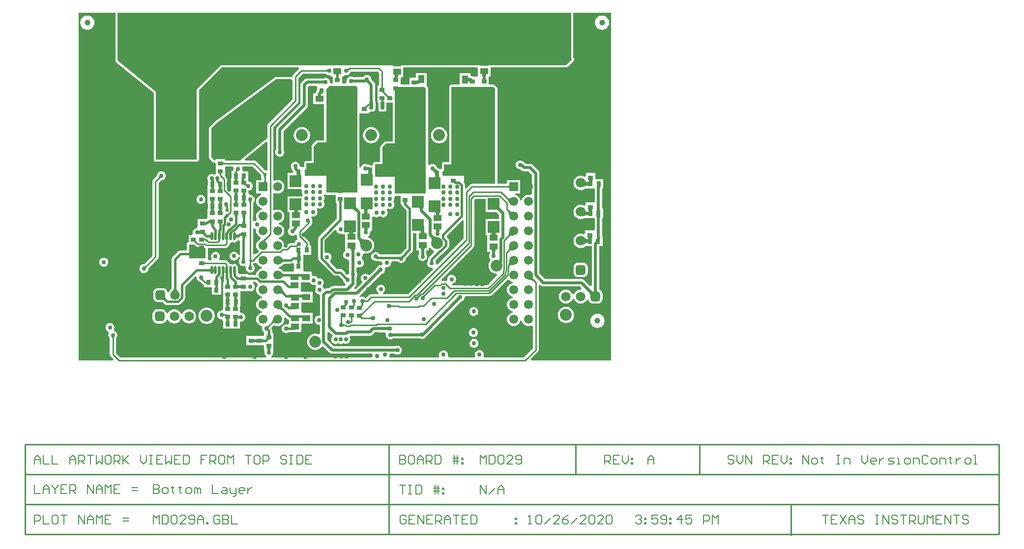
<source format=gbl>
G04*
G04 #@! TF.GenerationSoftware,Altium Limited,Altium Designer,18.1.9 (240)*
G04*
G04 Layer_Physical_Order=4*
G04 Layer_Color=16711680*
%FSAX44Y44*%
%MOMM*%
G71*
G01*
G75*
%ADD15C,0.2032*%
%ADD16C,0.2540*%
%ADD30R,2.0000X2.0000*%
%ADD45R,0.8000X0.8500*%
%ADD46R,0.5000X0.6000*%
%ADD47R,1.4000X1.1000*%
%ADD48R,0.8500X0.8000*%
%ADD49C,1.0000*%
%ADD50R,1.1000X1.4000*%
%ADD78C,1.6500*%
%ADD82C,1.8000*%
%ADD95C,0.3810*%
%ADD96C,0.5080*%
G04:AMPARAMS|DCode=100|XSize=1.65mm|YSize=1.65mm|CornerRadius=0.4125mm|HoleSize=0mm|Usage=FLASHONLY|Rotation=0.000|XOffset=0mm|YOffset=0mm|HoleType=Round|Shape=RoundedRectangle|*
%AMROUNDEDRECTD100*
21,1,1.6500,0.8250,0,0,0.0*
21,1,0.8250,1.6500,0,0,0.0*
1,1,0.8250,0.4125,-0.4125*
1,1,0.8250,-0.4125,-0.4125*
1,1,0.8250,-0.4125,0.4125*
1,1,0.8250,0.4125,0.4125*
%
%ADD100ROUNDEDRECTD100*%
%ADD101C,1.5500*%
%ADD102R,1.5500X1.5500*%
%ADD103R,1.8000X1.8000*%
%ADD104C,1.7000*%
G04:AMPARAMS|DCode=105|XSize=1.7mm|YSize=1.7mm|CornerRadius=0.425mm|HoleSize=0mm|Usage=FLASHONLY|Rotation=90.000|XOffset=0mm|YOffset=0mm|HoleType=Round|Shape=RoundedRectangle|*
%AMROUNDEDRECTD105*
21,1,1.7000,0.8500,0,0,90.0*
21,1,0.8500,1.7000,0,0,90.0*
1,1,0.8500,0.4250,0.4250*
1,1,0.8500,0.4250,-0.4250*
1,1,0.8500,-0.4250,-0.4250*
1,1,0.8500,-0.4250,0.4250*
%
%ADD105ROUNDEDRECTD105*%
%ADD106C,2.0320*%
%ADD107C,0.5000*%
%ADD108C,0.7620*%
%ADD109O,0.4500X1.4000*%
G04:AMPARAMS|DCode=110|XSize=1.3mm|YSize=0.6mm|CornerRadius=0.051mm|HoleSize=0mm|Usage=FLASHONLY|Rotation=270.000|XOffset=0mm|YOffset=0mm|HoleType=Round|Shape=RoundedRectangle|*
%AMROUNDEDRECTD110*
21,1,1.3000,0.4980,0,0,270.0*
21,1,1.1980,0.6000,0,0,270.0*
1,1,0.1020,-0.2490,-0.5990*
1,1,0.1020,-0.2490,0.5990*
1,1,0.1020,0.2490,0.5990*
1,1,0.1020,0.2490,-0.5990*
%
%ADD110ROUNDEDRECTD110*%
G36*
X00659979Y00902531D02*
X00659749Y00902291D01*
X00659315Y00901777D01*
X00659110Y00901503D01*
X00658727Y00900919D01*
X00658547Y00900610D01*
X00658214Y00899957D01*
X00658059Y00899613D01*
X00656155Y00904574D01*
X00656464Y00904451D01*
X00656769Y00904370D01*
X00657071Y00904330D01*
X00657368Y00904331D01*
X00657661Y00904374D01*
X00657951Y00904459D01*
X00658236Y00904585D01*
X00658517Y00904752D01*
X00658794Y00904961D01*
X00659067Y00905211D01*
X00659979Y00902531D01*
D02*
G37*
G36*
X00622627Y00898448D02*
X00622349Y00898714D01*
X00622063Y00898951D01*
X00621768Y00899161D01*
X00621465Y00899342D01*
X00621153Y00899496D01*
X00620833Y00899622D01*
X00620505Y00899719D01*
X00620168Y00899789D01*
X00619823Y00899831D01*
X00619470Y00899845D01*
Y00902385D01*
X00619823Y00902399D01*
X00620168Y00902441D01*
X00620505Y00902511D01*
X00620833Y00902609D01*
X00621153Y00902734D01*
X00621465Y00902888D01*
X00621768Y00903070D01*
X00622063Y00903279D01*
X00622349Y00903517D01*
X00622627Y00903782D01*
Y00898448D01*
D02*
G37*
G36*
X00711100Y00897269D02*
Y00875361D01*
X00708462D01*
Y00859741D01*
Y00845741D01*
X00710095D01*
Y00834836D01*
X00710430Y00833150D01*
X00711385Y00831721D01*
X00712814Y00830767D01*
X00714500Y00830431D01*
X00719480D01*
X00721165Y00830767D01*
X00722594Y00831721D01*
X00723549Y00833150D01*
X00723884Y00834836D01*
Y00845741D01*
X00724582D01*
Y00846006D01*
X00734747D01*
Y00779126D01*
X00723392D01*
X00721905Y00778830D01*
X00720645Y00777988D01*
X00714295Y00771638D01*
X00713453Y00770378D01*
X00713157Y00768891D01*
Y00743566D01*
X00704342D01*
X00702855Y00743270D01*
X00701595Y00742428D01*
X00700753Y00741168D01*
X00700457Y00739681D01*
Y00737886D01*
X00696622D01*
X00695402Y00738701D01*
X00692924Y00739194D01*
X00691658D01*
X00691421Y00739376D01*
X00689567Y00740144D01*
X00687578Y00740406D01*
X00685589Y00740144D01*
X00683735Y00739376D01*
X00682143Y00738155D01*
X00680922Y00736563D01*
X00680154Y00734709D01*
X00680033Y00733787D01*
X00677493Y00733953D01*
Y00824451D01*
X00677529Y00826976D01*
X00693649D01*
Y00828210D01*
X00695499Y00830431D01*
X00700480D01*
X00702165Y00830767D01*
X00703594Y00831721D01*
X00704549Y00833150D01*
X00704884Y00834836D01*
Y00846816D01*
X00704626Y00848113D01*
X00704464Y00850780D01*
Y00876771D01*
X00703971Y00879248D01*
X00702568Y00881349D01*
X00697773Y00886143D01*
X00697542Y00887901D01*
X00696774Y00889755D01*
X00695553Y00891347D01*
X00693961Y00892568D01*
X00692107Y00893336D01*
X00690118Y00893598D01*
X00688129Y00893336D01*
X00686275Y00892568D01*
X00684683Y00891347D01*
X00683462Y00889755D01*
X00683412Y00889634D01*
X00666764D01*
X00666527Y00889816D01*
X00664674Y00890583D01*
X00662684Y00890845D01*
X00660695Y00890583D01*
X00658842Y00889816D01*
X00657250Y00888594D01*
X00656028Y00887002D01*
X00655261Y00885149D01*
X00654999Y00883159D01*
X00655257Y00881201D01*
X00655260Y00881170D01*
X00653551Y00878661D01*
X00647378D01*
Y00890986D01*
X00650128D01*
Y00891953D01*
X00652554Y00893681D01*
X00652668Y00893678D01*
X00654558Y00893429D01*
X00656547Y00893691D01*
X00658401Y00894459D01*
X00659993Y00895680D01*
X00661214Y00897272D01*
X00661415Y00897758D01*
X00661604Y00898024D01*
X00661718Y00898277D01*
X00661960Y00898751D01*
X00662032Y00898875D01*
X00662293Y00899273D01*
X00662359Y00899361D01*
X00662475Y00899498D01*
X00662617Y00899641D01*
X00708728D01*
X00711100Y00897269D01*
D02*
G37*
G36*
X00881612Y00903911D02*
Y00892138D01*
X00879788Y00890409D01*
X00879098Y00890409D01*
X00873074D01*
X00872993Y00890490D01*
X00870892Y00891894D01*
X00868415Y00892387D01*
X00868218D01*
Y00896722D01*
X00849598D01*
Y00876841D01*
X00835944Y00876841D01*
X00834458Y00876545D01*
X00833197Y00875703D01*
X00832355Y00874442D01*
X00832060Y00872956D01*
X00832060Y00768816D01*
Y00743491D01*
X00823244D01*
X00821758Y00743195D01*
X00820498Y00742353D01*
X00819655Y00741093D01*
X00819360Y00739606D01*
Y00731706D01*
X00815569D01*
X00815427Y00731743D01*
X00815049Y00731766D01*
X00814858Y00731799D01*
X00814610Y00731871D01*
X00814301Y00731993D01*
X00813934Y00732175D01*
X00813512Y00732427D01*
X00813083Y00732724D01*
X00812203Y00733453D01*
X00810307Y00735350D01*
X00809804Y00736563D01*
X00808583Y00738155D01*
X00806991Y00739376D01*
X00805137Y00740144D01*
X00803148Y00740406D01*
X00801159Y00740144D01*
X00799305Y00739376D01*
X00798397Y00738679D01*
X00796173Y00739513D01*
X00795857Y00739792D01*
Y00870491D01*
X00795561Y00871978D01*
X00794719Y00873238D01*
X00793233Y00874724D01*
X00793512Y00875396D01*
X00793512D01*
Y00897016D01*
X00774892D01*
Y00888770D01*
X00763338D01*
Y00876916D01*
X00748104D01*
Y00888212D01*
X00748148Y00888434D01*
X00749732Y00889353D01*
X00750452Y00889641D01*
X00752998D01*
Y00906451D01*
X00879530D01*
X00881612Y00903911D01*
D02*
G37*
G36*
X00256973Y00918416D02*
X00257012Y00918220D01*
X00256994Y00918021D01*
X00257159Y00917482D01*
X00257269Y00916929D01*
X00257380Y00916763D01*
X00257439Y00916572D01*
X00257798Y00916138D01*
X00258111Y00915669D01*
X00258277Y00915558D01*
X00258405Y00915404D01*
X00323013Y00862770D01*
Y00747776D01*
X00323309Y00746289D01*
X00324151Y00745029D01*
X00325411Y00744187D01*
X00326898Y00743891D01*
X00396931Y00743891D01*
X00398418Y00744187D01*
X00399678Y00745029D01*
X00400520Y00746289D01*
X00400816Y00747776D01*
Y00867000D01*
X00440267Y00906451D01*
X00572174D01*
X00573227Y00903911D01*
X00563573Y00894258D01*
X00562450Y00892577D01*
X00562304Y00891842D01*
X00562047Y00891494D01*
X00560029Y00890160D01*
X00559516Y00890049D01*
X00559308Y00890091D01*
X00533908D01*
X00533441Y00889998D01*
X00532966Y00889975D01*
X00532705Y00889851D01*
X00532421Y00889795D01*
X00532026Y00889531D01*
X00531596Y00889327D01*
X00428726Y00813128D01*
X00428531Y00812913D01*
X00428291Y00812753D01*
X00419401Y00803863D01*
X00418559Y00802603D01*
X00418263Y00801116D01*
Y00751586D01*
X00418559Y00750099D01*
X00419401Y00748839D01*
X00424575Y00743666D01*
X00425835Y00742824D01*
X00427321Y00742528D01*
X00429861Y00740705D01*
Y00733305D01*
Y00722460D01*
X00428465Y00721882D01*
X00427637Y00721246D01*
X00426808Y00721882D01*
X00424955Y00722650D01*
X00422965Y00722912D01*
X00420976Y00722650D01*
X00419123Y00721882D01*
X00417531Y00720661D01*
X00416309Y00719069D01*
X00415541Y00717215D01*
X00415280Y00715226D01*
X00415541Y00713237D01*
X00416309Y00711383D01*
X00416572Y00711040D01*
Y00703831D01*
X00415699Y00701486D01*
X00415699Y00701486D01*
X00415699Y00701486D01*
Y00685866D01*
Y00671866D01*
X00416111D01*
Y00662996D01*
X00415861D01*
Y00646696D01*
X00415225Y00646569D01*
X00413334Y00645306D01*
X00413021Y00644993D01*
X00398823D01*
Y00632188D01*
X00398018Y00629732D01*
X00396029Y00629470D01*
X00394175Y00628702D01*
X00392583Y00627481D01*
X00391362Y00625889D01*
X00390594Y00624035D01*
X00390332Y00622046D01*
X00390574Y00620206D01*
X00390565Y00620018D01*
X00388835Y00617666D01*
X00383291D01*
Y00605343D01*
X00382445Y00605175D01*
X00381185Y00604333D01*
X00380342Y00603073D01*
X00380047Y00601586D01*
X00380047Y00590763D01*
X00368691D01*
X00366461Y00590319D01*
X00364571Y00589056D01*
X00355798Y00580283D01*
X00354535Y00578392D01*
X00354091Y00576163D01*
Y00526750D01*
X00354065Y00526598D01*
X00353978Y00526292D01*
X00353837Y00525931D01*
X00353632Y00525515D01*
X00353353Y00525049D01*
X00353027Y00524580D01*
X00351996Y00523349D01*
X00351486Y00522827D01*
X00351317Y00522697D01*
X00349384Y00520178D01*
X00349055Y00519385D01*
X00346448Y00519728D01*
X00346374Y00520292D01*
X00345574Y00522223D01*
X00344302Y00523880D01*
X00342645Y00525152D01*
X00340714Y00525952D01*
X00338643Y00526225D01*
X00330393D01*
X00328322Y00525952D01*
X00326391Y00525152D01*
X00324734Y00523880D01*
X00323462Y00522223D01*
X00322662Y00520292D01*
X00322389Y00518221D01*
Y00509971D01*
X00322662Y00507900D01*
X00323462Y00505969D01*
X00324734Y00504312D01*
X00326391Y00503040D01*
X00328322Y00502240D01*
X00330393Y00501968D01*
X00338288D01*
X00339029Y00501345D01*
X00341823Y00498551D01*
X00343713Y00497288D01*
X00345943Y00496844D01*
X00364650D01*
X00366880Y00497288D01*
X00368771Y00498551D01*
X00375463Y00505243D01*
X00376726Y00507134D01*
X00377170Y00509364D01*
Y00529174D01*
X00394925Y00546929D01*
X00397314Y00545726D01*
X00397163Y00544576D01*
X00397425Y00542587D01*
X00398192Y00540733D01*
X00399414Y00539141D01*
X00401006Y00537920D01*
X00401721Y00537624D01*
X00402055Y00537407D01*
X00402323Y00537299D01*
X00402815Y00537072D01*
X00402934Y00537008D01*
X00403327Y00536765D01*
X00403394Y00536717D01*
X00403531Y00536605D01*
X00407933Y00532203D01*
X00409380Y00531236D01*
Y00527806D01*
X00423380D01*
Y00514456D01*
X00439000D01*
Y00527806D01*
X00439000D01*
Y00543926D01*
X00439000D01*
X00438605Y00544880D01*
X00440086Y00546361D01*
X00440206Y00546541D01*
X00439588Y00546759D01*
X00439893Y00546920D01*
X00440167Y00547105D01*
X00440408Y00547312D01*
X00440617Y00547542D01*
X00440793Y00547795D01*
X00440938Y00548070D01*
X00441051Y00548369D01*
X00441131Y00548690D01*
X00441141Y00548760D01*
X00441121Y00549002D01*
X00441064Y00549382D01*
X00440990Y00549742D01*
X00440900Y00550081D01*
X00440793Y00550400D01*
X00440670Y00550697D01*
X00440531Y00550974D01*
X00440375Y00551230D01*
X00444556D01*
X00444400Y00550974D01*
X00444261Y00550697D01*
X00444137Y00550400D01*
X00444031Y00550081D01*
X00443941Y00549742D01*
X00443867Y00549382D01*
X00443809Y00549002D01*
X00443744Y00548178D01*
X00443743Y00548148D01*
X00443744Y00548102D01*
X00443771Y00547768D01*
X00443877Y00547090D01*
X00443956Y00546746D01*
X00444168Y00546051D01*
X00444300Y00545698D01*
X00444618Y00544985D01*
X00443138Y00545507D01*
Y00542546D01*
X00443582Y00540316D01*
X00444511Y00538926D01*
X00443948Y00536386D01*
X00442391D01*
Y00520766D01*
Y00506766D01*
X00442641D01*
Y00498286D01*
X00442367D01*
Y00489680D01*
X00439928Y00487492D01*
X00437939Y00487230D01*
X00436085Y00486462D01*
X00434493Y00485241D01*
X00433272Y00483649D01*
X00432504Y00481795D01*
X00432242Y00479806D01*
X00432504Y00477817D01*
X00433272Y00475963D01*
X00434493Y00474371D01*
X00436085Y00473150D01*
X00437939Y00472382D01*
X00439928Y00472120D01*
X00441395Y00470804D01*
X00442367Y00468666D01*
X00442367Y00468666D01*
X00442937Y00468144D01*
Y00456366D01*
X00471557D01*
Y00466997D01*
X00473054Y00468310D01*
X00475043Y00468572D01*
X00476897Y00469340D01*
X00478489Y00470561D01*
X00479710Y00472153D01*
X00480478Y00474007D01*
X00480740Y00475996D01*
X00480478Y00477985D01*
X00479710Y00479839D01*
X00478489Y00481431D01*
X00476897Y00482652D01*
X00475043Y00483420D01*
X00473054Y00483682D01*
X00471849Y00484739D01*
Y00494466D01*
X00472261D01*
Y00510586D01*
X00472201D01*
Y00520736D01*
X00485641D01*
X00485641Y00520736D01*
Y00520736D01*
X00488145Y00520648D01*
X00489458Y00520475D01*
X00491447Y00520737D01*
X00493301Y00521504D01*
X00494893Y00522726D01*
X00496114Y00524318D01*
X00496882Y00526171D01*
X00497144Y00528161D01*
X00496882Y00530150D01*
X00496114Y00532003D01*
X00494893Y00533595D01*
X00494132Y00534179D01*
X00494994Y00536719D01*
X00499024D01*
X00501959Y00533784D01*
X00502348Y00532606D01*
X00502188Y00530429D01*
X00500950Y00528816D01*
X00499786Y00526004D01*
X00499388Y00522986D01*
X00499786Y00519968D01*
X00500950Y00517156D01*
X00502803Y00514741D01*
X00505218Y00512888D01*
X00508030Y00511724D01*
X00509220Y00511567D01*
Y00509005D01*
X00508030Y00508848D01*
X00505218Y00507684D01*
X00502803Y00505831D01*
X00500950Y00503416D01*
X00499786Y00500604D01*
X00499388Y00497586D01*
X00499786Y00494568D01*
X00500950Y00491756D01*
X00502803Y00489341D01*
X00505218Y00487488D01*
X00508030Y00486324D01*
X00509220Y00486167D01*
Y00483605D01*
X00508030Y00483448D01*
X00505218Y00482284D01*
X00502803Y00480431D01*
X00500950Y00478016D01*
X00499786Y00475204D01*
X00499388Y00472186D01*
X00499786Y00469168D01*
X00500950Y00466356D01*
X00502803Y00463941D01*
X00505218Y00462088D01*
X00507966Y00460950D01*
X00508795Y00460541D01*
X00509814Y00458775D01*
X00509552Y00456786D01*
X00509814Y00454797D01*
X00510582Y00452943D01*
X00511803Y00451351D01*
X00512203Y00451045D01*
X00513148Y00448896D01*
X00513148Y00448896D01*
Y00445815D01*
X00512758Y00443436D01*
X00482762D01*
Y00427816D01*
X00512758D01*
X00513148Y00425438D01*
Y00419276D01*
X00513148Y00419276D01*
X00513746Y00416736D01*
X00513522Y00415036D01*
X00513784Y00413047D01*
X00514552Y00411193D01*
X00515773Y00409601D01*
X00516837Y00408786D01*
X00516321Y00406498D01*
X00516181Y00406245D01*
X00265543D01*
X00257857Y00413931D01*
Y00439198D01*
X00257865Y00439212D01*
X00257887Y00439249D01*
X00257925Y00439302D01*
X00257983Y00439373D01*
X00258155Y00439553D01*
X00258242Y00439690D01*
X00259334Y00441113D01*
X00260102Y00442967D01*
X00260364Y00444956D01*
X00260102Y00446945D01*
X00259334Y00448799D01*
X00258113Y00450391D01*
X00256521Y00451612D01*
X00255677Y00451962D01*
X00254996Y00453177D01*
X00254590Y00454381D01*
X00254567Y00454955D01*
X00255094Y00456227D01*
X00255356Y00458216D01*
X00255094Y00460205D01*
X00254326Y00462059D01*
X00253105Y00463651D01*
X00251513Y00464872D01*
X00249659Y00465640D01*
X00247670Y00465902D01*
X00245681Y00465640D01*
X00243827Y00464872D01*
X00242235Y00463651D01*
X00241014Y00462059D01*
X00240246Y00460205D01*
X00239984Y00458216D01*
X00240246Y00456227D01*
X00241014Y00454373D01*
X00242235Y00452781D01*
X00243827Y00451560D01*
X00244671Y00451211D01*
X00245739Y00449305D01*
X00245781Y00448217D01*
X00245254Y00446945D01*
X00244992Y00444956D01*
X00245254Y00442967D01*
X00246022Y00441113D01*
X00247114Y00439690D01*
X00247201Y00439553D01*
X00247373Y00439373D01*
X00247431Y00439302D01*
X00247469Y00439249D01*
X00247491Y00439212D01*
X00247498Y00439198D01*
Y00411786D01*
X00247893Y00409804D01*
X00249016Y00408124D01*
X00253627Y00403512D01*
X00252655Y00401166D01*
X00193647D01*
Y01000406D01*
X00256973D01*
Y00918416D01*
D02*
G37*
G36*
X00642766Y00894788D02*
X00642442Y00894674D01*
X00642156Y00894484D01*
X00641909Y00894217D01*
X00641699Y00893874D01*
X00641528Y00893455D01*
X00641394Y00892960D01*
X00641299Y00892388D01*
X00641262Y00891967D01*
X00641299Y00891547D01*
X00641394Y00890975D01*
X00641528Y00890480D01*
X00641699Y00890061D01*
X00641909Y00889718D01*
X00642156Y00889452D01*
X00642442Y00889261D01*
X00642766Y00889147D01*
X00643128Y00889109D01*
X00635508D01*
X00635870Y00889147D01*
X00636194Y00889261D01*
X00636479Y00889452D01*
X00636727Y00889718D01*
X00636937Y00890061D01*
X00637108Y00890480D01*
X00637242Y00890975D01*
X00637337Y00891547D01*
X00637374Y00891967D01*
X00637337Y00892388D01*
X00637242Y00892960D01*
X00637108Y00893455D01*
X00636937Y00893874D01*
X00636727Y00894217D01*
X00636479Y00894484D01*
X00636194Y00894674D01*
X00635870Y00894788D01*
X00635508Y00894827D01*
X00643128D01*
X00642766Y00894788D01*
D02*
G37*
G36*
X00743458Y00893482D02*
X00745998D01*
X00745515Y00893431D01*
X00745084Y00893279D01*
X00744703Y00893025D01*
X00744372Y00892669D01*
X00744093Y00892212D01*
X00743864Y00891653D01*
X00743687Y00890993D01*
X00743605Y00890503D01*
X00743659Y00889704D01*
X00743748Y00889247D01*
X00743853Y00888892D01*
X00743973Y00888638D01*
X00744110Y00888485D01*
X00744264Y00888434D01*
X00743459D01*
X00743458Y00888402D01*
X00738378D01*
X00738377Y00888434D01*
X00735838D01*
X00736321Y00888485D01*
X00736752Y00888638D01*
X00737133Y00888892D01*
X00737464Y00889247D01*
X00737743Y00889704D01*
X00737972Y00890263D01*
X00738149Y00890924D01*
X00738155Y00890958D01*
X00738149Y00890993D01*
X00737972Y00891653D01*
X00737743Y00892212D01*
X00737464Y00892669D01*
X00737133Y00893025D01*
X00736752Y00893279D01*
X00736321Y00893431D01*
X00735838Y00893482D01*
X00738377D01*
X00738378Y00893514D01*
X00743458D01*
X00743458Y00893482D01*
D02*
G37*
G36*
X00864388Y00889665D02*
X00864510Y00889410D01*
X00864713Y00889186D01*
X00864998Y00888991D01*
X00865364Y00888827D01*
X00865811Y00888692D01*
X00866340Y00888587D01*
X00866950Y00888512D01*
X00867642Y00888467D01*
X00868415Y00888452D01*
Y00883372D01*
X00867642Y00883357D01*
X00867526Y00883346D01*
X00867539Y00880832D01*
X00867485Y00881315D01*
X00867330Y00881747D01*
X00867073Y00882128D01*
X00866715Y00882458D01*
X00866255Y00882737D01*
X00865693Y00882966D01*
X00865462Y00883027D01*
X00865364Y00882998D01*
X00864998Y00882833D01*
X00864713Y00882638D01*
X00864510Y00882414D01*
X00864388Y00882159D01*
X00864347Y00881875D01*
Y00883257D01*
X00864264Y00883271D01*
X00863397Y00883347D01*
X00862429Y00883372D01*
Y00888452D01*
X00864347Y00887741D01*
Y00889950D01*
X00864388Y00889665D01*
D02*
G37*
G36*
X00896645Y00894136D02*
X00896214Y00893983D01*
X00895833Y00893729D01*
X00895502Y00893374D01*
X00895223Y00892917D01*
X00894994Y00892358D01*
X00894817Y00891697D01*
X00894690Y00890935D01*
X00894640Y00890367D01*
X00894739Y00889162D01*
X00894857Y00888501D01*
X00895008Y00887942D01*
X00895193Y00887485D01*
X00895411Y00887130D01*
X00895663Y00886876D01*
X00895948Y00886723D01*
X00896267Y00886672D01*
X00887829D01*
X00888148Y00886723D01*
X00888433Y00886876D01*
X00888685Y00887130D01*
X00888903Y00887485D01*
X00889088Y00887942D01*
X00889239Y00888501D01*
X00889357Y00889162D01*
X00889441Y00889923D01*
X00889457Y00890362D01*
X00889406Y00890935D01*
X00889279Y00891697D01*
X00889102Y00892358D01*
X00888873Y00892917D01*
X00888594Y00893374D01*
X00888263Y00893729D01*
X00887882Y00893983D01*
X00887451Y00894136D01*
X00886968Y00894187D01*
X00897128D01*
X00896645Y00894136D01*
D02*
G37*
G36*
X00778751Y00883502D02*
X00778955Y00883500D01*
Y00878419D01*
X00778315Y00878411D01*
X00776799Y00878292D01*
X00776429Y00878220D01*
X00776126Y00878132D01*
X00775890Y00878029D01*
X00775722Y00877909D01*
X00775621Y00877774D01*
X00775587Y00877622D01*
Y00878459D01*
X00775481Y00878452D01*
X00773652Y00878419D01*
Y00883500D01*
X00774621Y00883525D01*
X00775488Y00883601D01*
X00775587Y00883617D01*
Y00884297D01*
X00775621Y00884145D01*
X00775722Y00884010D01*
X00775890Y00883890D01*
X00776126Y00883786D01*
X00776292Y00883738D01*
X00776917Y00883906D01*
X00777479Y00884135D01*
X00777939Y00884414D01*
X00778298Y00884744D01*
X00778554Y00885125D01*
X00778709Y00885557D01*
X00778763Y00886040D01*
X00778751Y00883502D01*
D02*
G37*
G36*
X00693811Y00884895D02*
X00693844Y00884788D01*
X00693911Y00884655D01*
X00694012Y00884498D01*
X00694146Y00884315D01*
X00694517Y00883875D01*
X00695023Y00883334D01*
X00695327Y00883026D01*
X00690464Y00880704D01*
X00689257Y00882201D01*
X00693811Y00884977D01*
X00693811Y00884895D01*
D02*
G37*
G36*
X00665452Y00885802D02*
X00665541Y00885781D01*
X00665674Y00885762D01*
X00666069Y00885731D01*
X00667376Y00885701D01*
X00667810Y00885699D01*
Y00880620D01*
X00665405Y00880492D01*
Y00885826D01*
X00665452Y00885802D01*
D02*
G37*
G36*
X00619604Y00895928D02*
X00619641Y00895906D01*
X00619694Y00895869D01*
X00619765Y00895810D01*
X00619945Y00895638D01*
X00620082Y00895551D01*
X00621505Y00894459D01*
X00623359Y00893691D01*
X00625348Y00893429D01*
X00625968Y00893511D01*
X00628508Y00891657D01*
Y00890986D01*
X00631258D01*
Y00878891D01*
X00628718Y00878818D01*
X00626684Y00881126D01*
X00626422Y00883115D01*
X00625654Y00884969D01*
X00624433Y00886561D01*
X00622841Y00887782D01*
X00620987Y00888550D01*
X00618998Y00888812D01*
X00617009Y00888550D01*
X00615155Y00887782D01*
X00614934Y00887612D01*
X00614712Y00887600D01*
X00587248D01*
X00584770Y00887108D01*
X00582670Y00885704D01*
X00577590Y00880624D01*
X00576186Y00878524D01*
X00575694Y00876046D01*
Y00843944D01*
X00535680Y00803930D01*
X00534276Y00801830D01*
X00533784Y00799352D01*
Y00764556D01*
X00533602Y00764319D01*
X00532834Y00762465D01*
X00532572Y00760476D01*
X00532834Y00758487D01*
X00533602Y00756633D01*
X00534823Y00755041D01*
X00536415Y00753820D01*
X00538269Y00753052D01*
X00540258Y00752790D01*
X00542247Y00753052D01*
X00544101Y00753820D01*
X00545693Y00755041D01*
X00546914Y00756633D01*
X00547682Y00758487D01*
X00547944Y00760476D01*
X00547682Y00762465D01*
X00546914Y00764319D01*
X00546744Y00764540D01*
X00546732Y00764762D01*
Y00796671D01*
X00586746Y00836684D01*
X00588150Y00838785D01*
X00588642Y00841262D01*
Y00873364D01*
X00589930Y00874652D01*
X00601976D01*
X00604188Y00873861D01*
Y00867147D01*
X00603759Y00866718D01*
X00602356Y00864618D01*
X00601910Y00862376D01*
X00597527D01*
Y00843756D01*
X00616383D01*
Y00780871D01*
X00605028D01*
X00603541Y00780575D01*
X00602281Y00779733D01*
X00595931Y00773383D01*
X00595089Y00772123D01*
X00594793Y00770636D01*
Y00745311D01*
X00585978D01*
X00584491Y00745015D01*
X00583231Y00744173D01*
X00582389Y00742913D01*
X00582093Y00741426D01*
Y00734977D01*
X00575815D01*
X00574614Y00736346D01*
X00574352Y00738335D01*
X00573584Y00740189D01*
X00572363Y00741781D01*
X00570771Y00743002D01*
X00568917Y00743770D01*
X00566928Y00744032D01*
X00564939Y00743770D01*
X00563085Y00743002D01*
X00561493Y00741781D01*
X00560272Y00740189D01*
X00559504Y00738335D01*
X00559242Y00736346D01*
X00559504Y00734357D01*
X00560272Y00732503D01*
X00560548Y00732144D01*
X00560946Y00730139D01*
X00562350Y00728038D01*
X00563412Y00726976D01*
X00562360Y00724436D01*
X00553259D01*
Y00696816D01*
X00576773D01*
X00577114Y00696564D01*
X00578368Y00694276D01*
X00578034Y00693469D01*
X00577772Y00691480D01*
X00578034Y00689491D01*
X00578802Y00687637D01*
X00579563Y00686645D01*
X00578265Y00684436D01*
X00553259D01*
Y00656816D01*
X00557388D01*
Y00643096D01*
Y00630357D01*
X00556287Y00629513D01*
X00555066Y00627921D01*
X00554298Y00626067D01*
X00554036Y00624078D01*
X00554298Y00622089D01*
X00555066Y00620235D01*
X00556287Y00618643D01*
X00557879Y00617422D01*
X00559733Y00616654D01*
X00561722Y00616392D01*
X00563711Y00616654D01*
X00565565Y00617422D01*
X00566828Y00618391D01*
X00568121Y00618081D01*
X00569369Y00617353D01*
Y00615422D01*
X00569763Y00613440D01*
X00570567Y00612236D01*
X00570612Y00611669D01*
X00570404Y00610694D01*
X00569767Y00609286D01*
X00568915Y00608933D01*
X00567323Y00607711D01*
X00566102Y00606120D01*
X00565334Y00604266D01*
X00565238Y00603535D01*
X00558448D01*
X00556466Y00603141D01*
X00554786Y00602019D01*
X00551354Y00598587D01*
X00548577Y00598652D01*
X00548108Y00599186D01*
X00547710Y00602204D01*
X00546546Y00605016D01*
X00544693Y00607431D01*
X00542278Y00609284D01*
X00539466Y00610448D01*
X00538276Y00610605D01*
Y00613167D01*
X00539466Y00613324D01*
X00542278Y00614488D01*
X00544693Y00616341D01*
X00546546Y00618756D01*
X00547710Y00621568D01*
X00548108Y00624586D01*
X00547710Y00627604D01*
X00546546Y00630416D01*
X00544693Y00632831D01*
X00542278Y00634684D01*
X00539466Y00635848D01*
X00538276Y00636005D01*
Y00638567D01*
X00539466Y00638724D01*
X00542278Y00639888D01*
X00544693Y00641741D01*
X00546546Y00644156D01*
X00547710Y00646968D01*
X00548108Y00649986D01*
X00547710Y00653004D01*
X00546546Y00655816D01*
X00544693Y00658231D01*
X00542278Y00660084D01*
X00539466Y00661248D01*
X00536448Y00661646D01*
X00533430Y00661248D01*
X00531468Y00660435D01*
X00528927Y00661712D01*
Y00689060D01*
X00531468Y00690337D01*
X00533430Y00689524D01*
X00536448Y00689126D01*
X00539466Y00689524D01*
X00542278Y00690688D01*
X00544693Y00692541D01*
X00546546Y00694956D01*
X00547710Y00697768D01*
X00548108Y00700786D01*
X00547710Y00703804D01*
X00546546Y00706616D01*
X00544693Y00709031D01*
X00542278Y00710884D01*
X00539466Y00712048D01*
X00536448Y00712446D01*
X00533430Y00712048D01*
X00531468Y00711236D01*
X00528927Y00712512D01*
Y00803258D01*
X00570898Y00845229D01*
X00572020Y00846909D01*
X00572415Y00848891D01*
Y00888450D01*
X00579901Y00895936D01*
X00619590D01*
X00619604Y00895928D01*
D02*
G37*
G36*
X00616277Y00878459D02*
X00616231Y00878483D01*
X00616141Y00878505D01*
X00616008Y00878524D01*
X00615614Y00878554D01*
X00614307Y00878585D01*
X00613872Y00878586D01*
Y00883666D01*
X00616277Y00883793D01*
Y00878459D01*
D02*
G37*
G36*
X00717562Y00873578D02*
X00717600Y00873146D01*
X00717664Y00872765D01*
X00717753Y00872435D01*
X00717867Y00872156D01*
X00718007Y00871927D01*
X00718172Y00871749D01*
X00718362Y00871622D01*
X00718578Y00871546D01*
X00718820Y00871520D01*
X00713740D01*
X00713981Y00871546D01*
X00714197Y00871622D01*
X00714387Y00871749D01*
X00714552Y00871927D01*
X00714692Y00872156D01*
X00714806Y00872435D01*
X00714895Y00872765D01*
X00714959Y00873146D01*
X00714997Y00873578D01*
X00715010Y00874061D01*
X00717550D01*
X00717562Y00873578D01*
D02*
G37*
G36*
X00720503Y00865539D02*
X00720382Y00865360D01*
X00720348Y00865129D01*
X00720400Y00864847D01*
X00720539Y00864514D01*
X00720766Y00864129D01*
X00721078Y00863692D01*
X00721478Y00863204D01*
X00722538Y00862074D01*
X00719234Y00861785D01*
X00718778Y00862224D01*
X00717930Y00862931D01*
X00717538Y00863199D01*
X00717168Y00863410D01*
X00716820Y00863564D01*
X00716493Y00863661D01*
X00716188Y00863702D01*
X00715904Y00863685D01*
X00715642Y00863612D01*
X00720711Y00865666D01*
X00720503Y00865539D01*
D02*
G37*
G36*
X00610886Y00861598D02*
X00613417Y00861612D01*
X00612935Y00861558D01*
X00612503Y00861403D01*
X00612122Y00861146D01*
X00611792Y00860787D01*
X00611512Y00860327D01*
X00611284Y00859765D01*
X00611170Y00859340D01*
X00611260Y00859087D01*
X00611399Y00858832D01*
X00611559Y00858650D01*
X00611740Y00858541D01*
X00611942Y00858505D01*
X00611007D01*
X00610979Y00858337D01*
X00610903Y00857470D01*
X00610877Y00856501D01*
X00605797D01*
X00606677Y00858505D01*
X00604733D01*
X00604935Y00858541D01*
X00605116Y00858650D01*
X00605275Y00858832D01*
X00605414Y00859087D01*
X00605531Y00859414D01*
X00605627Y00859814D01*
X00605701Y00860286D01*
X00605755Y00860832D01*
X00605797Y00862140D01*
X00610877D01*
X00610886Y00861598D01*
D02*
G37*
G36*
X00725588Y00859041D02*
X00726572Y00858199D01*
X00726997Y00857897D01*
X00727378Y00857674D01*
X00727716Y00857532D01*
X00728009Y00857468D01*
X00728257Y00857484D01*
X00728462Y00857580D01*
X00728622Y00857755D01*
X00725833Y00853421D01*
X00725939Y00853650D01*
X00725982Y00853908D01*
X00725959Y00854195D01*
X00725873Y00854511D01*
X00725722Y00854856D01*
X00725508Y00855229D01*
X00725229Y00855632D01*
X00724885Y00856063D01*
X00724478Y00856524D01*
X00724007Y00857013D01*
X00725030Y00859582D01*
X00725588Y00859041D01*
D02*
G37*
G36*
X00700533Y00851428D02*
X00700786Y00847259D01*
X00700846Y00847183D01*
X00695133D01*
X00695193Y00847259D01*
X00695247Y00847433D01*
X00695294Y00847707D01*
X00695335Y00848080D01*
X00695421Y00849792D01*
X00695450Y00852394D01*
X00700529D01*
X00700533Y00851428D01*
D02*
G37*
G36*
X00718266Y00849612D02*
X00719529D01*
X00719288Y00849586D01*
X00719072Y00849509D01*
X00718882Y00849381D01*
X00718717Y00849201D01*
X00718577Y00848969D01*
X00718463Y00848687D01*
X00718400Y00848451D01*
X00718461Y00848218D01*
X00718574Y00847933D01*
X00718712Y00847700D01*
X00718876Y00847519D01*
X00719065Y00847390D01*
X00719279Y00847312D01*
X00719518Y00847286D01*
X00718266D01*
X00718260Y00847041D01*
X00715720D01*
X00715713Y00847286D01*
X00714461D01*
X00714700Y00847312D01*
X00714914Y00847390D01*
X00715103Y00847519D01*
X00715266Y00847700D01*
X00715405Y00847933D01*
X00715518Y00848218D01*
X00715579Y00848451D01*
X00715516Y00848687D01*
X00715402Y00848969D01*
X00715262Y00849201D01*
X00715097Y00849381D01*
X00714907Y00849509D01*
X00714691Y00849586D01*
X00714449Y00849612D01*
X00715713D01*
X00715720Y00849875D01*
X00718260D01*
X00718266Y00849612D01*
D02*
G37*
G36*
X00695011Y00843772D02*
X00695064Y00843781D01*
X00695405Y00843863D01*
X00695713Y00843959D01*
X00695987Y00844070D01*
X00696229Y00844196D01*
X00696438Y00844337D01*
Y00840315D01*
X00696229Y00840456D01*
X00695987Y00840582D01*
X00695713Y00840693D01*
X00695405Y00840789D01*
X00695064Y00840871D01*
X00695011Y00840880D01*
Y00840209D01*
X00694989Y00840370D01*
X00694925Y00840514D01*
X00694818Y00840641D01*
X00694667Y00840751D01*
X00694474Y00840844D01*
X00694238Y00840920D01*
X00693959Y00840980D01*
X00693636Y00841022D01*
X00693271Y00841048D01*
X00692863Y00841056D01*
Y00843596D01*
X00693271Y00843605D01*
X00693959Y00843672D01*
X00694238Y00843732D01*
X00694474Y00843808D01*
X00694667Y00843901D01*
X00694818Y00844011D01*
X00694925Y00844138D01*
X00694989Y00844282D01*
X00695011Y00844443D01*
Y00843772D01*
D02*
G37*
G36*
X00691604Y00839271D02*
X00691078Y00838727D01*
X00690257Y00837762D01*
X00689962Y00837341D01*
X00689744Y00836962D01*
X00689603Y00836623D01*
X00689539Y00836325D01*
X00689551Y00836069D01*
X00689641Y00835853D01*
X00689808Y00835679D01*
X00685701Y00838755D01*
X00685921Y00838635D01*
X00686173Y00838581D01*
X00686455Y00838594D01*
X00686768Y00838674D01*
X00687112Y00838820D01*
X00687487Y00839033D01*
X00687892Y00839313D01*
X00688328Y00839659D01*
X00688795Y00840072D01*
X00689293Y00840552D01*
X00691604Y00839271D01*
D02*
G37*
G36*
X00542925Y00763197D02*
X00537591D01*
X00537615Y00763243D01*
X00537637Y00763333D01*
X00537656Y00763466D01*
X00537686Y00763860D01*
X00537717Y00765167D01*
X00537718Y00765602D01*
X00542798D01*
X00542925Y00763197D01*
D02*
G37*
G36*
X01041908Y00922020D02*
X01043432Y00920496D01*
X01033272Y00910336D01*
X00438658Y00910336D01*
X00396931Y00868609D01*
Y00747776D01*
X00326898Y00747776D01*
Y00864616D01*
X00260858Y00918416D01*
Y01000406D01*
X01041908D01*
Y00922020D01*
D02*
G37*
G36*
X00562056Y00883458D02*
Y00851037D01*
X00520085Y00809066D01*
X00518963Y00807386D01*
X00518568Y00805404D01*
Y00785291D01*
X00471146Y00746294D01*
X00445981D01*
Y00748925D01*
X00429861D01*
Y00747465D01*
X00427321Y00746413D01*
X00422148Y00751586D01*
Y00801116D01*
X00431038Y00810006D01*
X00533908Y00886206D01*
X00559308D01*
X00562056Y00883458D01*
D02*
G37*
G36*
X00442136Y00743414D02*
X00442213Y00743198D01*
X00442342Y00743007D01*
X00442522Y00742842D01*
X00442753Y00742702D01*
X00443036Y00742588D01*
X00443370Y00742499D01*
X00443755Y00742436D01*
X00444193Y00742398D01*
X00444681Y00742385D01*
Y00739845D01*
X00444193Y00739832D01*
X00443755Y00739794D01*
X00443370Y00739731D01*
X00443036Y00739642D01*
X00442753Y00739528D01*
X00442522Y00739388D01*
X00442342Y00739223D01*
X00442213Y00739032D01*
X00442136Y00738816D01*
X00442110Y00738575D01*
Y00743655D01*
X00442136Y00743414D01*
D02*
G37*
G36*
X00961081Y00737495D02*
X00957630Y00733762D01*
X00957322Y00734065D01*
X00956345Y00734927D01*
X00956164Y00735055D01*
X00956009Y00735148D01*
X00955880Y00735205D01*
X00955776Y00735228D01*
X00955697Y00735215D01*
X00957615Y00740175D01*
X00961081Y00737495D01*
D02*
G37*
G36*
X00518568Y00777288D02*
Y00728925D01*
X00515153D01*
X00515100Y00728937D01*
X00515029Y00728925D01*
X00514912D01*
X00514702Y00729105D01*
X00499029Y00744778D01*
X00497349Y00745900D01*
X00495367Y00746294D01*
X00481027D01*
X00480170Y00748686D01*
X00516272Y00778373D01*
X00518568Y00777288D01*
D02*
G37*
G36*
X00688389Y00735248D02*
X00689756Y00735151D01*
X00690311Y00735066D01*
X00690781Y00734956D01*
X00691165Y00734823D01*
X00691464Y00734665D01*
X00691678Y00734483D01*
X00691806Y00734276D01*
X00691849Y00734045D01*
Y00728449D01*
X00691806Y00728778D01*
X00691678Y00729072D01*
X00691464Y00729332D01*
X00691165Y00729557D01*
X00690781Y00729747D01*
X00690311Y00729903D01*
X00689756Y00730024D01*
X00689115Y00730111D01*
X00688389Y00730163D01*
X00687578Y00730180D01*
Y00735260D01*
X00688389Y00735248D01*
D02*
G37*
G36*
X00465988Y00726247D02*
X00466026Y00725810D01*
X00466090Y00725425D01*
X00466179Y00725090D01*
X00466293Y00724808D01*
X00466433Y00724576D01*
X00466598Y00724397D01*
X00466788Y00724268D01*
X00467004Y00724191D01*
X00467245Y00724165D01*
X00462165D01*
X00462407Y00724191D01*
X00462623Y00724268D01*
X00462813Y00724397D01*
X00462978Y00724576D01*
X00463118Y00724808D01*
X00463232Y00725090D01*
X00463321Y00725425D01*
X00463385Y00725810D01*
X00463423Y00726247D01*
X00463435Y00726736D01*
X00465975D01*
X00465988Y00726247D01*
D02*
G37*
G36*
X00808549Y00731543D02*
X00808417Y00731361D01*
X00808634Y00731458D01*
X00809347Y00730775D01*
X00810734Y00729626D01*
X00811408Y00729159D01*
X00812070Y00728764D01*
X00812720Y00728440D01*
X00813357Y00728189D01*
X00813982Y00728009D01*
X00814595Y00727901D01*
X00815194Y00727866D01*
X00815016Y00727734D01*
X00815187Y00727835D01*
X00807286Y00721428D01*
X00807604Y00721787D01*
X00807770Y00722226D01*
X00807776Y00722420D01*
X00807286Y00722060D01*
X00807619Y00722404D01*
X00807778Y00722781D01*
X00807650Y00723343D01*
X00807364Y00724022D01*
X00806926Y00724780D01*
X00806337Y00725619D01*
X00805597Y00726537D01*
X00804420Y00727800D01*
X00803186Y00728910D01*
X00805185Y00730909D01*
X00806936Y00733129D01*
X00808549Y00731543D01*
D02*
G37*
G36*
X00511943Y00726352D02*
X00512911Y00725526D01*
X00513332Y00725228D01*
X00513712Y00725007D01*
X00514050Y00724863D01*
X00514347Y00724796D01*
X00514603Y00724805D01*
X00514817Y00724891D01*
X00514989Y00725054D01*
X00511928Y00720992D01*
X00512046Y00721209D01*
X00512098Y00721458D01*
X00512082Y00721739D01*
X00512000Y00722050D01*
X00511851Y00722394D01*
X00511634Y00722769D01*
X00511352Y00723175D01*
X00511002Y00723614D01*
X00510101Y00724585D01*
X00511397Y00726881D01*
X00511943Y00726352D01*
D02*
G37*
G36*
X00440220Y00723120D02*
X00440004Y00723044D01*
X00439814Y00722917D01*
X00439649Y00722739D01*
X00439509Y00722511D01*
X00439394Y00722231D01*
X00439306Y00721901D01*
X00439242Y00721520D01*
X00439204Y00721088D01*
X00439191Y00720605D01*
X00436651D01*
X00436639Y00721088D01*
X00436600Y00721520D01*
X00436537Y00721901D01*
X00436448Y00722231D01*
X00436334Y00722511D01*
X00436194Y00722739D01*
X00436029Y00722917D01*
X00435839Y00723044D01*
X00435623Y00723120D01*
X00435381Y00723146D01*
X00440461D01*
X00440220Y00723120D01*
D02*
G37*
G36*
X00698375Y00726630D02*
X00698462Y00725607D01*
X00699788D01*
X00699516Y00725556D01*
X00699273Y00725403D01*
X00699058Y00725149D01*
X00698873Y00724794D01*
X00698715Y00724336D01*
X00698680Y00724182D01*
X00698790Y00723785D01*
X00698981Y00723328D01*
X00699205Y00722973D01*
X00699465Y00722719D01*
X00699759Y00722566D01*
X00700088Y00722515D01*
X00698430D01*
X00698415Y00722355D01*
X00698358Y00720527D01*
X00693278D01*
X00693264Y00721492D01*
X00693192Y00722515D01*
X00690738D01*
X00691221Y00722566D01*
X00691652Y00722719D01*
X00692033Y00722973D01*
X00692364Y00723328D01*
X00692643Y00723785D01*
X00692872Y00724344D01*
X00692892Y00724420D01*
X00692763Y00724794D01*
X00692578Y00725149D01*
X00692363Y00725403D01*
X00692120Y00725556D01*
X00691849Y00725607D01*
X00693150D01*
X00693176Y00725767D01*
X00693253Y00726630D01*
X00693278Y00727596D01*
X00698358D01*
X00698375Y00726630D01*
D02*
G37*
G36*
X00575187Y00724710D02*
X00575336Y00723085D01*
X00575413Y00722697D01*
X00576598D01*
X00576326Y00722646D01*
X00576083Y00722494D01*
X00575868Y00722240D01*
X00575683Y00721884D01*
X00575659Y00721814D01*
X00575841Y00721408D01*
X00576085Y00721053D01*
X00576365Y00720799D01*
X00576683Y00720646D01*
X00577038Y00720595D01*
X00575355D01*
X00575297Y00720208D01*
X00575225Y00719446D01*
X00575168Y00717617D01*
X00570088D01*
X00570074Y00718582D01*
X00569959Y00720208D01*
X00569901Y00720595D01*
X00567548D01*
X00568031Y00720646D01*
X00568462Y00720799D01*
X00568843Y00721053D01*
X00569174Y00721408D01*
X00569453Y00721865D01*
X00569510Y00722005D01*
X00569388Y00722240D01*
X00569173Y00722494D01*
X00568930Y00722646D01*
X00568658Y00722697D01*
X00569755D01*
X00569859Y00723085D01*
X00569986Y00723847D01*
X00570063Y00724710D01*
X00570088Y00725676D01*
X00575168D01*
X00575187Y00724710D01*
D02*
G37*
G36*
X00516608Y00719120D02*
X00516404Y00719044D01*
X00516225Y00718917D01*
X00516069Y00718739D01*
X00515937Y00718511D01*
X00515829Y00718231D01*
X00515745Y00717901D01*
X00515685Y00717520D01*
X00515649Y00717088D01*
X00515637Y00716606D01*
X00513097D01*
X00513085Y00717088D01*
X00513049Y00717520D01*
X00512989Y00717901D01*
X00512905Y00718231D01*
X00512797Y00718511D01*
X00512665Y00718739D01*
X00512509Y00718917D01*
X00512329Y00719044D01*
X00512125Y00719120D01*
X00511897Y00719146D01*
X00516836D01*
X00516608Y00719120D01*
D02*
G37*
G36*
X00813790Y00720900D02*
X00813867Y00720037D01*
X00813968Y00719426D01*
X00815194D01*
X00814923Y00719376D01*
X00814680Y00719223D01*
X00814465Y00718969D01*
X00814279Y00718614D01*
X00814230Y00718470D01*
X00814400Y00718055D01*
X00814679Y00717598D01*
X00815010Y00717243D01*
X00815390Y00716989D01*
X00815822Y00716836D01*
X00816305Y00716786D01*
X00813879D01*
X00813822Y00716175D01*
X00813765Y00714346D01*
X00808685D01*
X00808671Y00715312D01*
X00808567Y00716786D01*
X00806145D01*
X00806628Y00716836D01*
X00807059Y00716989D01*
X00807440Y00717243D01*
X00807770Y00717598D01*
X00808050Y00718055D01*
X00808220Y00718470D01*
X00808170Y00718614D01*
X00807984Y00718969D01*
X00807770Y00719223D01*
X00807527Y00719376D01*
X00807255Y00719426D01*
X00808482D01*
X00808583Y00720037D01*
X00808660Y00720900D01*
X00808685Y00721865D01*
X00813765D01*
X00813790Y00720900D01*
D02*
G37*
G36*
X00468021Y00715749D02*
X00467697Y00715633D01*
X00467411Y00715441D01*
X00467164Y00715173D01*
X00466954Y00714827D01*
X00466783Y00714405D01*
X00466649Y00713905D01*
X00466642Y00713859D01*
X00466649Y00713812D01*
X00466783Y00713317D01*
X00466954Y00712898D01*
X00467164Y00712555D01*
X00467411Y00712289D01*
X00467697Y00712098D01*
X00468021Y00711984D01*
X00468383Y00711946D01*
X00460763D01*
X00461125Y00711984D01*
X00461449Y00712098D01*
X00461734Y00712289D01*
X00461982Y00712555D01*
X00462192Y00712898D01*
X00462363Y00713317D01*
X00462496Y00713812D01*
X00462504Y00713859D01*
X00462496Y00713905D01*
X00462363Y00714405D01*
X00462192Y00714827D01*
X00461982Y00715173D01*
X00461734Y00715441D01*
X00461449Y00715633D01*
X00461125Y00715749D01*
X00460763Y00715787D01*
X00468383D01*
X00468021Y00715749D01*
D02*
G37*
G36*
X00478562Y00715178D02*
X00480451Y00715187D01*
X00480089Y00715147D01*
X00479766Y00715031D01*
X00479480Y00714838D01*
X00479232Y00714568D01*
X00479023Y00714222D01*
X00478851Y00713800D01*
X00478786Y00713558D01*
X00478851Y00713317D01*
X00479023Y00712898D01*
X00479232Y00712555D01*
X00479480Y00712289D01*
X00479766Y00712098D01*
X00480089Y00711984D01*
X00480451Y00711946D01*
X00478562D01*
X00478546Y00711347D01*
X00474736D01*
X00474730Y00711946D01*
X00473703D01*
X00473900Y00711984D01*
X00474075Y00712098D01*
X00474230Y00712289D01*
X00474365Y00712555D01*
X00474478Y00712898D01*
X00474571Y00713317D01*
X00474617Y00713633D01*
X00474606Y00713785D01*
X00474533Y00714204D01*
X00474444Y00714547D01*
X00474338Y00714814D01*
X00474216Y00715004D01*
X00474078Y00715118D01*
X00473923Y00715157D01*
X00474719Y00715160D01*
X00474736Y00715756D01*
X00478546D01*
X00478562Y00715178D01*
D02*
G37*
G36*
X00426291Y00713627D02*
X00426453Y00713692D01*
X00426422Y00713598D01*
X00426394Y00713467D01*
X00426369Y00713299D01*
X00426329Y00712850D01*
X00426327Y00712791D01*
X00426364Y00712373D01*
X00426459Y00711797D01*
X00426592Y00711298D01*
X00426764Y00710875D01*
X00426973Y00710529D01*
X00427221Y00710261D01*
X00427507Y00710069D01*
X00427831Y00709953D01*
X00428192Y00709915D01*
X00423978D01*
X00422477Y00709161D01*
X00422468Y00709572D01*
X00422441Y00709915D01*
X00420573D01*
X00420934Y00709953D01*
X00421258Y00710069D01*
X00421544Y00710261D01*
X00421792Y00710529D01*
X00422001Y00710875D01*
X00422107Y00711136D01*
X00421999Y00711309D01*
X00421853Y00711477D01*
X00421687Y00711610D01*
X00421502Y00711708D01*
X00422347Y00712047D01*
X00422401Y00712373D01*
X00422458Y00713026D01*
X00422477Y00713755D01*
X00426287D01*
X00426291Y00713627D01*
D02*
G37*
G36*
X00515649Y00710557D02*
X00515688Y00710120D01*
X00515751Y00709735D01*
X00515840Y00709400D01*
X00515954Y00709118D01*
X00516094Y00708886D01*
X00516259Y00708706D01*
X00516450Y00708578D01*
X00516665Y00708501D01*
X00516907Y00708475D01*
X00511827D01*
X00512068Y00708501D01*
X00512284Y00708578D01*
X00512475Y00708706D01*
X00512640Y00708886D01*
X00512779Y00709118D01*
X00512894Y00709400D01*
X00512982Y00709735D01*
X00513046Y00710120D01*
X00513084Y00710557D01*
X00513097Y00711046D01*
X00515637D01*
X00515649Y00710557D01*
D02*
G37*
G36*
X01078146Y00714200D02*
X01078253Y00712676D01*
X01079812D01*
X01079492Y00712626D01*
X01079207Y00712473D01*
X01078955Y00712219D01*
X01078737Y00711864D01*
X01078552Y00711406D01*
X01078517Y00711276D01*
X01078647Y00710898D01*
X01078832Y00710543D01*
X01079047Y00710289D01*
X01079290Y00710136D01*
X01079561Y00710086D01*
X01078272D01*
X01078199Y00709425D01*
X01078132Y00707597D01*
X01073052D01*
X01073035Y00708562D01*
X01072909Y00710086D01*
X01071622D01*
X01071894Y00710136D01*
X01072137Y00710289D01*
X01072352Y00710543D01*
X01072537Y00710898D01*
X01072667Y00711276D01*
X01072632Y00711406D01*
X01072447Y00711864D01*
X01072229Y00712219D01*
X01071977Y00712473D01*
X01071692Y00712626D01*
X01071373Y00712676D01*
X01072933D01*
X01072995Y00713337D01*
X01073052Y00715165D01*
X01078132D01*
X01078146Y00714200D01*
D02*
G37*
G36*
X00433990Y00712438D02*
X00434980Y00712510D01*
X00434894Y00712394D01*
X00434850Y00712258D01*
X00434847Y00712100D01*
X00434887Y00711922D01*
X00434968Y00711723D01*
X00435092Y00711504D01*
X00435221Y00711317D01*
X00436519Y00710181D01*
X00436782Y00710016D01*
X00436990Y00709923D01*
X00437143Y00709899D01*
X00437242Y00709946D01*
X00434036Y00706240D01*
X00434072Y00706348D01*
X00434041Y00706509D01*
X00433942Y00706722D01*
X00433774Y00706989D01*
X00433539Y00707308D01*
X00432864Y00708105D01*
X00431342Y00709696D01*
X00431558Y00709956D01*
X00430058Y00712151D01*
X00433595Y00712409D01*
X00433786Y00712640D01*
X00433990Y00712438D01*
D02*
G37*
G36*
X00843265Y00711359D02*
X00843382Y00711035D01*
X00843576Y00710750D01*
X00843845Y00710502D01*
X00844191Y00710292D01*
X00844613Y00710121D01*
X00845112Y00709987D01*
X00845687Y00709892D01*
X00846338Y00709835D01*
X00847065Y00709816D01*
Y00706006D01*
X00843255Y00707046D01*
X00843225Y00711721D01*
X00843265Y00711359D01*
D02*
G37*
G36*
X01066064Y00711466D02*
X01066597Y00710823D01*
X01067162Y00710257D01*
X01067757Y00709766D01*
X01068383Y00709350D01*
X01069040Y00709010D01*
X01069728Y00708746D01*
X01069895Y00708702D01*
X01070352Y00708826D01*
X01070810Y00709011D01*
X01071165Y00709229D01*
X01071419Y00709481D01*
X01071572Y00709766D01*
X01071622Y00710086D01*
Y00708423D01*
X01071977Y00708406D01*
X01071622Y00706764D01*
Y00701646D01*
X01071572Y00701966D01*
X01071419Y00702251D01*
X01071165Y00702503D01*
X01070810Y00702721D01*
X01070352Y00702906D01*
X01069794Y00703057D01*
X01069181Y00703166D01*
X01068691Y00703074D01*
X01067938Y00702878D01*
X01067173Y00702626D01*
X01066396Y00702318D01*
X01065607Y00701954D01*
X01063992Y00701058D01*
X01063167Y00700527D01*
X01065561Y00712183D01*
X01066064Y00711466D01*
D02*
G37*
G36*
X00481960Y00707165D02*
X00481883Y00706942D01*
X00481879Y00706681D01*
X00481951Y00706380D01*
X00482096Y00706040D01*
X00482316Y00705661D01*
X00482458Y00705460D01*
X00482709Y00705349D01*
X00482996Y00705267D01*
X00483287Y00705226D01*
X00483581Y00705227D01*
X00483878Y00705271D01*
X00484179Y00705356D01*
X00484483Y00705484D01*
X00483876Y00703824D01*
X00483938Y00703757D01*
X00483818Y00703666D01*
X00482664Y00700511D01*
X00482512Y00700840D01*
X00482000Y00701769D01*
X00481812Y00702059D01*
X00481407Y00702612D01*
X00481217Y00702843D01*
X00480457Y00703487D01*
X00480047Y00703773D01*
X00479671Y00703991D01*
X00479328Y00704139D01*
X00479020Y00704217D01*
X00478746Y00704227D01*
X00478506Y00704167D01*
X00478300Y00704037D01*
X00482112Y00707349D01*
X00481960Y00707165D01*
D02*
G37*
G36*
X00935159Y00698246D02*
X00935133Y00698487D01*
X00935056Y00698703D01*
X00934928Y00698894D01*
X00934748Y00699059D01*
X00934516Y00699199D01*
X00934234Y00699313D01*
X00933899Y00699402D01*
X00933514Y00699465D01*
X00933077Y00699503D01*
X00932589Y00699516D01*
Y00702056D01*
X00933077Y00702069D01*
X00933514Y00702107D01*
X00933899Y00702170D01*
X00934234Y00702259D01*
X00934516Y00702374D01*
X00934748Y00702513D01*
X00934928Y00702678D01*
X00935056Y00702869D01*
X00935133Y00703085D01*
X00935159Y00703326D01*
Y00698246D01*
D02*
G37*
G36*
X00910874Y00870416D02*
Y00705965D01*
X00871311D01*
X00869329Y00705571D01*
X00867648Y00704448D01*
X00861285Y00698085D01*
X00858939Y00699057D01*
Y00703819D01*
X00858495Y00706049D01*
X00857534Y00707487D01*
Y00719836D01*
X00820768D01*
Y00720626D01*
X00820497D01*
X00820408Y00726366D01*
X00822190Y00728176D01*
X00823244D01*
Y00739606D01*
X00835944D01*
Y00768816D01*
X00835944Y00872956D01*
X00908334Y00872956D01*
X00910874Y00870416D01*
D02*
G37*
G36*
X00441141Y00701497D02*
X00440817Y00701381D01*
X00440531Y00701188D01*
X00440283Y00700919D01*
X00440074Y00700573D01*
X00439902Y00700151D01*
X00439769Y00699652D01*
X00439757Y00699582D01*
X00439769Y00699512D01*
X00439902Y00699017D01*
X00440074Y00698598D01*
X00440283Y00698255D01*
X00440531Y00697988D01*
X00440817Y00697798D01*
X00441141Y00697684D01*
X00441502Y00697645D01*
X00433882D01*
X00434244Y00697684D01*
X00434568Y00697798D01*
X00434854Y00697988D01*
X00435102Y00698255D01*
X00435311Y00698598D01*
X00435483Y00699017D01*
X00435616Y00699512D01*
X00435633Y00699616D01*
X00435630Y00699640D01*
X00435507Y00700135D01*
X00435350Y00700554D01*
X00435157Y00700897D01*
X00434929Y00701164D01*
X00434666Y00701354D01*
X00434369Y00701468D01*
X00434036Y00701507D01*
X00441502Y00701537D01*
X00441141Y00701497D01*
D02*
G37*
G36*
X00427207Y00701497D02*
X00426883Y00701381D01*
X00426597Y00701188D01*
X00426349Y00700919D01*
X00426140Y00700573D01*
X00425968Y00700151D01*
X00425835Y00699652D01*
X00425823Y00699582D01*
X00425835Y00699512D01*
X00425968Y00699017D01*
X00426140Y00698598D01*
X00426349Y00698255D01*
X00426597Y00697988D01*
X00426883Y00697798D01*
X00427207Y00697684D01*
X00427569Y00697645D01*
X00419949D01*
X00420311Y00697684D01*
X00420634Y00697798D01*
X00420920Y00697988D01*
X00421168Y00698255D01*
X00421377Y00698598D01*
X00421549Y00699017D01*
X00421682Y00699512D01*
X00421713Y00699695D01*
X00421623Y00700135D01*
X00421493Y00700554D01*
X00421335Y00700897D01*
X00421148Y00701164D01*
X00420932Y00701354D01*
X00420687Y00701468D01*
X00420413Y00701507D01*
X00427569Y00701537D01*
X00427207Y00701497D01*
D02*
G37*
G36*
X01093172Y00701596D02*
X01092824Y00701443D01*
X01092516Y00701189D01*
X01092250Y00700834D01*
X01092024Y00700377D01*
X01091840Y00699818D01*
X01091696Y00699157D01*
X01091594Y00698395D01*
X01091533Y00697532D01*
X01091512Y00696566D01*
X01086432D01*
X01086424Y00697532D01*
X01086230Y00700377D01*
X01086141Y00700834D01*
X01086035Y00701189D01*
X01085914Y00701443D01*
X01085776Y00701596D01*
X01085622Y00701646D01*
X01093561D01*
X01093172Y00701596D01*
D02*
G37*
G36*
X00460443Y00733441D02*
X00460438Y00733395D01*
X00460182Y00731450D01*
X00460269Y00730791D01*
X00459920Y00730269D01*
X00459526Y00728287D01*
Y00728036D01*
X00456895D01*
Y00715874D01*
X00456878Y00715787D01*
X00456877Y00715786D01*
X00456513D01*
Y00700166D01*
Y00693776D01*
X00454166Y00692804D01*
X00449725Y00697245D01*
Y00713907D01*
X00449331Y00715889D01*
X00448208Y00717570D01*
X00445981Y00719796D01*
Y00735936D01*
X00458729D01*
X00460443Y00733441D01*
D02*
G37*
G36*
X00673608Y00872236D02*
Y00690626D01*
X00620268D01*
Y00719836D01*
X00583271D01*
X00583142Y00728186D01*
X00584924Y00729996D01*
X00585978D01*
Y00741426D01*
X00598678D01*
Y00770636D01*
X00605028Y00776986D01*
X00620268D01*
Y00869696D01*
X00625348Y00874776D01*
X00671068D01*
X00673608Y00872236D01*
D02*
G37*
G36*
X00791972Y00870491D02*
Y00688881D01*
X00738632D01*
Y00718091D01*
X00704342D01*
Y00728251D01*
Y00739681D01*
X00717042D01*
Y00768891D01*
X00723392Y00775241D01*
X00738632D01*
Y00867951D01*
X00743712Y00873031D01*
X00789432D01*
X00791972Y00870491D01*
D02*
G37*
G36*
X00482142Y00690007D02*
X00481846Y00689968D01*
X00481580Y00689854D01*
X00481346Y00689664D01*
X00481143Y00689397D01*
X00480971Y00689054D01*
X00480830Y00688635D01*
X00480725Y00688158D01*
X00480752Y00687997D01*
X00480885Y00687498D01*
X00481057Y00687075D01*
X00481266Y00686730D01*
X00481514Y00686461D01*
X00481800Y00686269D01*
X00482123Y00686153D01*
X00482485Y00686115D01*
X00474865D01*
X00475227Y00686153D01*
X00475551Y00686269D01*
X00475837Y00686461D01*
X00476085Y00686730D01*
X00476294Y00687075D01*
X00476466Y00687498D01*
X00476599Y00687997D01*
X00476612Y00688074D01*
X00476599Y00688152D01*
X00476466Y00688651D01*
X00476294Y00689073D01*
X00476085Y00689419D01*
X00475837Y00689688D01*
X00475551Y00689881D01*
X00475227Y00689997D01*
X00474865Y00690037D01*
X00482142Y00690007D01*
D02*
G37*
G36*
X00468123Y00689999D02*
X00467800Y00689883D01*
X00467514Y00689691D01*
X00467266Y00689423D01*
X00467057Y00689077D01*
X00466885Y00688654D01*
X00466752Y00688155D01*
X00466739Y00688076D01*
X00466752Y00687997D01*
X00466885Y00687498D01*
X00467057Y00687075D01*
X00467266Y00686730D01*
X00467514Y00686461D01*
X00467800Y00686269D01*
X00468123Y00686153D01*
X00468485Y00686115D01*
X00460865D01*
X00461227Y00686153D01*
X00461551Y00686269D01*
X00461837Y00686461D01*
X00462085Y00686730D01*
X00462294Y00687075D01*
X00462466Y00687498D01*
X00462599Y00687997D01*
X00462612Y00688076D01*
X00462599Y00688155D01*
X00462466Y00688654D01*
X00462294Y00689077D01*
X00462085Y00689423D01*
X00461837Y00689691D01*
X00461551Y00689883D01*
X00461227Y00689999D01*
X00460865Y00690037D01*
X00468485D01*
X00468123Y00689999D01*
D02*
G37*
G36*
X00935887Y00671979D02*
X00931837Y00679324D01*
X00932623Y00682130D01*
X00933103Y00681715D01*
X00933618Y00681393D01*
X00934170Y00681163D01*
X00934758Y00681025D01*
X00935383Y00680980D01*
X00936043Y00681027D01*
X00936740Y00681167D01*
X00937474Y00681399D01*
X00938243Y00681724D01*
X00939049Y00682141D01*
X00935887Y00671979D01*
D02*
G37*
G36*
X00481839Y00677697D02*
X00481516Y00677581D01*
X00481230Y00677388D01*
X00480982Y00677119D01*
X00480773Y00676773D01*
X00480601Y00676351D01*
X00480468Y00675852D01*
X00480456Y00675782D01*
X00480468Y00675713D01*
X00480601Y00675217D01*
X00480773Y00674798D01*
X00480982Y00674455D01*
X00481230Y00674189D01*
X00481516Y00673998D01*
X00481839Y00673884D01*
X00482201Y00673846D01*
X00474581D01*
X00474943Y00673884D01*
X00475267Y00673998D01*
X00475553Y00674189D01*
X00475801Y00674455D01*
X00476010Y00674798D01*
X00476182Y00675217D01*
X00476315Y00675713D01*
X00476331Y00675809D01*
X00476326Y00675840D01*
X00476202Y00676335D01*
X00476041Y00676754D01*
X00475845Y00677097D01*
X00475614Y00677364D01*
X00475347Y00677554D01*
X00475044Y00677668D01*
X00474706Y00677707D01*
X00482201Y00677737D01*
X00481839Y00677697D01*
D02*
G37*
G36*
X00468645Y00677707D02*
X00468294Y00677668D01*
X00467980Y00677554D01*
X00467702Y00677364D01*
X00467462Y00677097D01*
X00467259Y00676754D01*
X00467092Y00676335D01*
X00466963Y00675840D01*
X00466955Y00675791D01*
X00466968Y00675713D01*
X00467101Y00675217D01*
X00467273Y00674798D01*
X00467482Y00674455D01*
X00467730Y00674189D01*
X00468016Y00673998D01*
X00468340Y00673884D01*
X00468702Y00673846D01*
X00461082D01*
X00461443Y00673884D01*
X00461767Y00673998D01*
X00462053Y00674189D01*
X00462301Y00674455D01*
X00462510Y00674798D01*
X00462682Y00675217D01*
X00462815Y00675713D01*
X00462827Y00675782D01*
X00462815Y00675852D01*
X00462682Y00676351D01*
X00462510Y00676773D01*
X00462301Y00677119D01*
X00462053Y00677388D01*
X00461767Y00677581D01*
X00461443Y00677697D01*
X00461082Y00677737D01*
X00468645Y00677707D01*
D02*
G37*
G36*
X00491645Y00675982D02*
X00491407Y00675696D01*
X00491198Y00675401D01*
X00491016Y00675098D01*
X00490863Y00674786D01*
X00490737Y00674466D01*
X00490639Y00674138D01*
X00490569Y00673802D01*
X00490527Y00673457D01*
X00490513Y00673103D01*
X00487973D01*
X00487959Y00673457D01*
X00487917Y00673802D01*
X00487848Y00674138D01*
X00487750Y00674466D01*
X00487624Y00674786D01*
X00487470Y00675098D01*
X00487289Y00675401D01*
X00487079Y00675696D01*
X00486842Y00675982D01*
X00486576Y00676260D01*
X00491910D01*
X00491645Y00675982D01*
D02*
G37*
G36*
X00647846Y00675808D02*
X00647522Y00675694D01*
X00647236Y00675504D01*
X00646989Y00675237D01*
X00646779Y00674894D01*
X00646608Y00674475D01*
X00646474Y00673980D01*
X00646379Y00673408D01*
X00646322Y00672760D01*
X00646303Y00672037D01*
X00642493D01*
X00642474Y00672760D01*
X00642417Y00673408D01*
X00642321Y00673980D01*
X00642188Y00674475D01*
X00642017Y00674894D01*
X00641807Y00675237D01*
X00641560Y00675504D01*
X00641274Y00675694D01*
X00640950Y00675808D01*
X00640588Y00675846D01*
X00648208D01*
X00647846Y00675808D01*
D02*
G37*
G36*
X00441369Y00675699D02*
X00441045Y00675583D01*
X00440760Y00675391D01*
X00440512Y00675123D01*
X00440303Y00674777D01*
X00440131Y00674354D01*
X00439998Y00673855D01*
X00439985Y00673776D01*
X00439998Y00673697D01*
X00440131Y00673198D01*
X00440303Y00672775D01*
X00440512Y00672430D01*
X00440760Y00672161D01*
X00441045Y00671969D01*
X00441369Y00671853D01*
X00441731Y00671815D01*
X00434111D01*
X00434473Y00671853D01*
X00434797Y00671969D01*
X00435083Y00672161D01*
X00435331Y00672430D01*
X00435540Y00672775D01*
X00435712Y00673198D01*
X00435845Y00673697D01*
X00435858Y00673776D01*
X00435845Y00673855D01*
X00435712Y00674354D01*
X00435540Y00674777D01*
X00435331Y00675123D01*
X00435083Y00675391D01*
X00434797Y00675583D01*
X00434473Y00675699D01*
X00434111Y00675737D01*
X00441731D01*
X00441369Y00675699D01*
D02*
G37*
G36*
X00427369D02*
X00427046Y00675583D01*
X00426760Y00675391D01*
X00426512Y00675123D01*
X00426303Y00674777D01*
X00426131Y00674354D01*
X00425998Y00673855D01*
X00425985Y00673776D01*
X00425998Y00673697D01*
X00426131Y00673198D01*
X00426303Y00672775D01*
X00426512Y00672430D01*
X00426760Y00672161D01*
X00427046Y00671969D01*
X00427369Y00671853D01*
X00427731Y00671815D01*
X00420111D01*
X00420473Y00671853D01*
X00420797Y00671969D01*
X00421083Y00672161D01*
X00421331Y00672430D01*
X00421540Y00672775D01*
X00421712Y00673198D01*
X00421845Y00673697D01*
X00421858Y00673776D01*
X00421845Y00673855D01*
X00421712Y00674354D01*
X00421540Y00674777D01*
X00421331Y00675123D01*
X00421083Y00675391D01*
X00420797Y00675583D01*
X00420473Y00675699D01*
X00420111Y00675737D01*
X00427731D01*
X00427369Y00675699D01*
D02*
G37*
G36*
X00759536Y00674538D02*
X00759212Y00674424D01*
X00758926Y00674234D01*
X00758679Y00673967D01*
X00758469Y00673624D01*
X00758298Y00673205D01*
X00758164Y00672710D01*
X00758069Y00672138D01*
X00758012Y00671490D01*
X00757993Y00670767D01*
X00754183D01*
X00754164Y00671490D01*
X00754107Y00672138D01*
X00754012Y00672710D01*
X00753878Y00673205D01*
X00753707Y00673624D01*
X00753497Y00673967D01*
X00753250Y00674234D01*
X00752964Y00674424D01*
X00752640Y00674538D01*
X00752278Y00674576D01*
X00759898D01*
X00759536Y00674538D01*
D02*
G37*
G36*
X00451117Y00668427D02*
X00450777Y00667361D01*
X00450694Y00667014D01*
X00450573Y00666332D01*
X00450536Y00665997D01*
X00450526Y00665795D01*
X00450553Y00665471D01*
X00450613Y00665090D01*
X00450697Y00664760D01*
X00450805Y00664481D01*
X00450937Y00664252D01*
X00451093Y00664074D01*
X00451273Y00663947D01*
X00451477Y00663871D01*
X00451705Y00663846D01*
X00446766D01*
X00446994Y00663871D01*
X00447198Y00663947D01*
X00447378Y00664074D01*
X00447534Y00664252D01*
X00447666Y00664481D01*
X00447774Y00664760D01*
X00447851Y00665066D01*
X00447821Y00665188D01*
X00447708Y00665481D01*
X00447563Y00665748D01*
X00447386Y00665989D01*
X00447176Y00666204D01*
X00446935Y00666394D01*
X00446661Y00666558D01*
X00446355Y00666697D01*
X00451261Y00668790D01*
X00451117Y00668427D01*
D02*
G37*
G36*
X00618595Y00687161D02*
X00618781Y00687037D01*
X00620268Y00686741D01*
X00636338D01*
Y00672006D01*
X00638571D01*
Y00646020D01*
X00607542Y00614991D01*
X00606279Y00613100D01*
X00605835Y00610870D01*
Y00577790D01*
X00606279Y00575560D01*
X00607542Y00573669D01*
X00631991Y00549220D01*
X00633882Y00547957D01*
X00636111Y00547514D01*
X00641984D01*
X00649481Y00540017D01*
X00649497Y00539994D01*
X00649674Y00538651D01*
X00650442Y00536798D01*
X00651663Y00535206D01*
X00652768Y00534358D01*
X00653204Y00531661D01*
X00653201Y00531543D01*
X00651867Y00529981D01*
X00632014D01*
X00629536Y00529488D01*
X00627436Y00528084D01*
X00624792Y00525440D01*
X00620299D01*
X00618553Y00525093D01*
X00617473Y00525170D01*
X00615485Y00526441D01*
X00615199Y00527131D01*
X00613978Y00528723D01*
X00614849Y00531256D01*
X00614999Y00531451D01*
X00615767Y00533304D01*
X00616029Y00535294D01*
X00615767Y00537283D01*
X00614999Y00539137D01*
X00613778Y00540728D01*
X00612186Y00541950D01*
X00610332Y00542718D01*
X00608343Y00542979D01*
X00606354Y00542718D01*
X00605703Y00542448D01*
X00605334Y00543339D01*
X00604113Y00544931D01*
X00602521Y00546152D01*
X00600667Y00546920D01*
X00598678Y00547182D01*
X00598058Y00547100D01*
X00595518Y00548954D01*
Y00555036D01*
X00582758D01*
X00580438Y00555566D01*
Y00569396D01*
X00580768D01*
Y00583506D01*
X00594438D01*
Y00599626D01*
X00591808D01*
Y00603342D01*
X00591413Y00605324D01*
X00590290Y00607004D01*
X00579728Y00617567D01*
Y00620947D01*
X00594847Y00636067D01*
X00595970Y00637747D01*
X00596365Y00639729D01*
X00596057Y00641278D01*
X00596204Y00642396D01*
X00595942Y00644386D01*
X00595174Y00646239D01*
X00594239Y00647457D01*
X00594955Y00649065D01*
X00595588Y00649692D01*
X00597422Y00649450D01*
X00599412Y00649712D01*
X00601265Y00650480D01*
X00602857Y00651701D01*
X00604078Y00653293D01*
X00604846Y00655147D01*
X00605108Y00657136D01*
X00604846Y00659125D01*
X00604078Y00660979D01*
X00604837Y00664137D01*
X00605079Y00664312D01*
X00605397Y00664363D01*
X00605544Y00664250D01*
X00607397Y00663482D01*
X00609387Y00663220D01*
X00611376Y00663482D01*
X00613230Y00664250D01*
X00614821Y00665471D01*
X00616043Y00667063D01*
X00616811Y00668917D01*
X00617072Y00670906D01*
X00616811Y00672895D01*
X00616043Y00674749D01*
X00615045Y00676049D01*
X00616043Y00677350D01*
X00616811Y00679204D01*
X00617072Y00681193D01*
X00616811Y00683182D01*
X00616043Y00685036D01*
X00616362Y00686049D01*
X00617450Y00687375D01*
X00618595Y00687161D01*
D02*
G37*
G36*
X00748028Y00670736D02*
X00750261D01*
Y00670598D01*
X00750705Y00668368D01*
X00751968Y00666478D01*
X00758173Y00660272D01*
Y00595250D01*
X00747500Y00584576D01*
X00747308Y00584426D01*
X00747192Y00584378D01*
X00745941Y00584316D01*
X00711980D01*
X00711978Y00584321D01*
X00710757Y00585913D01*
X00709165Y00587135D01*
X00707311Y00587902D01*
X00705322Y00588164D01*
X00703333Y00587902D01*
X00701479Y00587135D01*
X00699887Y00585913D01*
X00698666Y00584321D01*
X00697898Y00582468D01*
X00697636Y00580479D01*
X00697898Y00578489D01*
X00698666Y00576636D01*
X00699887Y00575044D01*
X00701479Y00573822D01*
X00703333Y00573055D01*
X00705322Y00572793D01*
X00706124Y00572898D01*
X00707311Y00572662D01*
X00714729D01*
X00716753Y00570122D01*
X00716722Y00569886D01*
X00716984Y00567897D01*
X00717139Y00567523D01*
X00716405Y00566408D01*
X00715260Y00565423D01*
X00713728Y00565625D01*
X00711739Y00565363D01*
X00709885Y00564595D01*
X00708293Y00563374D01*
X00707072Y00561782D01*
X00706304Y00559928D01*
X00706267Y00559651D01*
X00706119Y00559486D01*
X00695228Y00548595D01*
X00693013Y00548741D01*
X00691421Y00549962D01*
X00689567Y00550730D01*
X00687578Y00550992D01*
X00685589Y00550730D01*
X00683735Y00549962D01*
X00682143Y00548741D01*
X00680922Y00547149D01*
X00680154Y00545295D01*
X00679892Y00543306D01*
X00680154Y00541317D01*
X00680922Y00539463D01*
X00682143Y00537871D01*
X00682289Y00535656D01*
X00670794Y00524161D01*
X00669424Y00524334D01*
X00668508Y00527011D01*
X00670566Y00529068D01*
X00671970Y00531169D01*
X00672462Y00533647D01*
Y00545576D01*
X00672644Y00545813D01*
X00673412Y00547667D01*
X00673674Y00549656D01*
X00673412Y00551645D01*
X00672644Y00553499D01*
X00672474Y00553720D01*
X00672462Y00553942D01*
Y00560718D01*
X00675002Y00562332D01*
X00675429Y00562156D01*
X00677418Y00561894D01*
X00679407Y00562156D01*
X00681261Y00562923D01*
X00682853Y00564145D01*
X00684074Y00565737D01*
X00684842Y00567590D01*
X00685104Y00569580D01*
X00684842Y00571569D01*
X00684074Y00573422D01*
X00682853Y00575014D01*
X00681516Y00576039D01*
X00681248Y00576936D01*
X00681210Y00579006D01*
X00681327Y00579095D01*
X00682548Y00580687D01*
X00683316Y00582541D01*
X00683517Y00584068D01*
X00684199Y00584899D01*
X00684308Y00584991D01*
X00685943Y00586022D01*
X00688848Y00585640D01*
X00692495Y00586120D01*
X00695893Y00587528D01*
X00698811Y00589767D01*
X00701051Y00592685D01*
X00702458Y00596083D01*
X00702939Y00599730D01*
X00702458Y00603377D01*
X00701051Y00606776D01*
X00698811Y00609694D01*
X00695893Y00611933D01*
X00692885Y00613179D01*
X00692554Y00614604D01*
X00692614Y00615887D01*
X00694007Y00616955D01*
X00695228Y00618547D01*
X00695996Y00620401D01*
X00696258Y00622390D01*
X00696175Y00623016D01*
X00698026Y00625556D01*
X00699382D01*
Y00640556D01*
Y00648767D01*
X00699587Y00648956D01*
X00701922Y00649872D01*
X00702785Y00649210D01*
X00704639Y00648442D01*
X00706628Y00648180D01*
X00708617Y00648442D01*
X00710471Y00649210D01*
X00712063Y00650431D01*
X00714364Y00649258D01*
X00714426Y00649210D01*
X00716280Y00648442D01*
X00718269Y00648180D01*
X00720258Y00648442D01*
X00722112Y00649210D01*
X00723704Y00650431D01*
X00724925Y00652023D01*
X00725693Y00653877D01*
X00725955Y00655866D01*
X00725693Y00657855D01*
X00724925Y00659709D01*
X00724666Y00660046D01*
X00725199Y00663049D01*
X00725321Y00663192D01*
X00726009Y00663540D01*
X00726180Y00663409D01*
X00728033Y00662642D01*
X00730022Y00662380D01*
X00732012Y00662642D01*
X00733865Y00663409D01*
X00735457Y00664631D01*
X00736678Y00666223D01*
X00737446Y00668076D01*
X00737708Y00670065D01*
X00737446Y00672055D01*
X00736678Y00673908D01*
X00735680Y00675209D01*
X00736678Y00676509D01*
X00737446Y00678363D01*
X00737708Y00680352D01*
X00737446Y00682342D01*
X00737310Y00682670D01*
X00738043Y00683959D01*
X00739096Y00684996D01*
X00748028D01*
Y00670736D01*
D02*
G37*
G36*
X00787718Y00664927D02*
X00787512Y00664876D01*
X00787329Y00664723D01*
X00787167Y00664469D01*
X00787027Y00664114D01*
X00786908Y00663656D01*
X00786811Y00663098D01*
X00786735Y00662437D01*
X00786649Y00660812D01*
X00786638Y00659846D01*
X00781558D01*
X00781533Y00660816D01*
X00781456Y00661683D01*
X00781329Y00662449D01*
X00781152Y00663113D01*
X00780923Y00663675D01*
X00780644Y00664135D01*
X00780313Y00664493D01*
X00779932Y00664750D01*
X00779501Y00664904D01*
X00779018Y00664957D01*
X00787718Y00664927D01*
D02*
G37*
G36*
X00441141Y00663397D02*
X00440817Y00663281D01*
X00440531Y00663088D01*
X00440283Y00662819D01*
X00440074Y00662473D01*
X00439902Y00662051D01*
X00439769Y00661552D01*
X00439725Y00661286D01*
X00439769Y00661022D01*
X00439902Y00660527D01*
X00440074Y00660108D01*
X00440283Y00659765D01*
X00440531Y00659498D01*
X00440817Y00659308D01*
X00441141Y00659194D01*
X00441502Y00659156D01*
X00433882D01*
X00434244Y00659194D01*
X00434568Y00659308D01*
X00434854Y00659498D01*
X00435102Y00659765D01*
X00435311Y00660108D01*
X00435483Y00660527D01*
X00435616Y00661022D01*
X00435662Y00661295D01*
X00435622Y00661540D01*
X00435494Y00662035D01*
X00435329Y00662454D01*
X00435127Y00662797D01*
X00434888Y00663064D01*
X00434613Y00663254D01*
X00434301Y00663368D01*
X00433952Y00663407D01*
X00441502Y00663437D01*
X00441141Y00663397D01*
D02*
G37*
G36*
X00427369Y00663399D02*
X00427046Y00663283D01*
X00426760Y00663091D01*
X00426512Y00662822D01*
X00426303Y00662477D01*
X00426131Y00662054D01*
X00425998Y00661555D01*
X00425954Y00661288D01*
X00425998Y00661022D01*
X00426131Y00660527D01*
X00426303Y00660108D01*
X00426512Y00659765D01*
X00426760Y00659498D01*
X00427046Y00659308D01*
X00427369Y00659194D01*
X00427731Y00659156D01*
X00420111D01*
X00420473Y00659194D01*
X00420797Y00659308D01*
X00421083Y00659498D01*
X00421331Y00659765D01*
X00421540Y00660108D01*
X00421712Y00660527D01*
X00421845Y00661022D01*
X00421889Y00661288D01*
X00421845Y00661555D01*
X00421712Y00662054D01*
X00421540Y00662477D01*
X00421331Y00662822D01*
X00421083Y00663091D01*
X00420797Y00663283D01*
X00420473Y00663399D01*
X00420111Y00663437D01*
X00427731D01*
X00427369Y00663399D01*
D02*
G37*
G36*
X00670563Y00669348D02*
X00670422Y00668884D01*
X00670425Y00668346D01*
X00670572Y00667736D01*
X00670862Y00667054D01*
X00671296Y00666300D01*
X00671874Y00665472D01*
X00672596Y00664573D01*
X00674470Y00662557D01*
X00670878Y00658964D01*
X00669833Y00659973D01*
X00667962Y00661560D01*
X00667134Y00662138D01*
X00666380Y00662572D01*
X00665698Y00662862D01*
X00665088Y00663009D01*
X00664550Y00663012D01*
X00664086Y00662871D01*
X00663693Y00662587D01*
X00670847Y00669741D01*
X00670563Y00669348D01*
D02*
G37*
G36*
X01091526Y00662946D02*
X01091641Y00661320D01*
X01091741Y00660660D01*
X01091869Y00660101D01*
X01092027Y00659644D01*
X01092213Y00659288D01*
X01092427Y00659034D01*
X01092670Y00658882D01*
X01092942Y00658831D01*
X01085003D01*
X01085274Y00658882D01*
X01085517Y00659034D01*
X01085732Y00659288D01*
X01085917Y00659644D01*
X01086075Y00660101D01*
X01086203Y00660660D01*
X01086303Y00661320D01*
X01086375Y00662082D01*
X01086432Y00663911D01*
X01091512D01*
X01091526Y00662946D01*
D02*
G37*
G36*
X00918213Y00668078D02*
X00918072Y00667614D01*
X00918075Y00667076D01*
X00918222Y00666466D01*
X00918512Y00665784D01*
X00918946Y00665030D01*
X00919524Y00664202D01*
X00920246Y00663303D01*
X00922120Y00661286D01*
X00918528Y00657694D01*
X00917483Y00658703D01*
X00915611Y00660290D01*
X00914784Y00660868D01*
X00914030Y00661302D01*
X00913348Y00661592D01*
X00912738Y00661739D01*
X00912200Y00661742D01*
X00911736Y00661601D01*
X00911343Y00661317D01*
X00918497Y00668471D01*
X00918213Y00668078D01*
D02*
G37*
G36*
X00814603Y00656905D02*
X00814608Y00656854D01*
X00816927Y00656846D01*
X00816481Y00656796D01*
X00816082Y00656643D01*
X00815729Y00656389D01*
X00815424Y00656034D01*
X00815165Y00655576D01*
X00814954Y00655018D01*
X00814915Y00654863D01*
X00814984Y00654605D01*
X00815213Y00654043D01*
X00815492Y00653583D01*
X00815823Y00653225D01*
X00816204Y00652969D01*
X00816635Y00652816D01*
X00817118Y00652765D01*
X00814604D01*
X00814602Y00652732D01*
X00814578Y00651767D01*
X00809498D01*
X00809473Y00652736D01*
X00809470Y00652765D01*
X00806958D01*
X00807441Y00652816D01*
X00807872Y00652969D01*
X00808253Y00653225D01*
X00808584Y00653583D01*
X00808863Y00654043D01*
X00809092Y00654605D01*
X00809149Y00654819D01*
X00809092Y00655033D01*
X00808863Y00655595D01*
X00808584Y00656056D01*
X00808253Y00656414D01*
X00807872Y00656670D01*
X00807441Y00656824D01*
X00806958Y00656877D01*
X00809470Y00656869D01*
X00809473Y00656905D01*
X00809498Y00657876D01*
X00814578D01*
X00814603Y00656905D01*
D02*
G37*
G36*
X01077526Y00662946D02*
X01077602Y00661877D01*
X01079217D01*
X01078893Y00661826D01*
X01078603Y00661673D01*
X01078347Y00661419D01*
X01078126Y00661064D01*
X01077938Y00660607D01*
X01077838Y00660240D01*
X01077869Y00660101D01*
X01078027Y00659644D01*
X01078213Y00659288D01*
X01078427Y00659034D01*
X01078670Y00658882D01*
X01078941Y00658831D01*
X01077603D01*
X01077580Y00658625D01*
X01077512Y00656796D01*
X01072432D01*
X01072415Y00657762D01*
X01072328Y00658831D01*
X01071003D01*
X01071274Y00658882D01*
X01071517Y00659034D01*
X01071732Y00659288D01*
X01071917Y00659644D01*
X01072075Y00660101D01*
X01072111Y00660259D01*
X01072018Y00660607D01*
X01071836Y00661064D01*
X01071621Y00661419D01*
X01071373Y00661673D01*
X01071092Y00661826D01*
X01070777Y00661877D01*
X01072355D01*
X01072375Y00662082D01*
X01072432Y00663911D01*
X01077512D01*
X01077526Y00662946D01*
D02*
G37*
G36*
X00570763Y00661984D02*
X00570840Y00661116D01*
X00570911Y00660687D01*
X00573278D01*
X00572795Y00660636D01*
X00572364Y00660482D01*
X00571983Y00660227D01*
X00571652Y00659869D01*
X00571373Y00659409D01*
X00571315Y00659266D01*
X00571373Y00659123D01*
X00571652Y00658663D01*
X00571983Y00658305D01*
X00572364Y00658049D01*
X00572795Y00657896D01*
X00573278Y00657845D01*
X00570911D01*
X00570840Y00657416D01*
X00570763Y00656547D01*
X00570738Y00655576D01*
X00565658D01*
X00565633Y00656547D01*
X00565556Y00657416D01*
X00565485Y00657845D01*
X00563118D01*
X00563601Y00657896D01*
X00564032Y00658049D01*
X00564413Y00658305D01*
X00564744Y00658663D01*
X00565023Y00659123D01*
X00565081Y00659266D01*
X00565023Y00659409D01*
X00564744Y00659869D01*
X00564413Y00660227D01*
X00564032Y00660482D01*
X00563601Y00660636D01*
X00563118Y00660687D01*
X00565485D01*
X00565556Y00661116D01*
X00565633Y00661984D01*
X00565658Y00662955D01*
X00570738D01*
X00570763Y00661984D01*
D02*
G37*
G36*
X00693169Y00662556D02*
X00692738Y00662402D01*
X00692357Y00662147D01*
X00692026Y00661789D01*
X00691747Y00661329D01*
X00691518Y00660767D01*
X00691341Y00660103D01*
X00691214Y00659336D01*
X00691180Y00658956D01*
X00691214Y00658576D01*
X00691341Y00657809D01*
X00691518Y00657145D01*
X00691747Y00656583D01*
X00692026Y00656123D01*
X00692357Y00655765D01*
X00692738Y00655509D01*
X00693169Y00655356D01*
X00693652Y00655305D01*
X00683492D01*
X00683975Y00655356D01*
X00684406Y00655509D01*
X00684787Y00655765D01*
X00685118Y00656123D01*
X00685397Y00656583D01*
X00685626Y00657145D01*
X00685803Y00657809D01*
X00685930Y00658576D01*
X00685964Y00658956D01*
X00685930Y00659336D01*
X00685803Y00660103D01*
X00685626Y00660767D01*
X00685397Y00661329D01*
X00685118Y00661789D01*
X00684787Y00662147D01*
X00684406Y00662402D01*
X00683975Y00662556D01*
X00683492Y00662607D01*
X00693652D01*
X00693169Y00662556D01*
D02*
G37*
G36*
X00452644Y00654864D02*
X00453832Y00653676D01*
X00452908Y00652715D01*
X00452251Y00651936D01*
X00451968Y00651530D01*
X00451752Y00651155D01*
X00451602Y00650811D01*
X00451520Y00650500D01*
X00451505Y00650219D01*
X00451556Y00649971D01*
X00451674Y00649753D01*
X00449876Y00652139D01*
X00449234Y00652781D01*
X00449282Y00652808D01*
X00449338Y00652853D01*
X00448613Y00653815D01*
X00448785Y00653652D01*
X00448999Y00653566D01*
X00449255Y00653557D01*
X00449552Y00653624D01*
X00449890Y00653768D01*
X00450270Y00653989D01*
X00450692Y00654287D01*
X00451155Y00654662D01*
X00452205Y00655642D01*
X00452644Y00654864D01*
D02*
G37*
G36*
X01066552Y00660298D02*
X01066969Y00659637D01*
X01067433Y00659055D01*
X01067945Y00658550D01*
X01068504Y00658123D01*
X01069110Y00657773D01*
X01069649Y00657549D01*
X01069733Y00657572D01*
X01070190Y00657756D01*
X01070545Y00657975D01*
X01070799Y00658227D01*
X01070952Y00658512D01*
X01071003Y00658831D01*
Y00657223D01*
X01071212Y00657190D01*
X01072007Y00657152D01*
X01071003Y00654615D01*
Y00650392D01*
X01070952Y00650711D01*
X01070799Y00650997D01*
X01070545Y00651249D01*
X01070190Y00651467D01*
X01069733Y00651652D01*
X01069174Y00651803D01*
X01068513Y00651920D01*
X01068331Y00651941D01*
X01067891Y00651875D01*
X01066353Y00651524D01*
X01065543Y00651284D01*
X01063842Y00650671D01*
X01062032Y00649883D01*
X01066182Y00661036D01*
X01066552Y00660298D01*
D02*
G37*
G36*
X00935471Y00659218D02*
X00935969Y00658896D01*
X00936545Y00658614D01*
X00937199Y00658371D01*
X00937932Y00658167D01*
X00938743Y00658002D01*
X00939632Y00657877D01*
X00941646Y00657744D01*
X00942770Y00657736D01*
X00935098Y00650063D01*
X00935090Y00651188D01*
X00934957Y00653202D01*
X00934831Y00654091D01*
X00934667Y00654902D01*
X00934463Y00655635D01*
X00934220Y00656289D01*
X00933938Y00656865D01*
X00933616Y00657363D01*
X00933256Y00657782D01*
X00935052Y00659578D01*
X00935471Y00659218D01*
D02*
G37*
G36*
X00481359Y00651897D02*
X00481036Y00651781D01*
X00480750Y00651588D01*
X00480502Y00651319D01*
X00480293Y00650973D01*
X00480121Y00650551D01*
X00479988Y00650052D01*
X00479893Y00649477D01*
X00479835Y00648825D01*
X00479816Y00648097D01*
X00476006D01*
X00475988Y00648820D01*
X00475933Y00649468D01*
X00475841Y00650040D01*
X00475713Y00650535D01*
X00475548Y00650954D01*
X00475346Y00651297D01*
X00475107Y00651564D01*
X00474832Y00651754D01*
X00474520Y00651869D01*
X00474172Y00651907D01*
X00481721Y00651937D01*
X00481359Y00651897D01*
D02*
G37*
G36*
X00468340Y00651899D02*
X00468016Y00651784D01*
X00467730Y00651591D01*
X00467482Y00651323D01*
X00467273Y00650977D01*
X00467101Y00650555D01*
X00466968Y00650055D01*
X00466873Y00649479D01*
X00466815Y00648826D01*
X00466796Y00648097D01*
X00462986D01*
X00462967Y00648826D01*
X00462910Y00649479D01*
X00462815Y00650055D01*
X00462682Y00650555D01*
X00462510Y00650977D01*
X00462301Y00651323D01*
X00462053Y00651591D01*
X00461767Y00651784D01*
X00461443Y00651899D01*
X00461082Y00651937D01*
X00468702D01*
X00468340Y00651899D01*
D02*
G37*
G36*
X00450047Y00647937D02*
X00449927Y00648018D01*
X00449749Y00648020D01*
X00449514Y00647943D01*
X00449222Y00647788D01*
X00448873Y00647555D01*
X00448466Y00647244D01*
X00447481Y00646385D01*
X00446266Y00645212D01*
X00444072Y00648407D01*
X00444672Y00649017D01*
X00446344Y00650943D01*
X00446580Y00651295D01*
X00446744Y00651596D01*
X00446834Y00651845D01*
X00446852Y00652042D01*
X00446796Y00652188D01*
X00450047Y00647937D01*
D02*
G37*
G36*
X01092670Y00650341D02*
X01092427Y00650189D01*
X01092213Y00649935D01*
X01092027Y00649579D01*
X01091869Y00649122D01*
X01091741Y00648563D01*
X01091641Y00647903D01*
X01091569Y00647141D01*
X01091512Y00645312D01*
X01086432D01*
X01086418Y00646277D01*
X01086303Y00647903D01*
X01086203Y00648563D01*
X01086075Y00649122D01*
X01085917Y00649579D01*
X01085732Y00649935D01*
X01085517Y00650189D01*
X01085274Y00650341D01*
X01085003Y00650392D01*
X01092942D01*
X01092670Y00650341D01*
D02*
G37*
G36*
X00507751Y00721406D02*
X00508056Y00721077D01*
X00508057Y00721076D01*
Y00719640D01*
X00508037Y00719576D01*
X00508055Y00719359D01*
X00508013Y00719146D01*
X00508057Y00718923D01*
Y00715305D01*
X00509187D01*
Y00712346D01*
X00499488D01*
Y00689226D01*
X00508149D01*
X00508316Y00686686D01*
X00508030Y00686648D01*
X00505218Y00685484D01*
X00502803Y00683631D01*
X00500950Y00681216D01*
X00499786Y00678404D01*
X00499388Y00675386D01*
X00499786Y00672368D01*
X00500950Y00669556D01*
X00502803Y00667141D01*
X00505218Y00665288D01*
X00508030Y00664124D01*
X00509220Y00663967D01*
Y00661405D01*
X00508030Y00661248D01*
X00505218Y00660084D01*
X00502803Y00658231D01*
X00500950Y00655816D01*
X00499786Y00653004D01*
X00499388Y00649986D01*
X00499786Y00646968D01*
X00500119Y00646162D01*
X00499053Y00643784D01*
X00496533Y00642821D01*
X00494423Y00643861D01*
Y00673223D01*
X00494430Y00673238D01*
X00494452Y00673274D01*
X00494490Y00673327D01*
X00494549Y00673398D01*
X00494720Y00673578D01*
X00494807Y00673715D01*
X00495899Y00675138D01*
X00496667Y00676992D01*
X00496929Y00678981D01*
X00496667Y00680971D01*
X00495899Y00682824D01*
X00494678Y00684416D01*
X00493086Y00685637D01*
X00491232Y00686405D01*
X00489243Y00686667D01*
X00489025Y00686638D01*
X00487494Y00687864D01*
X00486485Y00689986D01*
X00486485Y00689986D01*
X00485983Y00690539D01*
Y00694226D01*
X00486147Y00694370D01*
X00488136Y00694632D01*
X00489990Y00695400D01*
X00491582Y00696621D01*
X00492803Y00698213D01*
X00493571Y00700067D01*
X00493833Y00702056D01*
X00493571Y00704045D01*
X00492803Y00705899D01*
X00491582Y00707491D01*
X00489990Y00708712D01*
X00488136Y00709480D01*
X00486147Y00709742D01*
X00485983Y00709886D01*
Y00715786D01*
X00485703D01*
Y00727436D01*
X00477202D01*
X00476198Y00728501D01*
X00475360Y00729976D01*
X00475554Y00731450D01*
X00475298Y00733395D01*
X00475293Y00733441D01*
X00477007Y00735936D01*
X00493221D01*
X00507751Y00721406D01*
D02*
G37*
G36*
X00419732Y00638939D02*
X00419710Y00639004D01*
X00419641Y00639062D01*
X00419527Y00639113D01*
X00419368Y00639158D01*
X00419163Y00639195D01*
X00418912Y00639226D01*
X00418275Y00639267D01*
X00417455Y00639281D01*
Y00643091D01*
X00417887Y00643094D01*
X00419163Y00643177D01*
X00419368Y00643214D01*
X00419527Y00643259D01*
X00419641Y00643310D01*
X00419710Y00643368D01*
X00419732Y00643433D01*
Y00638939D01*
D02*
G37*
G36*
X00479835Y00640066D02*
X00479893Y00639418D01*
X00479988Y00638846D01*
X00480121Y00638351D01*
X00480293Y00637932D01*
X00480502Y00637589D01*
X00480750Y00637322D01*
X00481036Y00637132D01*
X00481359Y00637018D01*
X00481721Y00636979D01*
X00474101D01*
X00474463Y00637018D01*
X00474787Y00637132D01*
X00475073Y00637322D01*
X00475321Y00637589D01*
X00475530Y00637932D01*
X00475702Y00638351D01*
X00475835Y00638846D01*
X00475930Y00639418D01*
X00475987Y00640066D01*
X00476006Y00640789D01*
X00479816D01*
X00479835Y00640066D01*
D02*
G37*
G36*
X00591278Y00639574D02*
X00589914Y00636841D01*
X00590086Y00636834D01*
X00589910Y00636678D01*
X00589812Y00636637D01*
X00589914Y00636841D01*
X00586639Y00636979D01*
X00588017Y00638619D01*
X00591796Y00640454D01*
X00591278Y00639574D01*
D02*
G37*
G36*
X00411095Y00639448D02*
X00411167Y00639372D01*
X00411286Y00639305D01*
X00411452Y00639248D01*
X00411666Y00639199D01*
X00411928Y00639159D01*
X00412595Y00639106D01*
X00413451Y00639088D01*
Y00635278D01*
X00412999Y00635273D01*
X00411666Y00635167D01*
X00411452Y00635118D01*
X00411286Y00635060D01*
X00411167Y00634993D01*
X00411095Y00634918D01*
X00411072Y00634833D01*
Y00639532D01*
X00411095Y00639448D01*
D02*
G37*
G36*
X00427369Y00637209D02*
X00427046Y00637093D01*
X00426760Y00636901D01*
X00426512Y00636632D01*
X00426303Y00636287D01*
X00426131Y00635864D01*
X00425998Y00635365D01*
X00425903Y00634789D01*
X00425845Y00634136D01*
X00425826Y00633406D01*
X00422016D01*
X00421997Y00634136D01*
X00421940Y00634789D01*
X00421845Y00635365D01*
X00421712Y00635864D01*
X00421540Y00636287D01*
X00421331Y00636632D01*
X00421083Y00636901D01*
X00420797Y00637093D01*
X00420473Y00637209D01*
X00420111Y00637247D01*
X00427731D01*
X00427369Y00637209D01*
D02*
G37*
G36*
X00473722Y00630964D02*
X00473683Y00631309D01*
X00473569Y00631617D01*
X00473381Y00631890D01*
X00473118Y00632126D01*
X00472780Y00632325D01*
X00472368Y00632489D01*
X00471880Y00632616D01*
X00471319Y00632707D01*
X00470682Y00632761D01*
X00469972Y00632779D01*
Y00636589D01*
X00470678Y00636593D01*
X00473357Y00636781D01*
X00473543Y00636839D01*
X00473655Y00636905D01*
X00473692Y00636979D01*
X00473722Y00630964D01*
D02*
G37*
G36*
X00788806Y00625154D02*
X00788882Y00624286D01*
X00789009Y00623519D01*
X00789187Y00622855D01*
X00789416Y00622293D01*
X00789695Y00621833D01*
X00790025Y00621475D01*
X00790406Y00621219D01*
X00790838Y00621066D01*
X00791321Y00621015D01*
X00788759D01*
X00788770Y00620812D01*
X00788781Y00619846D01*
X00783701D01*
X00783675Y00620815D01*
X00783658Y00621015D01*
X00781161D01*
X00781643Y00621066D01*
X00782075Y00621219D01*
X00782456Y00621475D01*
X00782786Y00621833D01*
X00783066Y00622293D01*
X00783294Y00622855D01*
X00783329Y00622983D01*
X00783294Y00623111D01*
X00783066Y00623674D01*
X00782786Y00624134D01*
X00782456Y00624492D01*
X00782075Y00624749D01*
X00781643Y00624904D01*
X00781161Y00624957D01*
X00783657Y00624945D01*
X00783675Y00625154D01*
X00783701Y00626125D01*
X00788781D01*
X00788806Y00625154D01*
D02*
G37*
G36*
X00693169Y00629346D02*
X00692738Y00629193D01*
X00692357Y00628939D01*
X00692026Y00628584D01*
X00691747Y00628126D01*
X00691518Y00627568D01*
X00691341Y00626907D01*
X00691214Y00626145D01*
X00691195Y00625938D01*
X00691239Y00625111D01*
X00691133D01*
X00691112Y00624316D01*
X00686032D01*
X00686011Y00625111D01*
X00685905D01*
X00685929Y00625157D01*
X00685951Y00625247D01*
X00685970Y00625380D01*
X00685983Y00625550D01*
X00685930Y00626145D01*
X00685803Y00626907D01*
X00685626Y00627568D01*
X00685397Y00628126D01*
X00685118Y00628584D01*
X00684787Y00628939D01*
X00684406Y00629193D01*
X00683975Y00629346D01*
X00683492Y00629397D01*
X00693652D01*
X00693169Y00629346D01*
D02*
G37*
G36*
X00402685Y00623995D02*
X00402811Y00623982D01*
X00403604Y00623951D01*
Y00620141D01*
X00403194Y00620133D01*
X00402667Y00620090D01*
X00402663Y00619213D01*
X00402625Y00619390D01*
X00402511Y00619547D01*
X00402320Y00619686D01*
X00402053Y00619807D01*
X00401711Y00619909D01*
X00401700Y00619911D01*
X00401556Y00619867D01*
X00401310Y00619768D01*
X00401092Y00619653D01*
X00400902Y00619524D01*
X00400739Y00619379D01*
Y00620061D01*
X00399577Y00620132D01*
X00398853Y00620141D01*
Y00623951D01*
X00399581Y00623970D01*
X00400233Y00624027D01*
X00400739Y00624111D01*
Y00624713D01*
X00400902Y00624568D01*
X00401092Y00624439D01*
X00401310Y00624324D01*
X00401393Y00624291D01*
X00401729Y00624427D01*
X00402075Y00624637D01*
X00402344Y00624884D01*
X00402537Y00625170D01*
X00402654Y00625494D01*
X00402693Y00625856D01*
X00402685Y00623995D01*
D02*
G37*
G36*
X00567142Y00625906D02*
X00565532Y00624116D01*
X00561760Y00627888D01*
X00561810Y00627904D01*
X00561889Y00627952D01*
X00561996Y00628032D01*
X00562297Y00628290D01*
X00563242Y00629192D01*
X00563550Y00629498D01*
X00567142Y00625906D01*
D02*
G37*
G36*
X00816775Y00626806D02*
X00816344Y00626653D01*
X00815963Y00626399D01*
X00815632Y00626044D01*
X00815353Y00625587D01*
X00815124Y00625028D01*
X00814947Y00624367D01*
X00814820Y00623605D01*
X00814812Y00623525D01*
X00814845Y00622909D01*
X00814758D01*
X00814743Y00622742D01*
X00814718Y00621777D01*
X00809638D01*
X00809613Y00622742D01*
X00809598Y00622909D01*
X00809511D01*
X00809535Y00622956D01*
X00809557Y00623045D01*
X00809575Y00623171D01*
X00809536Y00623605D01*
X00809409Y00624367D01*
X00809232Y00625028D01*
X00809003Y00625587D01*
X00808724Y00626044D01*
X00808393Y00626399D01*
X00808012Y00626653D01*
X00807581Y00626806D01*
X00807098Y00626856D01*
X00817258D01*
X00816775Y00626806D01*
D02*
G37*
G36*
X00444678Y00624661D02*
X00444556Y00621462D01*
X00440375D01*
X00440468Y00621640D01*
X00440551Y00621879D01*
X00440625Y00622179D01*
X00440689Y00622542D01*
X00440787Y00623450D01*
X00440845Y00624605D01*
X00440865Y00626006D01*
X00444678Y00624661D01*
D02*
G37*
G36*
X00438056Y00621462D02*
X00433875D01*
X00433910Y00621553D01*
X00433941Y00621715D01*
X00433969Y00621947D01*
X00434014Y00622623D01*
X00434060Y00625550D01*
X00437870D01*
X00438056Y00621462D01*
D02*
G37*
G36*
X00431556D02*
X00427375D01*
X00427410Y00621553D01*
X00427441Y00621715D01*
X00427469Y00621947D01*
X00427514Y00622623D01*
X00427560Y00625550D01*
X00431370D01*
X00431556Y00621462D01*
D02*
G37*
G36*
X00666013Y00624083D02*
X00666090Y00623214D01*
X00666193Y00622587D01*
X00668528D01*
X00668045Y00622536D01*
X00667614Y00622383D01*
X00667233Y00622127D01*
X00666902Y00621769D01*
X00666623Y00621309D01*
X00666605Y00621265D01*
X00666623Y00621221D01*
X00666902Y00620761D01*
X00667233Y00620403D01*
X00667614Y00620148D01*
X00668045Y00619994D01*
X00668528Y00619943D01*
X00666193D01*
X00666090Y00619316D01*
X00666013Y00618447D01*
X00665988Y00617477D01*
X00660908D01*
X00660883Y00618447D01*
X00660806Y00619316D01*
X00660703Y00619943D01*
X00658368D01*
X00658851Y00619994D01*
X00659282Y00620148D01*
X00659663Y00620403D01*
X00659994Y00620761D01*
X00660273Y00621221D01*
X00660291Y00621265D01*
X00660273Y00621309D01*
X00659994Y00621769D01*
X00659663Y00622127D01*
X00659282Y00622383D01*
X00658851Y00622536D01*
X00658368Y00622587D01*
X00660703D01*
X00660806Y00623214D01*
X00660883Y00624083D01*
X00660908Y00625054D01*
X00665988D01*
X00666013Y00624083D01*
D02*
G37*
G36*
X00473722Y00616524D02*
X00473697Y00616634D01*
X00473622Y00616733D01*
X00473496Y00616820D01*
X00473320Y00616896D01*
X00473093Y00616960D01*
X00472816Y00617012D01*
X00472489Y00617053D01*
X00471684Y00617099D01*
X00471205Y00617105D01*
Y00620915D01*
X00471684Y00620921D01*
X00472816Y00621008D01*
X00473093Y00621060D01*
X00473320Y00621124D01*
X00473496Y00621200D01*
X00473622Y00621287D01*
X00473697Y00621386D01*
X00473722Y00621496D01*
Y00616524D01*
D02*
G37*
G36*
X00410848Y00624069D02*
X00410734Y00623730D01*
X00410731Y00623333D01*
X00410838Y00622880D01*
X00411056Y00622370D01*
X00411383Y00621802D01*
X00411821Y00621178D01*
X00412369Y00620497D01*
X00413796Y00618963D01*
X00410852Y00616519D01*
X00410079Y00617265D01*
X00408690Y00618442D01*
X00408073Y00618872D01*
X00407508Y00619198D01*
X00406995Y00619417D01*
X00406534Y00619532D01*
X00406125Y00619541D01*
X00405769Y00619445D01*
X00405464Y00619244D01*
X00411072Y00624351D01*
X00410848Y00624069D01*
D02*
G37*
G36*
X00911123Y00622615D02*
X00911200Y00621746D01*
X00911271Y00621317D01*
X00913638D01*
X00913155Y00621266D01*
X00912724Y00621113D01*
X00912343Y00620857D01*
X00912012Y00620499D01*
X00911733Y00620039D01*
X00911675Y00619896D01*
X00911733Y00619753D01*
X00912012Y00619293D01*
X00912343Y00618935D01*
X00912724Y00618679D01*
X00913155Y00618526D01*
X00913638Y00618475D01*
X00911271D01*
X00911200Y00618046D01*
X00911123Y00617178D01*
X00911098Y00616207D01*
X00906018D01*
X00905993Y00617178D01*
X00905916Y00618046D01*
X00905845Y00618475D01*
X00903478D01*
X00903961Y00618526D01*
X00904392Y00618679D01*
X00904773Y00618935D01*
X00905104Y00619293D01*
X00905383Y00619753D01*
X00905441Y00619896D01*
X00905383Y00620039D01*
X00905104Y00620499D01*
X00904773Y00620857D01*
X00904392Y00621113D01*
X00903961Y00621266D01*
X00903478Y00621317D01*
X00905845D01*
X00905916Y00621746D01*
X00905993Y00622615D01*
X00906018Y00623586D01*
X00911098D01*
X00911123Y00622615D01*
D02*
G37*
G36*
X00942770Y00616836D02*
X00941646Y00616828D01*
X00939632Y00616695D01*
X00938743Y00616570D01*
X00937932Y00616405D01*
X00937199Y00616201D01*
X00936545Y00615958D01*
X00935969Y00615676D01*
X00935471Y00615354D01*
X00935052Y00614994D01*
X00933256Y00616790D01*
X00933616Y00617209D01*
X00933938Y00617707D01*
X00934220Y00618283D01*
X00934463Y00618937D01*
X00934667Y00619670D01*
X00934831Y00620481D01*
X00934957Y00621370D01*
X00935090Y00623384D01*
X00935098Y00624509D01*
X00942770Y00616836D01*
D02*
G37*
G36*
X00464236Y00619294D02*
X00464352Y00618970D01*
X00464543Y00618685D01*
X00464812Y00618437D01*
X00465158Y00618227D01*
X00465580Y00618056D01*
X00466080Y00617923D01*
X00466656Y00617827D01*
X00467309Y00617770D01*
X00468038Y00617751D01*
Y00613941D01*
X00467309Y00613922D01*
X00466656Y00613865D01*
X00466080Y00613770D01*
X00465580Y00613636D01*
X00465158Y00613465D01*
X00464812Y00613255D01*
X00464543Y00613008D01*
X00464352Y00612722D01*
X00464236Y00612398D01*
X00464198Y00612036D01*
Y00619656D01*
X00464236Y00619294D01*
D02*
G37*
G36*
X00420733Y00612036D02*
X00420694Y00612398D01*
X00420579Y00612722D01*
X00420387Y00613008D01*
X00420118Y00613255D01*
X00419773Y00613465D01*
X00419350Y00613636D01*
X00418851Y00613770D01*
X00418275Y00613865D01*
X00417622Y00613922D01*
X00416892Y00613941D01*
Y00617751D01*
X00417622Y00617770D01*
X00418275Y00617827D01*
X00418851Y00617923D01*
X00419350Y00618056D01*
X00419773Y00618227D01*
X00420118Y00618437D01*
X00420387Y00618685D01*
X00420579Y00618970D01*
X00420694Y00619294D01*
X00420733Y00619656D01*
Y00612036D01*
D02*
G37*
G36*
X01091519Y00614820D02*
X01091696Y00611976D01*
X01091777Y00611518D01*
X01091872Y00611163D01*
X01091983Y00610909D01*
X01092108Y00610756D01*
X01092247Y00610705D01*
X01084308D01*
X01084712Y00610756D01*
X01085073Y00610909D01*
X01085391Y00611163D01*
X01085668Y00611518D01*
X01085901Y00611976D01*
X01086092Y00612534D01*
X01086241Y00613195D01*
X01086347Y00613957D01*
X01086411Y00614820D01*
X01086432Y00615785D01*
X01091512D01*
X01091519Y00614820D01*
D02*
G37*
G36*
X00450298Y00614447D02*
X00450285Y00614319D01*
X00450263Y00613841D01*
X00450235Y00610616D01*
X00447695D01*
X00447617Y00614500D01*
X00450313D01*
X00450298Y00614447D01*
D02*
G37*
G36*
X00437298D02*
X00437285Y00614319D01*
X00437263Y00613841D01*
X00437235Y00610616D01*
X00434695D01*
X00434618Y00614500D01*
X00437313D01*
X00437298Y00614447D01*
D02*
G37*
G36*
X01076832Y00614820D02*
X01076917Y00613616D01*
X01078497D01*
X01078178Y00613567D01*
X01077893Y00613419D01*
X01077641Y00613171D01*
X01077423Y00612824D01*
X01077238Y00612379D01*
X01077153Y00612073D01*
X01077175Y00611976D01*
X01077333Y00611518D01*
X01077518Y00611163D01*
X01077733Y00610909D01*
X01077976Y00610756D01*
X01078248Y00610705D01*
X01076914D01*
X01076885Y00610448D01*
X01076835Y00609607D01*
X01076818Y00608666D01*
X01071738D01*
X01071721Y00609607D01*
X01071628Y00610705D01*
X01070309D01*
X01070580Y00610756D01*
X01070823Y00610909D01*
X01071038Y00611163D01*
X01071223Y00611518D01*
X01071381Y00611976D01*
X01071403Y00612073D01*
X01071318Y00612379D01*
X01071133Y00612824D01*
X01070915Y00613171D01*
X01070663Y00613419D01*
X01070378Y00613567D01*
X01070059Y00613616D01*
X01071649D01*
X01071681Y00613957D01*
X01071738Y00615785D01*
X01076818D01*
X01076832Y00614820D01*
D02*
G37*
G36*
X00409736Y00612155D02*
X00409813Y00611939D01*
X00409942Y00611748D01*
X00410122Y00611583D01*
X00410353Y00611443D01*
X00410636Y00611329D01*
X00410970Y00611240D01*
X00411356Y00611177D01*
X00411792Y00611139D01*
X00412281Y00611126D01*
Y00608586D01*
X00411792Y00608573D01*
X00411356Y00608535D01*
X00410970Y00608472D01*
X00410636Y00608383D01*
X00410353Y00608269D01*
X00410122Y00608129D01*
X00409942Y00607964D01*
X00409813Y00607773D01*
X00409736Y00607557D01*
X00409710Y00607316D01*
Y00612396D01*
X00409736Y00612155D01*
D02*
G37*
G36*
X00450900Y00609974D02*
X00450761Y00609697D01*
X00450638Y00609400D01*
X00450531Y00609081D01*
X00450440Y00608742D01*
X00450367Y00608382D01*
X00450309Y00608002D01*
X00450243Y00607178D01*
X00450235Y00606735D01*
X00447695D01*
X00447687Y00607178D01*
X00447621Y00608002D01*
X00447564Y00608382D01*
X00447490Y00608742D01*
X00447400Y00609081D01*
X00447293Y00609400D01*
X00447170Y00609697D01*
X00447031Y00609974D01*
X00446875Y00610230D01*
X00451056D01*
X00450900Y00609974D01*
D02*
G37*
G36*
X00804422Y00616799D02*
X00805080Y00616304D01*
X00805820Y00615838D01*
X00806641Y00615399D01*
X00807543Y00614989D01*
X00808527Y00614607D01*
X00810737Y00613927D01*
X00811964Y00613629D01*
X00813272Y00613360D01*
X00801438Y00605468D01*
X00801640Y00606610D01*
X00801755Y00607699D01*
X00801781Y00608734D01*
X00801720Y00609715D01*
X00801571Y00610643D01*
X00801334Y00611516D01*
X00801009Y00612336D01*
X00800597Y00613102D01*
X00800096Y00613815D01*
X00799509Y00614473D01*
X00803844Y00617322D01*
X00804422Y00616799D01*
D02*
G37*
G36*
X00470494Y00607880D02*
X00471326Y00606928D01*
Y00583100D01*
X00468786Y00582934D01*
X00468732Y00583344D01*
X00467964Y00585198D01*
X00466743Y00586790D01*
X00465151Y00588011D01*
X00463297Y00588779D01*
X00461308Y00589041D01*
X00459319Y00588779D01*
X00457465Y00588011D01*
X00455874Y00586790D01*
X00454652Y00585198D01*
X00453884Y00583344D01*
X00453623Y00581355D01*
X00453884Y00579366D01*
X00454652Y00577512D01*
X00455874Y00575920D01*
X00457465Y00574699D01*
X00459319Y00573931D01*
X00461308Y00573669D01*
X00463297Y00573931D01*
X00465151Y00574699D01*
X00466743Y00575920D01*
X00467964Y00577512D01*
X00468732Y00579366D01*
X00468786Y00579776D01*
X00471326Y00579610D01*
Y00576738D01*
X00471322Y00576712D01*
X00470497Y00575637D01*
X00469729Y00573783D01*
X00469467Y00571794D01*
X00469729Y00569805D01*
X00470497Y00567951D01*
X00471718Y00566359D01*
X00473310Y00565138D01*
X00475164Y00564370D01*
X00477153Y00564108D01*
X00479142Y00564370D01*
X00479992Y00564722D01*
X00481936Y00562778D01*
X00481819Y00562497D01*
X00481558Y00560508D01*
X00481819Y00558519D01*
X00482587Y00556665D01*
X00483809Y00555073D01*
X00485400Y00553852D01*
X00487254Y00553084D01*
X00489243Y00552822D01*
X00491232Y00553084D01*
X00493086Y00553852D01*
X00494678Y00555073D01*
X00495899Y00556665D01*
X00496667Y00558519D01*
X00496929Y00560508D01*
X00496667Y00562497D01*
X00495899Y00564351D01*
X00494807Y00565774D01*
X00494720Y00565911D01*
X00494558Y00566081D01*
X00494572Y00566252D01*
X00494674Y00566971D01*
X00495247Y00568664D01*
X00495662Y00568747D01*
X00497342Y00569869D01*
X00497439Y00569966D01*
X00500385Y00569321D01*
X00500950Y00567956D01*
X00502803Y00565541D01*
X00505218Y00563688D01*
X00508030Y00562524D01*
X00509220Y00562367D01*
Y00559805D01*
X00508030Y00559648D01*
X00505218Y00558484D01*
X00502803Y00556631D01*
X00500950Y00554216D01*
X00499786Y00551404D01*
X00499388Y00548386D01*
X00499377Y00548373D01*
X00485641D01*
Y00550356D01*
X00470388D01*
X00468495Y00551824D01*
X00468144Y00552326D01*
Y00561596D01*
X00467674Y00563960D01*
X00466334Y00565965D01*
X00464330Y00567304D01*
X00461965Y00567775D01*
X00459601Y00567304D01*
X00458715Y00566713D01*
X00457830Y00567304D01*
X00455465Y00567775D01*
X00454575Y00567598D01*
X00453751Y00568148D01*
X00452628Y00569828D01*
X00449608Y00572849D01*
X00447928Y00573971D01*
X00445945Y00574366D01*
X00437345D01*
X00436093Y00576906D01*
X00436121Y00576943D01*
X00436889Y00578797D01*
X00437151Y00580786D01*
X00436889Y00582775D01*
X00436121Y00584629D01*
X00434900Y00586221D01*
X00433308Y00587442D01*
X00431455Y00588210D01*
X00429465Y00588472D01*
X00427476Y00588210D01*
X00425622Y00587442D01*
X00424031Y00586221D01*
X00422809Y00584629D01*
X00422042Y00582775D01*
X00421780Y00580786D01*
X00422042Y00578797D01*
X00422809Y00576943D01*
X00422838Y00576906D01*
X00421586Y00574366D01*
X00418205D01*
X00417741Y00574740D01*
X00416408Y00576906D01*
X00416517Y00577456D01*
Y00594897D01*
X00445818D01*
X00447800Y00595291D01*
X00449481Y00596413D01*
X00452628Y00599561D01*
X00453751Y00601241D01*
X00454145Y00603223D01*
X00455792Y00604982D01*
X00457830Y00605388D01*
X00458715Y00605979D01*
X00459601Y00605388D01*
X00461965Y00604917D01*
X00464330Y00605388D01*
X00466334Y00606727D01*
X00467281Y00608143D01*
X00468953Y00608749D01*
X00470494Y00607880D01*
D02*
G37*
G36*
X00516341Y00609960D02*
X00515911Y00609470D01*
X00515587Y00608966D01*
X00515368Y00608446D01*
X00515255Y00607911D01*
X00515248Y00607362D01*
X00515345Y00606797D01*
X00515549Y00606218D01*
X00515857Y00605623D01*
X00516272Y00605014D01*
X00516791Y00604390D01*
X00506700Y00605602D01*
X00507716Y00606296D01*
X00513473Y00610702D01*
X00513897Y00611109D01*
X00516341Y00609960D01*
D02*
G37*
G36*
X00395389Y00609045D02*
X00395311Y00608822D01*
X00395308Y00608561D01*
X00395379Y00608260D01*
X00395525Y00607920D01*
X00395745Y00607541D01*
X00396039Y00607124D01*
X00396407Y00606667D01*
X00397367Y00605636D01*
X00395321Y00604090D01*
X00394808Y00604585D01*
X00393886Y00605367D01*
X00393475Y00605653D01*
X00393099Y00605871D01*
X00392757Y00606019D01*
X00392449Y00606097D01*
X00392175Y00606107D01*
X00391935Y00606046D01*
X00391729Y00605917D01*
X00395540Y00609229D01*
X00395389Y00609045D01*
D02*
G37*
G36*
X01065161Y00612878D02*
X01065844Y00612298D01*
X01066535Y00611787D01*
X01067235Y00611344D01*
X01067945Y00610969D01*
X01068663Y00610662D01*
X01069391Y00610423D01*
X01069653Y00610362D01*
X01069851Y00610405D01*
X01070105Y00610493D01*
X01070258Y00610593D01*
X01070309Y00610705D01*
X01070310Y00610228D01*
X01070874Y00610150D01*
X01071630Y00610116D01*
Y00605036D01*
X01070874Y00605002D01*
X01070330Y00604927D01*
X01070339Y00602496D01*
X01070286Y00602979D01*
X01070132Y00603410D01*
X01069875Y00603791D01*
X01069517Y00604122D01*
X01069057Y00604401D01*
X01068760Y00604522D01*
X01068663Y00604490D01*
X01067945Y00604184D01*
X01067235Y00603808D01*
X01066535Y00603365D01*
X01065844Y00602854D01*
X01065161Y00602274D01*
X01064488Y00601626D01*
Y00613526D01*
X01065161Y00612878D01*
D02*
G37*
G36*
X00680005Y00612230D02*
X00680702Y00611727D01*
X00681467Y00611286D01*
X00682301Y00610904D01*
X00683203Y00610584D01*
X00684174Y00610324D01*
X00685214Y00610124D01*
X00686323Y00609986D01*
X00687500Y00609907D01*
X00688746Y00609890D01*
X00678689Y00599832D01*
X00678671Y00601078D01*
X00678454Y00603364D01*
X00678255Y00604404D01*
X00677995Y00605375D01*
X00677674Y00606278D01*
X00677293Y00607112D01*
X00676851Y00607877D01*
X00676348Y00608573D01*
X00675785Y00609201D01*
X00679378Y00612793D01*
X00680005Y00612230D01*
D02*
G37*
G36*
X00571907Y00598563D02*
X00571729Y00598588D01*
X00571542Y00598582D01*
X00571347Y00598547D01*
X00571143Y00598482D01*
X00570930Y00598386D01*
X00570709Y00598261D01*
X00570478Y00598105D01*
X00570239Y00597920D01*
X00569992Y00597704D01*
X00569735Y00597458D01*
X00567939Y00599254D01*
X00568185Y00599510D01*
X00568586Y00599997D01*
X00568742Y00600227D01*
X00568867Y00600449D01*
X00568963Y00600662D01*
X00569028Y00600866D01*
X00569064Y00601061D01*
X00569069Y00601248D01*
X00569044Y00601425D01*
X00571907Y00598563D01*
D02*
G37*
G36*
X00587911Y00597837D02*
X00587949Y00597400D01*
X00588012Y00597015D01*
X00588101Y00596680D01*
X00588215Y00596398D01*
X00588355Y00596166D01*
X00588520Y00595986D01*
X00588711Y00595858D01*
X00588927Y00595781D01*
X00589168Y00595755D01*
X00584088D01*
X00584329Y00595781D01*
X00584545Y00595858D01*
X00584736Y00595986D01*
X00584901Y00596166D01*
X00585041Y00596398D01*
X00585155Y00596680D01*
X00585244Y00597015D01*
X00585307Y00597400D01*
X00585345Y00597837D01*
X00585358Y00598326D01*
X00587898D01*
X00587911Y00597837D01*
D02*
G37*
G36*
X00790838Y00595056D02*
X00790406Y00594903D01*
X00790025Y00594649D01*
X00789695Y00594294D01*
X00789416Y00593837D01*
X00789187Y00593278D01*
X00789009Y00592617D01*
X00788882Y00591855D01*
X00788806Y00590992D01*
X00788781Y00590027D01*
X00783701D01*
X00783675Y00590992D01*
X00783599Y00591855D01*
X00783472Y00592617D01*
X00783294Y00593278D01*
X00783066Y00593837D01*
X00782786Y00594294D01*
X00782456Y00594649D01*
X00782075Y00594903D01*
X00781643Y00595056D01*
X00781161Y00595107D01*
X00791321D01*
X00790838Y00595056D01*
D02*
G37*
G36*
X00942770Y00591436D02*
X00941646Y00591428D01*
X00939632Y00591295D01*
X00938743Y00591170D01*
X00937932Y00591005D01*
X00937199Y00590801D01*
X00936545Y00590558D01*
X00935969Y00590276D01*
X00935471Y00589954D01*
X00935052Y00589594D01*
X00933256Y00591390D01*
X00933616Y00591809D01*
X00933938Y00592307D01*
X00934220Y00592883D01*
X00934463Y00593537D01*
X00934667Y00594270D01*
X00934831Y00595081D01*
X00934957Y00595970D01*
X00935090Y00597984D01*
X00935098Y00599109D01*
X00942770Y00591436D01*
D02*
G37*
G36*
X00670059Y00593984D02*
X00669737Y00593832D01*
X00669454Y00593578D01*
X00669208Y00593222D01*
X00669000Y00592765D01*
X00668830Y00592206D01*
X00668698Y00591546D01*
X00668604Y00590784D01*
X00668547Y00589920D01*
X00668528Y00588955D01*
X00663448D01*
X00663423Y00589920D01*
X00663346Y00590784D01*
X00663219Y00591546D01*
X00663042Y00592206D01*
X00662813Y00592765D01*
X00662534Y00593222D01*
X00662203Y00593578D01*
X00661822Y00593832D01*
X00661391Y00593984D01*
X00660908Y00594035D01*
X00670417D01*
X00670059Y00593984D01*
D02*
G37*
G36*
X00913155Y00592516D02*
X00912724Y00592363D01*
X00912343Y00592109D01*
X00912012Y00591754D01*
X00911733Y00591297D01*
X00911504Y00590738D01*
X00911327Y00590077D01*
X00911200Y00589315D01*
X00911123Y00588452D01*
X00911098Y00587486D01*
X00906018D01*
X00905993Y00588452D01*
X00905916Y00589315D01*
X00905789Y00590077D01*
X00905612Y00590738D01*
X00905383Y00591297D01*
X00905104Y00591754D01*
X00904773Y00592109D01*
X00904392Y00592363D01*
X00903961Y00592516D01*
X00903478Y00592566D01*
X00913638D01*
X00913155Y00592516D01*
D02*
G37*
G36*
X00911225Y00584127D02*
X00905891D01*
X00905915Y00584173D01*
X00905937Y00584263D01*
X00905956Y00584396D01*
X00905986Y00584790D01*
X00906017Y00586097D01*
X00906018Y00586532D01*
X00911098D01*
X00911225Y00584127D01*
D02*
G37*
G36*
X00499001Y00628188D02*
X00499567Y00625942D01*
X00499388Y00624586D01*
X00499786Y00621568D01*
X00500950Y00618756D01*
X00502803Y00616341D01*
X00505218Y00614488D01*
X00506926Y00613781D01*
X00507440Y00610977D01*
X00505438Y00609444D01*
X00504507Y00608808D01*
X00504416Y00608715D01*
X00504300Y00608656D01*
X00504108Y00608432D01*
X00502803Y00607431D01*
X00500950Y00605016D01*
X00499786Y00602204D01*
X00499388Y00599186D01*
X00499786Y00596168D01*
X00500950Y00593356D01*
X00502803Y00590941D01*
X00502862Y00590040D01*
X00496769Y00583947D01*
X00494423Y00584919D01*
Y00628171D01*
X00496624Y00629256D01*
X00499001Y00628188D01*
D02*
G37*
G36*
X00788908Y00583152D02*
X00783574D01*
X00783598Y00583198D01*
X00783619Y00583288D01*
X00783638Y00583420D01*
X00783669Y00583815D01*
X00783699Y00585122D01*
X00783701Y00585557D01*
X00788781D01*
X00788908Y00583152D01*
D02*
G37*
G36*
X00576598Y00587346D02*
X00576268Y00587308D01*
X00575973Y00587194D01*
X00575713Y00587004D01*
X00575487Y00586737D01*
X00575297Y00586394D01*
X00575140Y00585975D01*
X00575019Y00585480D01*
X00574932Y00584908D01*
X00574902Y00584529D01*
X00574939Y00584103D01*
X00575034Y00583527D01*
X00575168Y00583028D01*
X00575339Y00582605D01*
X00575549Y00582259D01*
X00575797Y00581991D01*
X00576082Y00581799D01*
X00576406Y00581683D01*
X00576768Y00581645D01*
X00569148D01*
X00569510Y00581683D01*
X00569834Y00581799D01*
X00570120Y00581991D01*
X00570367Y00582259D01*
X00570577Y00582605D01*
X00570748Y00583028D01*
X00570882Y00583527D01*
X00570977Y00584103D01*
X00571012Y00584510D01*
X00570977Y00584917D01*
X00570882Y00585492D01*
X00570748Y00585991D01*
X00570577Y00586413D01*
X00570367Y00586759D01*
X00570120Y00587028D01*
X00569834Y00587221D01*
X00569510Y00587337D01*
X00569148Y00587377D01*
X00576598Y00587346D01*
D02*
G37*
G36*
X00754276Y00580417D02*
X00753993Y00580121D01*
X00753532Y00579555D01*
X00753353Y00579285D01*
X00753210Y00579023D01*
X00753102Y00578769D01*
X00753028Y00578525D01*
X00752989Y00578288D01*
X00752986Y00578060D01*
X00753017Y00577841D01*
X00748536Y00580736D01*
X00748711Y00580784D01*
X00748900Y00580858D01*
X00749102Y00580960D01*
X00749318Y00581089D01*
X00749548Y00581245D01*
X00750048Y00581638D01*
X00750318Y00581875D01*
X00750899Y00582429D01*
X00754276Y00580417D01*
D02*
G37*
G36*
X00395149Y00598734D02*
X00395149Y00598733D01*
X00396829Y00597611D01*
X00398811Y00597216D01*
X00398811Y00597216D01*
X00408678D01*
X00409481Y00596413D01*
X00411161Y00595291D01*
X00412633Y00594998D01*
Y00577456D01*
X00383931D01*
X00383931Y00601586D01*
X00392296Y00601586D01*
X00395149Y00598734D01*
D02*
G37*
G36*
X00709098Y00581154D02*
X00709199Y00580995D01*
X00709340Y00580854D01*
X00709520Y00580732D01*
X00709738Y00580629D01*
X00709996Y00580544D01*
X00710293Y00580479D01*
X00710629Y00580432D01*
X00711003Y00580404D01*
X00711417Y00580394D01*
X00710857Y00576584D01*
X00706451Y00576839D01*
X00709035Y00581333D01*
X00709098Y00581154D01*
D02*
G37*
G36*
X00745754Y00575609D02*
X00745660Y00575794D01*
X00745530Y00575960D01*
X00745366Y00576106D01*
X00745166Y00576233D01*
X00744931Y00576340D01*
X00744660Y00576428D01*
X00744355Y00576497D01*
X00744014Y00576545D01*
X00743638Y00576575D01*
X00743227Y00576584D01*
X00745278Y00580394D01*
X00747835Y00580520D01*
X00745754Y00575609D01*
D02*
G37*
G36*
X00479066Y00576969D02*
X00479127Y00576232D01*
X00479180Y00575905D01*
X00479249Y00575604D01*
X00479332Y00575332D01*
X00479431Y00575086D01*
X00479546Y00574868D01*
X00479675Y00574678D01*
X00479820Y00574515D01*
X00474486D01*
X00474631Y00574678D01*
X00474760Y00574868D01*
X00474875Y00575086D01*
X00474974Y00575332D01*
X00475058Y00575604D01*
X00475126Y00575905D01*
X00475179Y00576232D01*
X00475218Y00576587D01*
X00475248Y00577379D01*
X00479058D01*
X00479066Y00576969D01*
D02*
G37*
G36*
X00569019Y00573316D02*
X00568981Y00573678D01*
X00568865Y00574002D01*
X00568673Y00574287D01*
X00568405Y00574535D01*
X00568059Y00574745D01*
X00567636Y00574916D01*
X00567137Y00575050D01*
X00566561Y00575145D01*
X00565908Y00575202D01*
X00565178Y00575221D01*
Y00579031D01*
X00565908Y00579050D01*
X00566561Y00579107D01*
X00567137Y00579202D01*
X00567636Y00579336D01*
X00568059Y00579507D01*
X00568405Y00579717D01*
X00568673Y00579964D01*
X00568865Y00580250D01*
X00568981Y00580574D01*
X00569019Y00580936D01*
Y00573316D01*
D02*
G37*
G36*
X00803537Y00573882D02*
X00803598Y00573144D01*
X00803651Y00572817D01*
X00803719Y00572517D01*
X00803803Y00572244D01*
X00803902Y00571998D01*
X00804017Y00571781D01*
X00804146Y00571590D01*
X00804291Y00571427D01*
X00798957D01*
X00799102Y00571590D01*
X00799231Y00571781D01*
X00799346Y00571998D01*
X00799445Y00572244D01*
X00799529Y00572517D01*
X00799597Y00572817D01*
X00799650Y00573144D01*
X00799688Y00573499D01*
X00799719Y00574292D01*
X00803529D01*
X00803537Y00573882D01*
D02*
G37*
G36*
X00490539Y00576859D02*
X00490615Y00576428D01*
X00490742Y00576047D01*
X00490920Y00575716D01*
X00491148Y00575437D01*
X00491428Y00575208D01*
X00491758Y00575031D01*
X00492139Y00574904D01*
X00492571Y00574827D01*
X00493053Y00574802D01*
Y00572262D01*
X00492571Y00572237D01*
X00492139Y00572160D01*
X00491758Y00572033D01*
X00491428Y00571856D01*
X00491148Y00571627D01*
X00490920Y00571348D01*
X00490742Y00571017D01*
X00490615Y00570636D01*
X00490539Y00570205D01*
X00490513Y00569722D01*
X00487973Y00573532D01*
X00490513Y00577342D01*
X00490539Y00576859D01*
D02*
G37*
G36*
X00775431Y00606266D02*
Y00591266D01*
X00779751D01*
X00779766Y00591097D01*
Y00584510D01*
X00779585Y00584274D01*
X00778817Y00582420D01*
X00778555Y00580431D01*
X00778817Y00578442D01*
X00779585Y00576588D01*
X00780806Y00574996D01*
X00782398Y00573775D01*
X00784251Y00573007D01*
X00786241Y00572745D01*
X00788230Y00573007D01*
X00790084Y00573775D01*
X00791675Y00574996D01*
X00792897Y00576588D01*
X00793665Y00578442D01*
X00793926Y00580431D01*
X00793665Y00582420D01*
X00792897Y00584274D01*
X00792727Y00584495D01*
X00792715Y00584717D01*
Y00591097D01*
X00792730Y00591266D01*
X00797051D01*
Y00595141D01*
X00797247Y00595251D01*
X00799591Y00595794D01*
X00801417Y00593414D01*
X00804336Y00591175D01*
X00805413Y00590728D01*
X00805908Y00588237D01*
X00797504Y00579833D01*
X00796241Y00577942D01*
X00795797Y00575712D01*
Y00573651D01*
X00795793Y00573624D01*
X00794968Y00572549D01*
X00794200Y00570695D01*
X00793938Y00568706D01*
X00794200Y00566717D01*
X00794968Y00564863D01*
X00796189Y00563271D01*
X00797781Y00562050D01*
X00799635Y00561282D01*
X00801624Y00561020D01*
X00802808Y00561176D01*
X00804046Y00558823D01*
X00760689Y00515466D01*
X00718916D01*
X00718241Y00517053D01*
X00718202Y00518005D01*
X00719517Y00519015D01*
X00720739Y00520606D01*
X00721506Y00522460D01*
X00721768Y00524449D01*
X00721506Y00526439D01*
X00720739Y00528292D01*
X00719517Y00529884D01*
X00717925Y00531105D01*
X00716072Y00531873D01*
X00714082Y00532135D01*
X00712093Y00531873D01*
X00710240Y00531105D01*
X00708648Y00529884D01*
X00707427Y00528292D01*
X00706659Y00526439D01*
X00706397Y00524449D01*
X00706659Y00522460D01*
X00707427Y00520606D01*
X00708648Y00519015D01*
X00709963Y00518005D01*
X00709925Y00517053D01*
X00709249Y00515466D01*
X00697232D01*
X00697232Y00515466D01*
X00695250Y00515071D01*
X00693569Y00513949D01*
X00693569Y00513948D01*
X00688540Y00508919D01*
X00688047D01*
X00688032Y00508927D01*
X00687995Y00508949D01*
X00687942Y00508987D01*
X00687871Y00509045D01*
X00687692Y00509217D01*
X00687555Y00509304D01*
X00686131Y00510396D01*
X00684278Y00511164D01*
X00682289Y00511426D01*
X00680299Y00511164D01*
X00679056Y00510649D01*
X00677523Y00512578D01*
X00715421Y00550476D01*
X00715717Y00550515D01*
X00717571Y00551283D01*
X00719162Y00552504D01*
X00720384Y00554096D01*
X00721152Y00555950D01*
X00721413Y00557939D01*
X00721152Y00559928D01*
X00720997Y00560302D01*
X00721731Y00561418D01*
X00722876Y00562402D01*
X00724408Y00562201D01*
X00726397Y00562463D01*
X00728251Y00563230D01*
X00729843Y00564452D01*
X00731064Y00566044D01*
X00731832Y00567897D01*
X00732094Y00569886D01*
X00732063Y00570122D01*
X00734087Y00572662D01*
X00743026D01*
X00743865Y00571568D01*
X00745457Y00570347D01*
X00747311Y00569579D01*
X00749300Y00569317D01*
X00751289Y00569579D01*
X00753143Y00570347D01*
X00754735Y00571568D01*
X00755956Y00573160D01*
X00756724Y00575014D01*
X00756986Y00577003D01*
X00756918Y00577514D01*
X00768120Y00588716D01*
X00769383Y00590606D01*
X00769827Y00592836D01*
Y00621086D01*
X00775431D01*
Y00606266D01*
D02*
G37*
G36*
X00542670Y00578542D02*
X00544028Y00577416D01*
X00544699Y00576958D01*
X00545365Y00576571D01*
X00546025Y00576254D01*
X00546679Y00576008D01*
X00547328Y00575832D01*
X00547972Y00575726D01*
X00548610Y00575691D01*
Y00571881D01*
X00547972Y00571846D01*
X00547328Y00571740D01*
X00546679Y00571564D01*
X00546025Y00571318D01*
X00545365Y00571001D01*
X00544699Y00570614D01*
X00544028Y00570156D01*
X00543352Y00569628D01*
X00542670Y00569030D01*
X00541983Y00568361D01*
Y00579211D01*
X00542670Y00578542D01*
D02*
G37*
G36*
X00576076Y00573227D02*
X00575752Y00573111D01*
X00575466Y00572918D01*
X00575219Y00572649D01*
X00575009Y00572303D01*
X00574838Y00571881D01*
X00574705Y00571382D01*
X00574609Y00570807D01*
X00574586Y00570540D01*
X00574609Y00570273D01*
X00574705Y00569697D01*
X00574838Y00569198D01*
X00575009Y00568775D01*
X00575219Y00568429D01*
X00575466Y00568161D01*
X00575752Y00567969D01*
X00576076Y00567853D01*
X00576438Y00567815D01*
X00568818D01*
X00569180Y00567853D01*
X00569504Y00567969D01*
X00569790Y00568161D01*
X00570037Y00568429D01*
X00570247Y00568775D01*
X00570418Y00569198D01*
X00570552Y00569697D01*
X00570647Y00570273D01*
X00570672Y00570565D01*
X00570654Y00570798D01*
X00570567Y00571370D01*
X00570446Y00571865D01*
X00570289Y00572284D01*
X00570099Y00572627D01*
X00569873Y00572894D01*
X00569613Y00573084D01*
X00569318Y00573198D01*
X00568988Y00573237D01*
X00576438Y00573267D01*
X00576076Y00573227D01*
D02*
G37*
G36*
X00409736Y00571485D02*
X00409813Y00571269D01*
X00409942Y00571078D01*
X00410122Y00570913D01*
X00410353Y00570774D01*
X00410636Y00570659D01*
X00410970Y00570570D01*
X00411356Y00570507D01*
X00411792Y00570469D01*
X00412281Y00570456D01*
Y00567916D01*
X00411792Y00567903D01*
X00411356Y00567865D01*
X00410970Y00567802D01*
X00410636Y00567713D01*
X00410353Y00567598D01*
X00410122Y00567459D01*
X00409942Y00567294D01*
X00409813Y00567103D01*
X00409736Y00566887D01*
X00409710Y00566646D01*
Y00571726D01*
X00409736Y00571485D01*
D02*
G37*
G36*
X00857009Y00642355D02*
Y00611785D01*
X00811507Y00566284D01*
X00809154Y00567522D01*
X00809310Y00568706D01*
X00809048Y00570695D01*
X00808280Y00572549D01*
X00807595Y00573442D01*
X00818731Y00584579D01*
X00819134Y00584659D01*
X00821025Y00585922D01*
X00830128Y00595026D01*
X00831391Y00596916D01*
X00831835Y00599146D01*
Y00607299D01*
X00831391Y00609529D01*
X00830128Y00611419D01*
X00829460Y00612087D01*
X00828836Y00613021D01*
X00828063Y00613794D01*
Y00616729D01*
X00854662Y00643327D01*
X00857009Y00642355D01*
D02*
G37*
G36*
X00942770Y00566036D02*
X00941646Y00566028D01*
X00939632Y00565895D01*
X00938743Y00565770D01*
X00937932Y00565605D01*
X00937199Y00565401D01*
X00936545Y00565158D01*
X00935969Y00564876D01*
X00935471Y00564554D01*
X00935052Y00564194D01*
X00933256Y00565990D01*
X00933616Y00566409D01*
X00933938Y00566907D01*
X00934220Y00567483D01*
X00934463Y00568137D01*
X00934667Y00568870D01*
X00934831Y00569681D01*
X00934957Y00570570D01*
X00935090Y00572584D01*
X00935098Y00573708D01*
X00942770Y00566036D01*
D02*
G37*
G36*
X00490527Y00566033D02*
X00490569Y00565688D01*
X00490639Y00565351D01*
X00490737Y00565023D01*
X00490863Y00564703D01*
X00491016Y00564391D01*
X00491198Y00564088D01*
X00491407Y00563793D01*
X00491645Y00563507D01*
X00491910Y00563229D01*
X00486576D01*
X00486842Y00563507D01*
X00487079Y00563793D01*
X00487289Y00564088D01*
X00487470Y00564391D01*
X00487624Y00564703D01*
X00487750Y00565023D01*
X00487848Y00565351D01*
X00487917Y00565688D01*
X00487959Y00566033D01*
X00487973Y00566386D01*
X00490513D01*
X00490527Y00566033D01*
D02*
G37*
G36*
X00450243Y00565514D02*
X00450309Y00564690D01*
X00450367Y00564310D01*
X00450440Y00563950D01*
X00450531Y00563611D01*
X00450638Y00563292D01*
X00450761Y00562995D01*
X00450900Y00562718D01*
X00451056Y00562462D01*
X00446875D01*
X00447031Y00562718D01*
X00447170Y00562995D01*
X00447293Y00563292D01*
X00447400Y00563611D01*
X00447490Y00563950D01*
X00447564Y00564310D01*
X00447621Y00564690D01*
X00447687Y00565514D01*
X00447695Y00565957D01*
X00450235D01*
X00450243Y00565514D01*
D02*
G37*
G36*
X00427233Y00558897D02*
X00427656Y00558827D01*
X00428309Y00558770D01*
X00429038Y00558751D01*
Y00554941D01*
X00428309Y00554922D01*
X00427656Y00554865D01*
X00427233Y00554795D01*
Y00553036D01*
X00427194Y00553398D01*
X00427079Y00553722D01*
X00426887Y00554008D01*
X00426618Y00554255D01*
X00426273Y00554465D01*
X00426215Y00554488D01*
X00426158Y00554465D01*
X00425812Y00554255D01*
X00425544Y00554008D01*
X00425351Y00553722D01*
X00425236Y00553398D01*
X00425198Y00553036D01*
Y00554795D01*
X00424775Y00554865D01*
X00424122Y00554922D01*
X00423392Y00554941D01*
Y00558751D01*
X00424122Y00558770D01*
X00424775Y00558827D01*
X00425198Y00558897D01*
Y00560656D01*
X00425236Y00560294D01*
X00425351Y00559970D01*
X00425544Y00559684D01*
X00425812Y00559437D01*
X00426158Y00559227D01*
X00426215Y00559204D01*
X00426273Y00559227D01*
X00426618Y00559437D01*
X00426887Y00559684D01*
X00427079Y00559970D01*
X00427194Y00560294D01*
X00427233Y00560656D01*
Y00558897D01*
D02*
G37*
G36*
X00450313Y00558192D02*
X00447617D01*
X00447632Y00558245D01*
X00447645Y00558372D01*
X00447667Y00558851D01*
X00447695Y00562076D01*
X00450235D01*
X00450313Y00558192D01*
D02*
G37*
G36*
X00564818Y00567225D02*
Y00555566D01*
X00562497Y00555036D01*
X00558898D01*
X00558671Y00555080D01*
X00558454Y00555036D01*
X00554848D01*
Y00554213D01*
X00548276D01*
X00548153Y00554233D01*
X00547874Y00554309D01*
X00547552Y00554430D01*
X00547185Y00554606D01*
X00546773Y00554846D01*
X00546368Y00555122D01*
X00545268Y00556034D01*
X00544803Y00556487D01*
X00544693Y00556631D01*
X00542278Y00558484D01*
X00539466Y00559648D01*
X00538276Y00559805D01*
Y00562367D01*
X00539466Y00562524D01*
X00542278Y00563688D01*
X00544693Y00565541D01*
X00544803Y00565686D01*
X00545307Y00566176D01*
X00545830Y00566635D01*
X00546320Y00567017D01*
X00546773Y00567326D01*
X00547185Y00567566D01*
X00547552Y00567742D01*
X00547874Y00567863D01*
X00548153Y00567939D01*
X00548276Y00567959D01*
X00559778D01*
X00562008Y00568403D01*
X00562278Y00568583D01*
X00564818Y00567225D01*
D02*
G37*
G36*
X00420733Y00553036D02*
X00420694Y00553398D01*
X00420579Y00553722D01*
X00420387Y00554008D01*
X00420118Y00554255D01*
X00419773Y00554465D01*
X00419350Y00554636D01*
X00418851Y00554770D01*
X00418275Y00554865D01*
X00417622Y00554922D01*
X00416892Y00554941D01*
Y00558751D01*
X00417622Y00558770D01*
X00418275Y00558827D01*
X00418851Y00558923D01*
X00419350Y00559056D01*
X00419773Y00559227D01*
X00420118Y00559437D01*
X00420387Y00559684D01*
X00420579Y00559970D01*
X00420694Y00560294D01*
X00420733Y00560656D01*
Y00553036D01*
D02*
G37*
G36*
X00713690Y00554129D02*
X00713640Y00554113D01*
X00713561Y00554065D01*
X00713454Y00553985D01*
X00713153Y00553727D01*
X00712207Y00552825D01*
X00711899Y00552519D01*
X00708307Y00556111D01*
X00709918Y00557901D01*
X00713690Y00554129D01*
D02*
G37*
G36*
X00668655Y00552377D02*
X00663321D01*
X00663345Y00552423D01*
X00663367Y00552513D01*
X00663386Y00552646D01*
X00663416Y00553040D01*
X00663447Y00554347D01*
X00663448Y00554782D01*
X00668528D01*
X00668655Y00552377D01*
D02*
G37*
G36*
X00577769Y00544576D02*
X00577729Y00544938D01*
X00577612Y00545262D01*
X00577420Y00545547D01*
X00577150Y00545795D01*
X00576805Y00546005D01*
X00576382Y00546176D01*
X00575883Y00546310D01*
X00575308Y00546405D01*
X00575183Y00546416D01*
X00575058Y00546405D01*
X00574482Y00546310D01*
X00573984Y00546176D01*
X00573562Y00546005D01*
X00573216Y00545795D01*
X00572946Y00545547D01*
X00572753Y00545262D01*
X00572637Y00544938D01*
X00572597Y00544576D01*
X00572627Y00551195D01*
X00572666Y00551024D01*
X00572780Y00550870D01*
X00572970Y00550734D01*
X00573237Y00550617D01*
X00573580Y00550517D01*
X00573999Y00550436D01*
X00574494Y00550372D01*
X00575107Y00550336D01*
X00576367Y00550436D01*
X00576786Y00550517D01*
X00577129Y00550617D01*
X00577396Y00550734D01*
X00577586Y00550870D01*
X00577700Y00551024D01*
X00577738Y00551195D01*
X00577769Y00544576D01*
D02*
G37*
G36*
X00637891Y00625266D02*
X00637896Y00625226D01*
X00638664Y00623372D01*
X00639885Y00621781D01*
X00641477Y00620559D01*
X00643331Y00619791D01*
X00644917Y00619583D01*
X00647098Y00618716D01*
Y00618716D01*
X00652638D01*
Y00605194D01*
Y00590194D01*
X00651308Y00588205D01*
X00650442Y00587077D01*
X00649674Y00585223D01*
X00649412Y00583234D01*
X00649674Y00581245D01*
X00650442Y00579391D01*
X00651663Y00577799D01*
X00653255Y00576578D01*
X00655109Y00575810D01*
X00657098Y00575548D01*
X00659514Y00573347D01*
Y00553736D01*
X00659332Y00553499D01*
X00658564Y00551645D01*
X00658490Y00551081D01*
X00655808Y00550171D01*
X00648518Y00557461D01*
X00646628Y00558724D01*
X00644398Y00559167D01*
X00638525D01*
X00627013Y00570680D01*
X00627115Y00573931D01*
X00628336Y00575523D01*
X00629104Y00577377D01*
X00629366Y00579366D01*
X00629104Y00581355D01*
X00628336Y00583209D01*
X00627115Y00584800D01*
X00625523Y00586022D01*
X00623669Y00586790D01*
X00621680Y00587052D01*
X00620029Y00586834D01*
X00619397Y00587035D01*
X00617489Y00588627D01*
Y00608457D01*
X00635209Y00626176D01*
X00637891Y00625266D01*
D02*
G37*
G36*
X00457521Y00551139D02*
X00457489Y00550978D01*
X00457461Y00550745D01*
X00457417Y00550069D01*
X00457370Y00547142D01*
X00453560D01*
X00453375Y00551230D01*
X00457556D01*
X00457521Y00551139D01*
D02*
G37*
G36*
X00451021D02*
X00450989Y00550978D01*
X00450961Y00550745D01*
X00450917Y00550069D01*
X00450870Y00547142D01*
X00447060D01*
X00446875Y00551230D01*
X00451056D01*
X00451021Y00551139D01*
D02*
G37*
G36*
X00437565Y00550496D02*
X00438132Y00550852D01*
X00438495Y00551026D01*
X00438655Y00551020D01*
X00438611Y00550832D01*
X00438364Y00550463D01*
X00437914Y00549913D01*
X00436403Y00548269D01*
X00434078Y00545899D01*
X00431239Y00548449D01*
X00431977Y00549214D01*
X00433128Y00550578D01*
X00433541Y00551177D01*
X00433844Y00551720D01*
X00434040Y00552208D01*
X00434126Y00552641D01*
X00434104Y00553018D01*
X00433973Y00553340D01*
X00433733Y00553606D01*
X00437565Y00550496D01*
D02*
G37*
G36*
X00558719Y00544576D02*
X00558679Y00544938D01*
X00558563Y00545262D01*
X00558370Y00545547D01*
X00558100Y00545795D01*
X00557755Y00546005D01*
X00557332Y00546176D01*
X00556833Y00546310D01*
X00556258Y00546405D01*
X00555607Y00546462D01*
X00554879Y00546481D01*
Y00550291D01*
X00555602Y00550300D01*
X00557317Y00550436D01*
X00557736Y00550517D01*
X00558079Y00550617D01*
X00558346Y00550734D01*
X00558536Y00550870D01*
X00558650Y00551024D01*
X00558689Y00551195D01*
X00558719Y00544576D01*
D02*
G37*
G36*
X00668631Y00546889D02*
X00668609Y00546799D01*
X00668590Y00546666D01*
X00668560Y00546272D01*
X00668529Y00544965D01*
X00668528Y00544530D01*
X00663448D01*
X00663321Y00546935D01*
X00668655D01*
X00668631Y00546889D01*
D02*
G37*
G36*
X00542670Y00553142D02*
X00544028Y00552016D01*
X00544699Y00551558D01*
X00545365Y00551171D01*
X00546025Y00550854D01*
X00546679Y00550608D01*
X00547328Y00550432D01*
X00547972Y00550326D01*
X00548610Y00550291D01*
Y00546481D01*
X00547972Y00546446D01*
X00547328Y00546340D01*
X00546679Y00546164D01*
X00546025Y00545918D01*
X00545365Y00545601D01*
X00544699Y00545214D01*
X00544028Y00544756D01*
X00543352Y00544228D01*
X00542670Y00543630D01*
X00541983Y00542961D01*
Y00553811D01*
X00542670Y00553142D01*
D02*
G37*
G36*
X00654791Y00545653D02*
X00655355Y00545174D01*
X00655624Y00544980D01*
X00655885Y00544817D01*
X00656137Y00544683D01*
X00656381Y00544580D01*
X00656616Y00544506D01*
X00656842Y00544463D01*
X00657060Y00544450D01*
X00653288Y00540678D01*
X00653275Y00540896D01*
X00653232Y00541123D01*
X00653159Y00541357D01*
X00653055Y00541601D01*
X00652922Y00541853D01*
X00652758Y00542114D01*
X00652564Y00542383D01*
X00652340Y00542661D01*
X00651801Y00543243D01*
X00654495Y00545937D01*
X00654791Y00545653D01*
D02*
G37*
G36*
X00433114Y00543166D02*
X00433172Y00542513D01*
X00433267Y00541937D01*
X00433400Y00541438D01*
X00433572Y00541015D01*
X00433781Y00540670D01*
X00434029Y00540401D01*
X00434314Y00540209D01*
X00434638Y00540093D01*
X00435000Y00540055D01*
X00427380D01*
X00427742Y00540093D01*
X00428066Y00540209D01*
X00428352Y00540401D01*
X00428600Y00540670D01*
X00428809Y00541015D01*
X00428980Y00541438D01*
X00429114Y00541937D01*
X00429209Y00542513D01*
X00429266Y00543166D01*
X00429285Y00543895D01*
X00433095D01*
X00433114Y00543166D01*
D02*
G37*
G36*
X00408272Y00542830D02*
X00408201Y00542514D01*
X00408170Y00542203D01*
X00408179Y00541898D01*
X00408228Y00541598D01*
X00408317Y00541304D01*
X00408447Y00541015D01*
X00408616Y00540732D01*
X00408825Y00540455D01*
X00409074Y00540183D01*
X00406515Y00539150D01*
X00406277Y00539377D01*
X00405757Y00539804D01*
X00405477Y00540004D01*
X00404873Y00540376D01*
X00404550Y00540549D01*
X00403861Y00540868D01*
X00403496Y00541014D01*
X00408382Y00543152D01*
X00408272Y00542830D01*
D02*
G37*
G36*
X00976006Y00547184D02*
X00976139Y00545170D01*
X00976264Y00544281D01*
X00976429Y00543470D01*
X00976633Y00542737D01*
X00976876Y00542083D01*
X00977158Y00541507D01*
X00977479Y00541009D01*
X00977840Y00540590D01*
X00976044Y00538794D01*
X00975625Y00539155D01*
X00975127Y00539476D01*
X00974551Y00539758D01*
X00973897Y00540001D01*
X00973164Y00540205D01*
X00972353Y00540369D01*
X00971464Y00540495D01*
X00969450Y00540628D01*
X00968326Y00540636D01*
X00975998Y00548308D01*
X00976006Y00547184D01*
D02*
G37*
G36*
X00481809Y00545994D02*
X00481924Y00545670D01*
X00482116Y00545384D01*
X00482385Y00545137D01*
X00482730Y00544927D01*
X00483153Y00544756D01*
X00483652Y00544622D01*
X00484228Y00544527D01*
X00484881Y00544470D01*
X00485611Y00544451D01*
Y00540641D01*
X00484881Y00540622D01*
X00484228Y00540565D01*
X00483652Y00540470D01*
X00483153Y00540336D01*
X00482730Y00540165D01*
X00482385Y00539955D01*
X00482116Y00539707D01*
X00481924Y00539422D01*
X00481809Y00539098D01*
X00481770Y00538736D01*
Y00546356D01*
X00481809Y00545994D01*
D02*
G37*
G36*
X00473392Y00538736D02*
X00473354Y00539098D01*
X00473239Y00539422D01*
X00473047Y00539707D01*
X00472778Y00539955D01*
X00472432Y00540165D01*
X00472010Y00540336D01*
X00471511Y00540470D01*
X00470934Y00540565D01*
X00470281Y00540622D01*
X00469552Y00540641D01*
Y00544451D01*
X00470281Y00544470D01*
X00470934Y00544527D01*
X00471511Y00544622D01*
X00472010Y00544756D01*
X00472432Y00544927D01*
X00472778Y00545137D01*
X00473047Y00545384D01*
X00473239Y00545670D01*
X00473354Y00545994D01*
X00473392Y00546356D01*
Y00538736D01*
D02*
G37*
G36*
X00413251Y00534240D02*
X00413235Y00534308D01*
X00413185Y00534368D01*
X00413102Y00534422D01*
X00412986Y00534468D01*
X00412837Y00534507D01*
X00412655Y00534539D01*
X00412440Y00534564D01*
X00411910Y00534592D01*
X00411595Y00534596D01*
Y00537136D01*
X00411910Y00537140D01*
X00412655Y00537193D01*
X00412837Y00537225D01*
X00412986Y00537264D01*
X00413102Y00537310D01*
X00413185Y00537364D01*
X00413235Y00537424D01*
X00413251Y00537492D01*
Y00534240D01*
D02*
G37*
G36*
X00466066Y00535626D02*
X00466123Y00534973D01*
X00466218Y00534397D01*
X00466351Y00533898D01*
X00466523Y00533475D01*
X00466732Y00533130D01*
X00466980Y00532861D01*
X00467266Y00532669D01*
X00467590Y00532553D01*
X00467952Y00532515D01*
X00460331D01*
X00460694Y00532553D01*
X00461017Y00532669D01*
X00461303Y00532861D01*
X00461551Y00533130D01*
X00461760Y00533475D01*
X00461932Y00533898D01*
X00462065Y00534397D01*
X00462160Y00534973D01*
X00462217Y00535626D01*
X00462237Y00536356D01*
X00466046D01*
X00466066Y00535626D01*
D02*
G37*
G36*
X00452375D02*
X00452432Y00534973D01*
X00452527Y00534397D01*
X00452660Y00533898D01*
X00452832Y00533475D01*
X00453041Y00533130D01*
X00453289Y00532861D01*
X00453575Y00532669D01*
X00453899Y00532553D01*
X00454261Y00532515D01*
X00446641D01*
X00447003Y00532553D01*
X00447327Y00532669D01*
X00447612Y00532861D01*
X00447860Y00533130D01*
X00448069Y00533475D01*
X00448241Y00533898D01*
X00448374Y00534397D01*
X00448470Y00534973D01*
X00448527Y00535626D01*
X00448546Y00536356D01*
X00452356D01*
X00452375Y00535626D01*
D02*
G37*
G36*
X00894748Y00657446D02*
X00911274D01*
X00911343Y00657432D01*
X00911412Y00657446D01*
X00912899D01*
X00913238Y00657209D01*
X00914621Y00656037D01*
X00917944Y00652714D01*
Y00645066D01*
X00894748D01*
Y00617446D01*
X00897748D01*
Y00603726D01*
Y00588726D01*
X00902069D01*
X00902084Y00588557D01*
Y00585486D01*
X00901902Y00585249D01*
X00901134Y00583395D01*
X00900872Y00581406D01*
X00901134Y00579417D01*
X00901902Y00577563D01*
X00903123Y00575971D01*
X00902461Y00573278D01*
X00901435Y00571941D01*
X00900028Y00568543D01*
X00899548Y00564896D01*
X00900028Y00561249D01*
X00901435Y00557851D01*
X00903674Y00554933D01*
X00906593Y00552693D01*
X00909991Y00551286D01*
X00913407Y00550836D01*
X00913873Y00550157D01*
X00914523Y00548360D01*
X00896868Y00530705D01*
X00837036D01*
X00836664Y00531303D01*
X00837956Y00534035D01*
X00838157Y00534061D01*
X00840011Y00534829D01*
X00841603Y00536051D01*
X00842824Y00537642D01*
X00843592Y00539496D01*
X00843854Y00541485D01*
X00843592Y00543475D01*
X00842824Y00545328D01*
X00841603Y00546920D01*
X00840011Y00548141D01*
X00838157Y00548909D01*
X00836168Y00549171D01*
X00834179Y00548909D01*
X00832325Y00548141D01*
X00830733Y00546920D01*
X00829512Y00545328D01*
X00828744Y00543475D01*
X00828482Y00541485D01*
X00828622Y00540424D01*
X00827983Y00539632D01*
X00826890Y00538759D01*
X00826397Y00538563D01*
X00825039Y00538834D01*
X00819753D01*
X00819065Y00539774D01*
X00818599Y00541273D01*
X00873471Y00596143D01*
X00874593Y00597824D01*
X00874987Y00599806D01*
Y00678091D01*
X00876783Y00679886D01*
X00894748D01*
Y00657446D01*
D02*
G37*
G36*
X00473392Y00524766D02*
X00473354Y00525128D01*
X00473239Y00525452D01*
X00473047Y00525738D01*
X00472778Y00525985D01*
X00472432Y00526195D01*
X00472010Y00526366D01*
X00471511Y00526500D01*
X00470934Y00526595D01*
X00470861Y00526601D01*
X00470788Y00526595D01*
X00470212Y00526500D01*
X00469713Y00526366D01*
X00469291Y00526195D01*
X00468945Y00525985D01*
X00468676Y00525738D01*
X00468484Y00525452D01*
X00468369Y00525128D01*
X00468331Y00524766D01*
Y00532386D01*
X00468369Y00532024D01*
X00468484Y00531700D01*
X00468676Y00531414D01*
X00468945Y00531167D01*
X00469291Y00530957D01*
X00469713Y00530786D01*
X00470212Y00530653D01*
X00470788Y00530557D01*
X00470861Y00530551D01*
X00470934Y00530557D01*
X00471511Y00530653D01*
X00472010Y00530786D01*
X00472432Y00530957D01*
X00472778Y00531167D01*
X00473047Y00531414D01*
X00473239Y00531700D01*
X00473354Y00532024D01*
X00473392Y00532386D01*
Y00524766D01*
D02*
G37*
G36*
X00434638Y00531638D02*
X00434314Y00531523D01*
X00434029Y00531331D01*
X00433781Y00531062D01*
X00433572Y00530717D01*
X00433400Y00530294D01*
X00433267Y00529795D01*
X00433171Y00529219D01*
X00433169Y00529191D01*
X00433171Y00529163D01*
X00433267Y00528587D01*
X00433400Y00528088D01*
X00433572Y00527665D01*
X00433781Y00527319D01*
X00434029Y00527051D01*
X00434314Y00526859D01*
X00434638Y00526743D01*
X00435000Y00526705D01*
X00427380D01*
X00427742Y00526743D01*
X00428066Y00526859D01*
X00428352Y00527051D01*
X00428599Y00527319D01*
X00428809Y00527665D01*
X00428980Y00528088D01*
X00429114Y00528587D01*
X00429209Y00529163D01*
X00429212Y00529191D01*
X00429209Y00529219D01*
X00429114Y00529795D01*
X00428980Y00530294D01*
X00428809Y00530717D01*
X00428599Y00531062D01*
X00428352Y00531331D01*
X00428066Y00531523D01*
X00427742Y00531638D01*
X00427380Y00531677D01*
X00435000D01*
X00434638Y00531638D01*
D02*
G37*
G36*
X00558689Y00525257D02*
X00558659Y00525428D01*
X00558571Y00525582D01*
X00558423Y00525718D01*
X00558217Y00525835D01*
X00557952Y00525935D01*
X00557628Y00526016D01*
X00557245Y00526080D01*
X00556803Y00526125D01*
X00555742Y00526161D01*
Y00529971D01*
X00556307Y00529981D01*
X00557258Y00530065D01*
X00557645Y00530138D01*
X00557972Y00530231D01*
X00558240Y00530346D01*
X00558449Y00530481D01*
X00558598Y00530638D01*
X00558688Y00530815D01*
X00558719Y00531012D01*
X00558689Y00525257D01*
D02*
G37*
G36*
X01110388Y00401166D02*
X00973202D01*
X00972230Y00403512D01*
X00984610Y00415893D01*
X00984611Y00415893D01*
X00985733Y00417573D01*
X00986127Y00419555D01*
Y00531000D01*
X00988474Y00531972D01*
X00989633Y00530813D01*
X00991734Y00529410D01*
X00994211Y00528917D01*
X01057301D01*
X01060166Y00526052D01*
X01058980Y00523646D01*
X01058418Y00523720D01*
X01055270Y00523306D01*
X01052336Y00522090D01*
X01049817Y00520157D01*
X01047884Y00517638D01*
X01047093Y00515728D01*
X01044343D01*
X01043552Y00517638D01*
X01041619Y00520157D01*
X01039100Y00522090D01*
X01036166Y00523306D01*
X01033018Y00523720D01*
X01029870Y00523306D01*
X01026936Y00522090D01*
X01024417Y00520157D01*
X01022484Y00517638D01*
X01021268Y00514704D01*
X01020854Y00511556D01*
X01021268Y00508408D01*
X01022484Y00505474D01*
X01024417Y00502955D01*
X01026936Y00501022D01*
X01029870Y00499806D01*
X01033018Y00499392D01*
X01036166Y00499806D01*
X01039100Y00501022D01*
X01041619Y00502955D01*
X01043552Y00505474D01*
X01044343Y00507383D01*
X01047093D01*
X01047884Y00505474D01*
X01049817Y00502955D01*
X01052336Y00501022D01*
X01055270Y00499806D01*
X01058418Y00499392D01*
X01061566Y00499806D01*
X01064500Y00501022D01*
X01067019Y00502955D01*
X01068952Y00505474D01*
X01069281Y00506267D01*
X01071888Y00505924D01*
X01071962Y00505360D01*
X01072762Y00503429D01*
X01074034Y00501772D01*
X01075691Y00500500D01*
X01077622Y00499700D01*
X01079693Y00499427D01*
X01087943D01*
X01090014Y00499700D01*
X01091945Y00500500D01*
X01093602Y00501772D01*
X01094874Y00503429D01*
X01095674Y00505360D01*
X01095947Y00507431D01*
Y00515681D01*
X01095674Y00517752D01*
X01094874Y00519683D01*
X01093602Y00521340D01*
X01091945Y00522612D01*
X01090351Y00523272D01*
X01090318Y00523482D01*
X01090292Y00523776D01*
Y00598426D01*
X01096088D01*
Y00610484D01*
X01096132Y00610705D01*
X01096115Y00610791D01*
X01096128Y00610877D01*
X01096088Y00611041D01*
Y00614546D01*
X01095446D01*
Y00646552D01*
X01096782D01*
Y00650170D01*
X01096826Y00650392D01*
X01096782Y00650614D01*
Y00658609D01*
X01096826Y00658831D01*
X01096782Y00659053D01*
Y00662672D01*
X01095446D01*
Y00697804D01*
X01095447Y00697806D01*
X01097402D01*
Y00701424D01*
X01097446Y00701646D01*
X01097402Y00701869D01*
Y00701976D01*
X01097414Y00702149D01*
X01097402Y00702183D01*
Y00713926D01*
X01083652D01*
Y00724456D01*
X01067532D01*
Y00719301D01*
X01064992Y00718048D01*
X01064626Y00718329D01*
X01061632Y00719569D01*
X01058418Y00719992D01*
X01055204Y00719569D01*
X01052210Y00718329D01*
X01049638Y00716356D01*
X01047665Y00713784D01*
X01046425Y00710790D01*
X01046002Y00707576D01*
X01046425Y00704362D01*
X01047665Y00701368D01*
X01049638Y00698796D01*
X01052210Y00696823D01*
X01055204Y00695583D01*
X01058418Y00695160D01*
X01061632Y00695583D01*
X01064626Y00696823D01*
X01065118Y00697201D01*
X01065272Y00697262D01*
X01065426Y00697361D01*
X01067782Y00697806D01*
X01067782Y00697806D01*
X01067782Y00697806D01*
X01071401D01*
X01071622Y00697762D01*
X01071845Y00697806D01*
X01082498D01*
Y00673656D01*
X01066937D01*
Y00669427D01*
X01066261Y00669094D01*
X01064397Y00668424D01*
X01061632Y00669569D01*
X01058418Y00669992D01*
X01055204Y00669569D01*
X01052210Y00668329D01*
X01049638Y00666356D01*
X01047665Y00663784D01*
X01046425Y00660790D01*
X01046002Y00657576D01*
X01046425Y00654362D01*
X01047665Y00651368D01*
X01049638Y00648796D01*
X01052210Y00646823D01*
X01055204Y00645583D01*
X01058418Y00645160D01*
X01061632Y00645583D01*
X01063226Y00646243D01*
X01063583Y00646321D01*
X01064622Y00646773D01*
X01067162Y00646552D01*
Y00646552D01*
X01070780D01*
X01071003Y00646507D01*
X01071225Y00646552D01*
X01082498D01*
Y00627870D01*
X01082338Y00625396D01*
X01066218D01*
Y00620056D01*
X01063678Y00618722D01*
X01061632Y00619569D01*
X01058418Y00619992D01*
X01055204Y00619569D01*
X01052210Y00618329D01*
X01049638Y00616356D01*
X01047665Y00613784D01*
X01046425Y00610790D01*
X01046002Y00607576D01*
X01046425Y00604362D01*
X01047665Y00601368D01*
X01049638Y00598796D01*
X01052210Y00596823D01*
X01055204Y00595583D01*
X01058418Y00595160D01*
X01061632Y00595583D01*
X01064626Y00596823D01*
X01066715Y00598426D01*
X01077344D01*
Y00530505D01*
X01074997Y00529533D01*
X01064561Y00539969D01*
X01062460Y00541373D01*
X01059983Y00541866D01*
X00996893D01*
X00987549Y00551209D01*
Y00724105D01*
X00987057Y00726582D01*
X00985653Y00728683D01*
X00975952Y00738384D01*
X00973851Y00739788D01*
X00971374Y00740280D01*
X00963860D01*
X00960883Y00743257D01*
X00959167Y00744404D01*
X00957953Y00745335D01*
X00956100Y00746103D01*
X00954110Y00746365D01*
X00952121Y00746103D01*
X00950267Y00745335D01*
X00948676Y00744114D01*
X00947454Y00742522D01*
X00946686Y00740668D01*
X00946425Y00738679D01*
X00946686Y00736690D01*
X00947454Y00734836D01*
X00948676Y00733244D01*
X00950267Y00732023D01*
X00952121Y00731255D01*
X00954110Y00730993D01*
X00954750Y00731077D01*
X00956600Y00729228D01*
X00958700Y00727824D01*
X00961178Y00727332D01*
X00968692D01*
X00974601Y00721423D01*
Y00688016D01*
X00972061Y00686319D01*
X00971266Y00686648D01*
X00968248Y00687046D01*
X00965230Y00686648D01*
X00962418Y00685484D01*
X00960003Y00683631D01*
X00958150Y00681216D01*
X00956986Y00678404D01*
X00956829Y00677214D01*
X00954267D01*
X00954110Y00678404D01*
X00952946Y00681216D01*
X00951093Y00683631D01*
X00948678Y00685484D01*
X00945866Y00686648D01*
X00945581Y00686686D01*
X00945747Y00689226D01*
X00954408D01*
Y00712346D01*
X00931288D01*
Y00705965D01*
X00914759D01*
Y00870416D01*
X00914463Y00871902D01*
X00913621Y00873163D01*
X00911081Y00875703D01*
X00909821Y00876545D01*
X00908334Y00876841D01*
X00900108D01*
Y00886450D01*
X00900152Y00886672D01*
X00900108Y00886894D01*
Y00890346D01*
X00903232D01*
Y00906451D01*
X01033272D01*
X01034759Y00906747D01*
X01036019Y00907589D01*
X01046179Y00917749D01*
X01047021Y00919009D01*
X01047317Y00920496D01*
X01047021Y00921983D01*
X01046179Y00923243D01*
X01045793Y00923629D01*
Y01000406D01*
X01110388D01*
Y00401166D01*
D02*
G37*
G36*
X00361862Y00526410D02*
X00361978Y00525736D01*
X00362171Y00525053D01*
X00362442Y00524359D01*
X00362790Y00523656D01*
X00363216Y00522942D01*
X00363719Y00522219D01*
X00364300Y00521485D01*
X00364958Y00520741D01*
X00365693Y00519988D01*
X00354143D01*
X00354878Y00520741D01*
X00356117Y00522219D01*
X00356620Y00522942D01*
X00357046Y00523656D01*
X00357394Y00524359D01*
X00357665Y00525053D01*
X00357858Y00525736D01*
X00357974Y00526410D01*
X00358013Y00527073D01*
X00361823D01*
X00361862Y00526410D01*
D02*
G37*
G36*
X01086383Y00523896D02*
X01086459Y00523006D01*
X01086586Y00522220D01*
X01086764Y00521540D01*
X01086992Y00520964D01*
X01087271Y00520493D01*
X01087601Y00520126D01*
X01087981Y00519864D01*
X01088412Y00519707D01*
X01088894Y00519655D01*
X01082622D01*
X01075594Y00512627D01*
X01075879Y00513018D01*
X01076021Y00513481D01*
X01076021Y00514016D01*
X01075879Y00514621D01*
X01075594Y00515298D01*
X01075167Y00516045D01*
X01074597Y00516864D01*
X01073885Y00517754D01*
X01072034Y00519748D01*
X01075626Y00523340D01*
X01076658Y00522343D01*
X01078510Y00520777D01*
X01079329Y00520207D01*
X01079779Y00519950D01*
X01080035Y00520126D01*
X01080365Y00520493D01*
X01080644Y00520964D01*
X01080872Y00521540D01*
X01081050Y00522220D01*
X01081177Y00523006D01*
X01081253Y00523896D01*
X01081278Y00524891D01*
X01086358D01*
X01086383Y00523896D01*
D02*
G37*
G36*
X00544002Y00525067D02*
X00546048Y00521110D01*
X00546422Y00520530D01*
X00547133Y00519584D01*
X00547471Y00519216D01*
X00546069Y00515230D01*
X00545551Y00515692D01*
X00545008Y00516068D01*
X00544439Y00516358D01*
X00543844Y00516561D01*
X00543224Y00516678D01*
X00542579Y00516709D01*
X00541908Y00516654D01*
X00541212Y00516513D01*
X00540490Y00516285D01*
X00539742Y00515971D01*
X00543558Y00526071D01*
X00544002Y00525067D01*
D02*
G37*
G36*
X00579039Y00508876D02*
X00578999Y00509238D01*
X00578883Y00509562D01*
X00578690Y00509848D01*
X00578420Y00510095D01*
X00578075Y00510305D01*
X00577652Y00510476D01*
X00577154Y00510610D01*
X00576578Y00510705D01*
X00576143Y00510743D01*
X00575708Y00510705D01*
X00575132Y00510610D01*
X00574634Y00510476D01*
X00574212Y00510305D01*
X00573866Y00510095D01*
X00573596Y00509848D01*
X00573404Y00509562D01*
X00573287Y00509238D01*
X00573247Y00508876D01*
X00573278Y00515496D01*
X00573316Y00515324D01*
X00573430Y00515170D01*
X00573620Y00515034D01*
X00573887Y00514917D01*
X00574230Y00514817D01*
X00574649Y00514736D01*
X00575144Y00514673D01*
X00576088Y00514616D01*
X00577142Y00514700D01*
X00577637Y00514785D01*
X00578056Y00514894D01*
X00578399Y00515028D01*
X00578666Y00515186D01*
X00578856Y00515368D01*
X00578970Y00515574D01*
X00579008Y00515805D01*
X00579039Y00508876D01*
D02*
G37*
G36*
X00791199Y00513051D02*
X00790953Y00512782D01*
X00790742Y00512505D01*
X00790567Y00512218D01*
X00790427Y00511922D01*
X00790323Y00511617D01*
X00790254Y00511302D01*
X00790220Y00510978D01*
X00790222Y00510645D01*
X00790259Y00510303D01*
X00790331Y00509951D01*
X00785777Y00512727D01*
X00786162Y00512826D01*
X00786885Y00513067D01*
X00787224Y00513210D01*
X00787548Y00513368D01*
X00787856Y00513541D01*
X00788149Y00513729D01*
X00788427Y00513931D01*
X00788689Y00514149D01*
X00788937Y00514381D01*
X00791199Y00513051D01*
D02*
G37*
G36*
X00559369Y00508876D02*
X00559329Y00509238D01*
X00559212Y00509562D01*
X00559020Y00509848D01*
X00558750Y00510095D01*
X00558404Y00510305D01*
X00557982Y00510476D01*
X00557483Y00510610D01*
X00556908Y00510705D01*
X00556257Y00510762D01*
X00555528Y00510781D01*
Y00514591D01*
X00556252Y00514600D01*
X00557967Y00514736D01*
X00558386Y00514817D01*
X00558729Y00514917D01*
X00558996Y00515034D01*
X00559186Y00515170D01*
X00559300Y00515324D01*
X00559338Y00515496D01*
X00559369Y00508876D01*
D02*
G37*
G36*
X00467503Y00510569D02*
X00467179Y00510454D01*
X00466894Y00510264D01*
X00466646Y00509997D01*
X00466436Y00509654D01*
X00466265Y00509235D01*
X00466132Y00508740D01*
X00466120Y00508670D01*
X00466132Y00508600D01*
X00466265Y00508102D01*
X00466436Y00507679D01*
X00466646Y00507333D01*
X00466894Y00507064D01*
X00467179Y00506871D01*
X00467503Y00506755D01*
X00467865Y00506715D01*
X00460481Y00506746D01*
X00460798Y00506784D01*
X00461082Y00506898D01*
X00461332Y00507089D01*
X00461549Y00507355D01*
X00461733Y00507698D01*
X00461883Y00508117D01*
X00462000Y00508612D01*
X00461979Y00508740D01*
X00461845Y00509235D01*
X00461674Y00509654D01*
X00461464Y00509997D01*
X00461217Y00510264D01*
X00460931Y00510454D01*
X00460607Y00510569D01*
X00460245Y00510607D01*
X00467865D01*
X00467503Y00510569D01*
D02*
G37*
G36*
X00453812D02*
X00453489Y00510454D01*
X00453203Y00510264D01*
X00452955Y00509997D01*
X00452746Y00509654D01*
X00452574Y00509235D01*
X00452441Y00508740D01*
X00452429Y00508669D01*
X00452441Y00508597D01*
X00452574Y00508098D01*
X00452746Y00507675D01*
X00452955Y00507330D01*
X00453203Y00507061D01*
X00453489Y00506869D01*
X00453812Y00506754D01*
X00454174Y00506715D01*
X00446554D01*
X00446916Y00506754D01*
X00447240Y00506869D01*
X00447526Y00507061D01*
X00447774Y00507330D01*
X00447983Y00507675D01*
X00448155Y00508098D01*
X00448288Y00508597D01*
X00448300Y00508669D01*
X00448288Y00508740D01*
X00448155Y00509235D01*
X00447983Y00509654D01*
X00447774Y00509997D01*
X00447526Y00510264D01*
X00447240Y00510454D01*
X00446916Y00510569D01*
X00446554Y00510607D01*
X00454174D01*
X00453812Y00510569D01*
D02*
G37*
G36*
X00851284Y00507065D02*
X00851264Y00507048D01*
X00851211Y00507000D01*
X00849644Y00505447D01*
X00845602Y00508588D01*
X00845907Y00508896D01*
X00847051Y00510187D01*
X00847127Y00510309D01*
X00847170Y00510404D01*
X00847181Y00510473D01*
X00851284Y00507065D01*
D02*
G37*
G36*
X00342528Y00510938D02*
X00342417Y00510596D01*
X00342410Y00510204D01*
X00342506Y00509761D01*
X00342706Y00509268D01*
X00343009Y00508725D01*
X00343417Y00508131D01*
X00343927Y00507487D01*
X00344542Y00506793D01*
X00345260Y00506048D01*
X00342566Y00503354D01*
X00341821Y00504072D01*
X00340483Y00505197D01*
X00339889Y00505605D01*
X00339346Y00505908D01*
X00338853Y00506108D01*
X00338410Y00506204D01*
X00338018Y00506197D01*
X00337676Y00506086D01*
X00337385Y00505872D01*
X00342742Y00511229D01*
X00342528Y00510938D01*
D02*
G37*
G36*
X00685287Y00506142D02*
X00685574Y00505904D01*
X00685869Y00505694D01*
X00686172Y00505513D01*
X00686483Y00505359D01*
X00686803Y00505233D01*
X00687132Y00505136D01*
X00687468Y00505066D01*
X00687813Y00505024D01*
X00688167Y00505010D01*
Y00502470D01*
X00687813Y00502456D01*
X00687468Y00502414D01*
X00687132Y00502344D01*
X00686803Y00502246D01*
X00686483Y00502121D01*
X00686172Y00501967D01*
X00685869Y00501785D01*
X00685574Y00501576D01*
X00685287Y00501338D01*
X00685009Y00501073D01*
Y00506407D01*
X00685287Y00506142D01*
D02*
G37*
G36*
X00670379Y00500937D02*
X00670141Y00500651D01*
X00669932Y00500356D01*
X00669750Y00500053D01*
X00669596Y00499741D01*
X00669471Y00499421D01*
X00669373Y00499093D01*
X00669303Y00498756D01*
X00669261Y00498411D01*
X00669247Y00498058D01*
X00666707D01*
X00666693Y00498411D01*
X00666651Y00498756D01*
X00666581Y00499093D01*
X00666484Y00499421D01*
X00666358Y00499741D01*
X00666204Y00500053D01*
X00666023Y00500356D01*
X00665813Y00500651D01*
X00665576Y00500937D01*
X00665310Y00501215D01*
X00670644D01*
X00670379Y00500937D01*
D02*
G37*
G36*
X00656655Y00499068D02*
X00654982Y00497389D01*
X00654986Y00497387D01*
X00654502Y00496889D01*
X00653735Y00496009D01*
X00653452Y00495627D01*
X00653236Y00495284D01*
X00653086Y00494980D01*
X00653004Y00494714D01*
X00652989Y00494487D01*
X00653040Y00494299D01*
X00653159Y00494150D01*
X00649703Y00497106D01*
X00649872Y00497007D01*
X00650075Y00496971D01*
X00650313Y00496997D01*
X00650585Y00497086D01*
X00650892Y00497238D01*
X00651233Y00497451D01*
X00651608Y00497728D01*
X00651738Y00497836D01*
X00651868Y00498047D01*
X00651984Y00498309D01*
X00652053Y00498564D01*
X00652074Y00498813D01*
X00652047Y00499056D01*
X00651973Y00499294D01*
X00651852Y00499524D01*
X00651683Y00499749D01*
X00656655Y00499068D01*
D02*
G37*
G36*
X00684690Y00500741D02*
X00684453Y00500454D01*
X00684243Y00500160D01*
X00684062Y00499857D01*
X00683908Y00499545D01*
X00683782Y00499225D01*
X00683684Y00498897D01*
X00683614Y00498560D01*
X00683572Y00498215D01*
X00683559Y00497862D01*
X00681610D01*
X00683187Y00496485D01*
X00682842Y00496139D01*
X00681484Y00494611D01*
X00681489Y00494575D01*
X00679231Y00496333D01*
X00679272Y00496335D01*
X00679350Y00496376D01*
X00679464Y00496458D01*
X00679614Y00496581D01*
X00680280Y00497189D01*
X00681017Y00497912D01*
X00681005Y00498215D01*
X00680963Y00498560D01*
X00680893Y00498897D01*
X00680795Y00499225D01*
X00680669Y00499545D01*
X00680516Y00499857D01*
X00680334Y00500160D01*
X00680125Y00500454D01*
X00679887Y00500741D01*
X00679622Y00501019D01*
X00684956D01*
X00684690Y00500741D01*
D02*
G37*
G36*
X00467237Y00498297D02*
X00466913Y00498181D01*
X00466627Y00497988D01*
X00466380Y00497719D01*
X00466170Y00497373D01*
X00465999Y00496951D01*
X00465865Y00496452D01*
X00465852Y00496374D01*
X00465865Y00496297D01*
X00465999Y00495798D01*
X00466170Y00495375D01*
X00466380Y00495030D01*
X00466627Y00494761D01*
X00466913Y00494569D01*
X00467237Y00494454D01*
X00467599Y00494415D01*
X00459979D01*
X00460341Y00494454D01*
X00460665Y00494569D01*
X00460950Y00494761D01*
X00461198Y00495030D01*
X00461408Y00495375D01*
X00461579Y00495798D01*
X00461712Y00496297D01*
X00461746Y00496499D01*
X00461659Y00496935D01*
X00461533Y00497354D01*
X00461379Y00497697D01*
X00461197Y00497964D01*
X00460986Y00498154D01*
X00460748Y00498269D01*
X00460481Y00498307D01*
X00467599Y00498337D01*
X00467237Y00498297D01*
D02*
G37*
G36*
X00453875Y00498299D02*
X00453551Y00498183D01*
X00453265Y00497991D01*
X00453018Y00497723D01*
X00452808Y00497377D01*
X00452636Y00496954D01*
X00452503Y00496455D01*
X00452490Y00496376D01*
X00452503Y00496297D01*
X00452636Y00495798D01*
X00452808Y00495375D01*
X00453018Y00495030D01*
X00453265Y00494761D01*
X00453551Y00494569D01*
X00453875Y00494454D01*
X00454237Y00494415D01*
X00446617D01*
X00446979Y00494454D01*
X00447303Y00494569D01*
X00447588Y00494761D01*
X00447836Y00495030D01*
X00448046Y00495375D01*
X00448217Y00495798D01*
X00448350Y00496297D01*
X00448363Y00496376D01*
X00448350Y00496455D01*
X00448217Y00496954D01*
X00448046Y00497377D01*
X00447836Y00497723D01*
X00447588Y00497991D01*
X00447303Y00498183D01*
X00446979Y00498299D01*
X00446617Y00498337D01*
X00454237D01*
X00453875Y00498299D01*
D02*
G37*
G36*
X00559338Y00489557D02*
X00559300Y00489729D01*
X00559186Y00489882D01*
X00558996Y00490018D01*
X00558729Y00490135D01*
X00558386Y00490235D01*
X00557967Y00490316D01*
X00557472Y00490380D01*
X00556252Y00490452D01*
X00555528Y00490461D01*
Y00492822D01*
X00553910Y00491203D01*
X00553604Y00491502D01*
X00552804Y00492202D01*
X00552577Y00492370D01*
X00552369Y00492505D01*
X00552181Y00492606D01*
X00552012Y00492675D01*
X00551863Y00492711D01*
X00551734Y00492714D01*
X00555093Y00496073D01*
X00555096Y00495944D01*
X00555132Y00495795D01*
X00555201Y00495626D01*
X00555303Y00495438D01*
X00555437Y00495230D01*
X00555605Y00495003D01*
X00556039Y00494489D01*
X00556230Y00494289D01*
X00556257Y00494290D01*
X00556908Y00494347D01*
X00557483Y00494442D01*
X00557982Y00494576D01*
X00558404Y00494747D01*
X00558750Y00494957D01*
X00559020Y00495205D01*
X00559212Y00495490D01*
X00559329Y00495814D01*
X00559369Y00496176D01*
X00559338Y00489557D01*
D02*
G37*
G36*
X00730963Y00497415D02*
X00731249Y00497177D01*
X00731544Y00496968D01*
X00731847Y00496786D01*
X00732159Y00496632D01*
X00732479Y00496507D01*
X00732807Y00496409D01*
X00733144Y00496339D01*
X00733489Y00496297D01*
X00733842Y00496283D01*
Y00493743D01*
X00733489Y00493729D01*
X00733144Y00493687D01*
X00732807Y00493617D01*
X00732479Y00493520D01*
X00732159Y00493394D01*
X00731847Y00493240D01*
X00731544Y00493059D01*
X00731249Y00492849D01*
X00730963Y00492612D01*
X00730685Y00492346D01*
Y00497680D01*
X00730963Y00497415D01*
D02*
G37*
G36*
X00544211Y00496550D02*
X00544375Y00494793D01*
X00544525Y00493995D01*
X00544722Y00493250D01*
X00544965Y00492560D01*
X00545254Y00491922D01*
X00545588Y00491339D01*
X00545969Y00490809D01*
X00546395Y00490333D01*
X00543701Y00487639D01*
X00543225Y00488065D01*
X00542695Y00488446D01*
X00542112Y00488780D01*
X00541474Y00489069D01*
X00540784Y00489312D01*
X00540039Y00489509D01*
X00539241Y00489659D01*
X00538390Y00489764D01*
X00537484Y00489823D01*
X00536525Y00489836D01*
X00544198Y00497509D01*
X00544211Y00496550D01*
D02*
G37*
G36*
X00683315Y00481679D02*
X00682840Y00481185D01*
X00682084Y00480289D01*
X00681804Y00479885D01*
X00681589Y00479511D01*
X00681439Y00479166D01*
X00681354Y00478852D01*
X00681334Y00478567D01*
X00681379Y00478312D01*
X00681489Y00478086D01*
X00678612Y00482333D01*
X00678776Y00482162D01*
X00678984Y00482069D01*
X00679235Y00482055D01*
X00679529Y00482120D01*
X00679867Y00482263D01*
X00680247Y00482485D01*
X00680672Y00482786D01*
X00681139Y00483165D01*
X00682204Y00484160D01*
X00683315Y00481679D01*
D02*
G37*
G36*
X00579039Y00473456D02*
X00578999Y00473818D01*
X00578882Y00474142D01*
X00578690Y00474427D01*
X00578420Y00474675D01*
X00578074Y00474885D01*
X00577652Y00475056D01*
X00577154Y00475190D01*
X00576578Y00475285D01*
X00576350Y00475305D01*
X00576122Y00475285D01*
X00575546Y00475190D01*
X00575048Y00475056D01*
X00574626Y00474885D01*
X00574280Y00474675D01*
X00574010Y00474427D01*
X00573817Y00474142D01*
X00573701Y00473818D01*
X00573661Y00473456D01*
X00573691Y00480075D01*
X00573730Y00479904D01*
X00573844Y00479750D01*
X00574034Y00479614D01*
X00574301Y00479497D01*
X00574644Y00479397D01*
X00575063Y00479316D01*
X00575558Y00479252D01*
X00576289Y00479209D01*
X00577637Y00479316D01*
X00578056Y00479397D01*
X00578399Y00479497D01*
X00578666Y00479614D01*
X00578856Y00479750D01*
X00578970Y00479904D01*
X00579008Y00480075D01*
X00579039Y00473456D01*
D02*
G37*
G36*
X00470333Y00477272D02*
X00470548Y00477266D01*
Y00474726D01*
X00470333Y00474720D01*
Y00473329D01*
X00470055Y00473594D01*
X00469769Y00473832D01*
X00469474Y00474041D01*
X00469171Y00474223D01*
X00468859Y00474377D01*
X00468698Y00474440D01*
X00468620Y00474408D01*
X00468389Y00474269D01*
X00468209Y00474104D01*
X00468081Y00473913D01*
X00468004Y00473697D01*
X00467978Y00473456D01*
Y00474649D01*
X00467874Y00474670D01*
X00467529Y00474712D01*
X00467176Y00474726D01*
Y00477266D01*
X00467529Y00477280D01*
X00467874Y00477322D01*
X00467978Y00477343D01*
Y00478536D01*
X00468004Y00478295D01*
X00468081Y00478079D01*
X00468209Y00477888D01*
X00468389Y00477723D01*
X00468620Y00477584D01*
X00468698Y00477552D01*
X00468859Y00477615D01*
X00469171Y00477769D01*
X00469474Y00477951D01*
X00469769Y00478160D01*
X00470055Y00478398D01*
X00470333Y00478663D01*
Y00477272D01*
D02*
G37*
G36*
X00442927Y00482208D02*
X00443213Y00481970D01*
X00443508Y00481760D01*
X00443811Y00481579D01*
X00444123Y00481425D01*
X00444443Y00481300D01*
X00444771Y00481202D01*
X00445108Y00481132D01*
X00445453Y00481090D01*
X00445806Y00481076D01*
Y00480545D01*
X00446207Y00480446D01*
X00446222Y00478931D01*
X00447995Y00480704D01*
X00450582Y00478375D01*
X00448528Y00476321D01*
X00448501Y00476397D01*
X00448428Y00476514D01*
X00448309Y00476672D01*
X00447934Y00477108D01*
X00446637Y00478467D01*
X00446222Y00478885D01*
X00446238Y00477266D01*
X00446210Y00477507D01*
X00446131Y00477723D01*
X00446001Y00477914D01*
X00445821Y00478079D01*
X00445589Y00478218D01*
X00445306Y00478333D01*
X00444973Y00478422D01*
X00444891Y00478435D01*
X00444771Y00478410D01*
X00444443Y00478312D01*
X00444123Y00478187D01*
X00443811Y00478033D01*
X00443508Y00477851D01*
X00443213Y00477642D01*
X00442927Y00477404D01*
X00442649Y00477139D01*
Y00482473D01*
X00442927Y00482208D01*
D02*
G37*
G36*
X00559783Y00474282D02*
X00559752Y00474487D01*
X00559661Y00474670D01*
X00559509Y00474832D01*
X00559298Y00474972D01*
X00559026Y00475091D01*
X00558695Y00475188D01*
X00558303Y00475264D01*
X00557852Y00475318D01*
X00557340Y00475350D01*
X00556768Y00475361D01*
Y00479171D01*
X00557335Y00479180D01*
X00558290Y00479252D01*
X00558678Y00479316D01*
X00559006Y00479397D01*
X00559275Y00479497D01*
X00559484Y00479614D01*
X00559633Y00479750D01*
X00559723Y00479904D01*
X00559753Y00480075D01*
X00559783Y00474282D01*
D02*
G37*
G36*
X00681517Y00476905D02*
X00681596Y00476689D01*
X00681726Y00476498D01*
X00681907Y00476333D01*
X00682139Y00476194D01*
X00682421Y00476079D01*
X00682754Y00475990D01*
X00683138Y00475927D01*
X00683573Y00475889D01*
X00684059Y00475876D01*
Y00473336D01*
X00681519Y00474425D01*
X00681489Y00477146D01*
X00681517Y00476905D01*
D02*
G37*
G36*
X00648518Y00475172D02*
X00648302Y00475096D01*
X00648111Y00474969D01*
X00647946Y00474791D01*
X00647806Y00474562D01*
X00647692Y00474283D01*
X00647603Y00473953D01*
X00647540Y00473572D01*
X00647502Y00473140D01*
X00647489Y00472657D01*
X00644949D01*
X00644947Y00473140D01*
X00644822Y00475096D01*
X00644788Y00475172D01*
X00644751Y00475197D01*
X00648759D01*
X00648518Y00475172D01*
D02*
G37*
G36*
X00666018Y00475041D02*
X00665802Y00474965D01*
X00665612Y00474838D01*
X00665447Y00474660D01*
X00665307Y00474431D01*
X00665193Y00474152D01*
X00665104Y00473822D01*
X00665040Y00473441D01*
X00665002Y00473009D01*
X00664989Y00472527D01*
X00662449D01*
X00662437Y00473009D01*
X00662399Y00473441D01*
X00662335Y00473822D01*
X00662246Y00474152D01*
X00662132Y00474431D01*
X00661992Y00474660D01*
X00661827Y00474838D01*
X00661637Y00474965D01*
X00661421Y00475041D01*
X00661180Y00475066D01*
X00666260D01*
X00666018Y00475041D01*
D02*
G37*
G36*
X00698003Y00471939D02*
X00697725Y00472204D01*
X00697439Y00472442D01*
X00697144Y00472651D01*
X00696841Y00472833D01*
X00696529Y00472987D01*
X00696209Y00473112D01*
X00695881Y00473210D01*
X00695545Y00473280D01*
X00695200Y00473322D01*
X00694846Y00473336D01*
Y00475876D01*
X00695200Y00475890D01*
X00695545Y00475932D01*
X00695881Y00476002D01*
X00696209Y00476100D01*
X00696529Y00476225D01*
X00696841Y00476379D01*
X00697144Y00476561D01*
X00697439Y00476770D01*
X00697725Y00477008D01*
X00698003Y00477273D01*
Y00471939D01*
D02*
G37*
G36*
X00467237Y00472468D02*
X00466913Y00472354D01*
X00466627Y00472164D01*
X00466380Y00471897D01*
X00466170Y00471554D01*
X00465999Y00471135D01*
X00465865Y00470640D01*
X00465853Y00470569D01*
X00465865Y00470497D01*
X00465999Y00469998D01*
X00466170Y00469575D01*
X00466380Y00469230D01*
X00466627Y00468961D01*
X00466913Y00468769D01*
X00467237Y00468653D01*
X00467599Y00468615D01*
X00459979D01*
X00460341Y00468653D01*
X00460665Y00468769D01*
X00460950Y00468961D01*
X00461198Y00469230D01*
X00461408Y00469575D01*
X00461579Y00469998D01*
X00461712Y00470497D01*
X00461724Y00470569D01*
X00461712Y00470640D01*
X00461579Y00471135D01*
X00461408Y00471554D01*
X00461198Y00471897D01*
X00460950Y00472164D01*
X00460665Y00472354D01*
X00460341Y00472468D01*
X00459979Y00472507D01*
X00467599D01*
X00467237Y00472468D01*
D02*
G37*
G36*
X00453875D02*
X00453551Y00472354D01*
X00453265Y00472164D01*
X00453018Y00471897D01*
X00452808Y00471554D01*
X00452636Y00471135D01*
X00452503Y00470640D01*
X00452492Y00470570D01*
X00452503Y00470500D01*
X00452636Y00470001D01*
X00452808Y00469579D01*
X00453018Y00469233D01*
X00453265Y00468964D01*
X00453551Y00468771D01*
X00453875Y00468655D01*
X00454237Y00468615D01*
X00446777Y00468646D01*
X00447109Y00468684D01*
X00447405Y00468798D01*
X00447667Y00468988D01*
X00447894Y00469255D01*
X00448086Y00469598D01*
X00448243Y00470017D01*
X00448365Y00470513D01*
X00448368Y00470534D01*
X00448350Y00470640D01*
X00448217Y00471135D01*
X00448046Y00471554D01*
X00447836Y00471897D01*
X00447588Y00472164D01*
X00447303Y00472354D01*
X00446979Y00472468D01*
X00446617Y00472507D01*
X00454237D01*
X00453875Y00472468D01*
D02*
G37*
G36*
X00647503Y00467805D02*
X00647545Y00467460D01*
X00647615Y00467123D01*
X00647712Y00466795D01*
X00647838Y00466475D01*
X00647992Y00466163D01*
X00648173Y00465860D01*
X00648383Y00465565D01*
X00648620Y00465279D01*
X00648886Y00465001D01*
X00643552D01*
X00643817Y00465279D01*
X00644055Y00465565D01*
X00644264Y00465860D01*
X00644446Y00466163D01*
X00644600Y00466475D01*
X00644725Y00466795D01*
X00644823Y00467123D01*
X00644893Y00467460D01*
X00644935Y00467805D01*
X00644949Y00468158D01*
X00647489D01*
X00647503Y00467805D01*
D02*
G37*
G36*
X00533681Y00464947D02*
X00532767Y00465265D01*
X00531903Y00465503D01*
X00531088Y00465661D01*
X00530322Y00465739D01*
X00529606Y00465736D01*
X00528939Y00465653D01*
X00528322Y00465490D01*
X00527754Y00465246D01*
X00527235Y00464922D01*
X00526766Y00464518D01*
X00525648Y00466992D01*
X00525879Y00467266D01*
X00526137Y00467653D01*
X00526421Y00468153D01*
X00527069Y00469491D01*
X00528241Y00472342D01*
X00529155Y00474807D01*
X00533681Y00464947D01*
D02*
G37*
G36*
X00592022Y00535653D02*
X00593243Y00534061D01*
X00594835Y00532840D01*
X00596689Y00532072D01*
X00598678Y00531810D01*
X00600667Y00532072D01*
X00601318Y00532342D01*
X00601687Y00531451D01*
X00601985Y00531062D01*
X00603109Y00528723D01*
X00601887Y00527131D01*
X00601119Y00525277D01*
X00600858Y00523288D01*
X00601119Y00521299D01*
X00601887Y00519445D01*
X00603109Y00517854D01*
X00604700Y00516632D01*
X00606554Y00515864D01*
X00607029Y00515802D01*
X00608807Y00514811D01*
X00609361Y00513148D01*
Y00480174D01*
X00607568Y00478602D01*
X00605579Y00478340D01*
X00603725Y00477572D01*
X00602133Y00476351D01*
X00600912Y00474759D01*
X00600144Y00472905D01*
X00599882Y00470916D01*
X00600144Y00468927D01*
X00600912Y00467073D01*
X00602133Y00465481D01*
X00603725Y00464260D01*
X00605579Y00463492D01*
X00607568Y00463230D01*
X00609361Y00461658D01*
Y00448090D01*
X00606821Y00446393D01*
X00605119Y00447098D01*
X00601472Y00447578D01*
X00597825Y00447098D01*
X00594427Y00445690D01*
X00591508Y00443451D01*
X00589269Y00440532D01*
X00587862Y00437134D01*
X00587382Y00433487D01*
X00587862Y00429840D01*
X00589269Y00426442D01*
X00591508Y00423524D01*
X00594427Y00421284D01*
X00597825Y00419877D01*
X00601472Y00419397D01*
X00605119Y00419877D01*
X00608517Y00421284D01*
X00611436Y00423524D01*
X00612336Y00424697D01*
X00615698Y00424927D01*
X00625856Y00414770D01*
X00627957Y00413366D01*
X00630434Y00412873D01*
X00698635D01*
X00700222Y00410976D01*
X00700429Y00410334D01*
X00700212Y00408686D01*
X00698025Y00406245D01*
X00526235D01*
X00526095Y00406498D01*
X00525579Y00408786D01*
X00526643Y00409601D01*
X00527864Y00411193D01*
X00528632Y00413047D01*
X00528894Y00415036D01*
X00528670Y00416736D01*
X00529268Y00419276D01*
X00529268D01*
Y00433276D01*
Y00448896D01*
X00527035D01*
Y00452816D01*
X00526591Y00455046D01*
X00525328Y00456936D01*
X00525021Y00457244D01*
X00529579Y00461802D01*
X00529591Y00461808D01*
X00529679Y00461831D01*
X00529854Y00461853D01*
X00530133Y00461854D01*
X00530521Y00461814D01*
X00531016Y00461718D01*
X00531611Y00461554D01*
X00532403Y00461278D01*
X00532661Y00461242D01*
X00533430Y00460924D01*
X00536448Y00460526D01*
X00539466Y00460924D01*
X00542278Y00462088D01*
X00544693Y00463941D01*
X00546546Y00466356D01*
X00547710Y00469168D01*
X00548108Y00472186D01*
X00547818Y00474383D01*
X00550189Y00475605D01*
X00552648Y00473146D01*
X00554538Y00471883D01*
X00555912Y00471609D01*
Y00465146D01*
X00553372Y00463449D01*
X00553297Y00463481D01*
X00551307Y00463742D01*
X00549318Y00463481D01*
X00547464Y00462713D01*
X00545873Y00461491D01*
X00544651Y00459900D01*
X00543883Y00458046D01*
X00543621Y00456057D01*
X00543883Y00454067D01*
X00544651Y00452214D01*
X00545873Y00450622D01*
X00547464Y00449401D01*
X00549318Y00448633D01*
X00551307Y00448371D01*
X00553297Y00448633D01*
X00555150Y00449401D01*
X00556224Y00450225D01*
X00556284Y00450230D01*
X00565833D01*
X00566166Y00450296D01*
X00577532D01*
Y00465296D01*
X00596788D01*
Y00483916D01*
X00579218D01*
X00578991Y00483960D01*
X00578774Y00483916D01*
X00577118Y00485716D01*
Y00501025D01*
X00596788D01*
Y00519645D01*
X00579218D01*
X00578991Y00519689D01*
X00578774Y00519645D01*
X00578274D01*
X00576468Y00521416D01*
X00576468Y00521647D01*
Y00536416D01*
X00591706D01*
X00592022Y00535653D01*
D02*
G37*
G36*
X00649218Y00464682D02*
X00649504Y00464444D01*
X00649799Y00464235D01*
X00650102Y00464053D01*
X00650414Y00463899D01*
X00650733Y00463773D01*
X00651062Y00463676D01*
X00651398Y00463606D01*
X00651743Y00463564D01*
X00652097Y00463550D01*
Y00461010D01*
X00651743Y00460996D01*
X00651398Y00460954D01*
X00651062Y00460884D01*
X00650733Y00460787D01*
X00650414Y00460661D01*
X00650102Y00460507D01*
X00649799Y00460326D01*
X00649504Y00460116D01*
X00649218Y00459878D01*
X00648940Y00459613D01*
Y00464947D01*
X00649218Y00464682D01*
D02*
G37*
G36*
X00559753Y00454137D02*
X00559714Y00454139D01*
X00559600Y00454142D01*
X00556773Y00454150D01*
X00556483Y00454144D01*
X00555746Y00454083D01*
X00555418Y00454030D01*
X00555118Y00453961D01*
X00554845Y00453877D01*
X00554600Y00453778D01*
X00554382Y00453664D01*
X00554191Y00453535D01*
X00554028Y00453390D01*
Y00458724D01*
X00554191Y00458579D01*
X00554382Y00458450D01*
X00554600Y00458335D01*
X00554845Y00458236D01*
X00555118Y00458152D01*
X00555418Y00458084D01*
X00555746Y00458030D01*
X00556101Y00457992D01*
X00556508Y00457977D01*
X00556670Y00457981D01*
X00557322Y00458038D01*
X00557897Y00458133D01*
X00558396Y00458267D01*
X00558818Y00458438D01*
X00559164Y00458648D01*
X00559433Y00458895D01*
X00559626Y00459181D01*
X00559743Y00459505D01*
X00559783Y00459867D01*
X00559753Y00454137D01*
D02*
G37*
G36*
X00522292Y00460044D02*
X00522052Y00459785D01*
X00521838Y00459511D01*
X00521649Y00459224D01*
X00521486Y00458922D01*
X00521349Y00458607D01*
X00521237Y00458278D01*
X00521152Y00457935D01*
X00521091Y00457579D01*
X00521057Y00457208D01*
X00521048Y00456824D01*
X00520095Y00457776D01*
X00519143Y00456785D01*
X00517237Y00458691D01*
X00517285Y00458718D01*
X00517384Y00458798D01*
X00517738Y00459122D01*
X00518248Y00459623D01*
X00517276Y00460596D01*
X00517660Y00460605D01*
X00518031Y00460639D01*
X00518387Y00460700D01*
X00518730Y00460785D01*
X00519059Y00460897D01*
X00519374Y00461034D01*
X00519675Y00461197D01*
X00519963Y00461386D01*
X00520237Y00461600D01*
X00520496Y00461840D01*
X00522292Y00460044D01*
D02*
G37*
G36*
X00726767Y00453517D02*
X00726721Y00453541D01*
X00726631Y00453563D01*
X00726498Y00453582D01*
X00726104Y00453612D01*
X00724797Y00453643D01*
X00724362Y00453644D01*
Y00458724D01*
X00726767Y00458851D01*
Y00453517D01*
D02*
G37*
G36*
X00520979Y00455968D02*
X00521019Y00455880D01*
X00521093Y00455764D01*
X00521199Y00455621D01*
X00521512Y00455252D01*
X00522229Y00454492D01*
X00522534Y00454183D01*
X00519840Y00451489D01*
X00519532Y00451795D01*
X00518144Y00453005D01*
X00518055Y00453045D01*
X00517994Y00453052D01*
X00520972Y00456029D01*
X00520979Y00455968D01*
D02*
G37*
G36*
X00523132Y00448142D02*
X00523189Y00447494D01*
X00523284Y00446922D01*
X00523418Y00446427D01*
X00523589Y00446008D01*
X00523799Y00445665D01*
X00524046Y00445398D01*
X00524332Y00445208D01*
X00524656Y00445094D01*
X00525018Y00445056D01*
X00517398D01*
X00517760Y00445094D01*
X00518084Y00445208D01*
X00518369Y00445398D01*
X00518617Y00445665D01*
X00518827Y00446008D01*
X00518998Y00446427D01*
X00519132Y00446922D01*
X00519227Y00447494D01*
X00519284Y00448142D01*
X00519303Y00448866D01*
X00523113D01*
X00523132Y00448142D01*
D02*
G37*
G36*
X00733311Y00448263D02*
X00733401Y00448241D01*
X00733534Y00448222D01*
X00733928Y00448192D01*
X00735235Y00448161D01*
X00735670Y00448160D01*
Y00443080D01*
X00733265Y00442953D01*
Y00448287D01*
X00733311Y00448263D01*
D02*
G37*
G36*
X00255080Y00441957D02*
X00254842Y00441671D01*
X00254632Y00441376D01*
X00254451Y00441073D01*
X00254297Y00440761D01*
X00254172Y00440441D01*
X00254074Y00440113D01*
X00254004Y00439776D01*
X00253962Y00439431D01*
X00253948Y00439078D01*
X00251408D01*
X00251394Y00439431D01*
X00251352Y00439776D01*
X00251282Y00440113D01*
X00251185Y00440441D01*
X00251059Y00440761D01*
X00250905Y00441073D01*
X00250723Y00441376D01*
X00250514Y00441671D01*
X00250276Y00441957D01*
X00250011Y00442235D01*
X00255345D01*
X00255080Y00441957D01*
D02*
G37*
G36*
X00934529Y00540239D02*
X00934603Y00540141D01*
X00937018Y00538288D01*
X00939830Y00537124D01*
X00941020Y00536967D01*
Y00534405D01*
X00939830Y00534248D01*
X00937018Y00533084D01*
X00934603Y00531231D01*
X00932750Y00528816D01*
X00931586Y00526004D01*
X00931188Y00522986D01*
X00931586Y00519968D01*
X00932750Y00517156D01*
X00934603Y00514741D01*
X00937018Y00512888D01*
X00939830Y00511724D01*
X00941020Y00511567D01*
Y00509005D01*
X00939830Y00508848D01*
X00937018Y00507684D01*
X00934603Y00505831D01*
X00932750Y00503416D01*
X00931586Y00500604D01*
X00931188Y00497586D01*
X00931586Y00494568D01*
X00932750Y00491756D01*
X00934603Y00489341D01*
X00937018Y00487488D01*
X00939830Y00486324D01*
X00941020Y00486167D01*
Y00483605D01*
X00939830Y00483448D01*
X00937018Y00482284D01*
X00934603Y00480431D01*
X00932750Y00478016D01*
X00931586Y00475204D01*
X00931188Y00472186D01*
X00931586Y00469168D01*
X00932750Y00466356D01*
X00934603Y00463941D01*
X00937018Y00462088D01*
X00939830Y00460924D01*
X00942848Y00460526D01*
X00945866Y00460924D01*
X00948678Y00462088D01*
X00951093Y00463941D01*
X00952946Y00466356D01*
X00954110Y00469168D01*
X00954267Y00470358D01*
X00956829D01*
X00956986Y00469168D01*
X00958150Y00466356D01*
X00960003Y00463941D01*
X00962418Y00462088D01*
X00965230Y00460924D01*
X00968248Y00460526D01*
X00971266Y00460924D01*
X00973229Y00461736D01*
X00975769Y00460460D01*
Y00421701D01*
X00960313Y00406245D01*
X00892388D01*
X00891004Y00408786D01*
X00891344Y00409606D01*
X00891606Y00411595D01*
X00891344Y00413584D01*
X00890576Y00415438D01*
X00889355Y00417030D01*
X00887763Y00418251D01*
X00885909Y00419019D01*
X00883920Y00419281D01*
X00881931Y00419019D01*
X00880077Y00418251D01*
X00878485Y00417030D01*
X00877264Y00415438D01*
X00876496Y00413584D01*
X00876234Y00411595D01*
X00876496Y00409606D01*
X00876836Y00408786D01*
X00875452Y00406245D01*
X00831035D01*
X00829435Y00408786D01*
X00829622Y00409237D01*
X00829884Y00411226D01*
X00829622Y00413215D01*
X00828854Y00415069D01*
X00827633Y00416661D01*
X00826041Y00417882D01*
X00824187Y00418650D01*
X00822198Y00418912D01*
X00820209Y00418650D01*
X00818355Y00417882D01*
X00816763Y00416661D01*
X00815542Y00415069D01*
X00814774Y00413215D01*
X00814512Y00411226D01*
X00814774Y00409237D01*
X00814961Y00408786D01*
X00813361Y00406245D01*
X00730145D01*
X00728545Y00408786D01*
X00728732Y00409237D01*
X00728994Y00411226D01*
X00730439Y00412873D01*
X00736719D01*
X00737965Y00412626D01*
X00738870D01*
X00739107Y00412444D01*
X00740961Y00411676D01*
X00742950Y00411414D01*
X00744939Y00411676D01*
X00746793Y00412444D01*
X00748385Y00413665D01*
X00749606Y00415257D01*
X00750374Y00417111D01*
X00750636Y00419100D01*
X00750374Y00421089D01*
X00749606Y00422943D01*
X00748385Y00424535D01*
X00746793Y00425756D01*
X00744939Y00426524D01*
X00742950Y00426786D01*
X00740961Y00426524D01*
X00739107Y00425756D01*
X00738889Y00425589D01*
X00737717Y00425822D01*
X00633116D01*
X00622309Y00436629D01*
Y00449862D01*
X00624656Y00450834D01*
X00631197Y00444293D01*
X00631100Y00442823D01*
X00629879Y00441231D01*
X00629111Y00439377D01*
X00628849Y00437388D01*
X00629111Y00435399D01*
X00629879Y00433545D01*
X00631100Y00431953D01*
X00632692Y00430732D01*
X00634546Y00429964D01*
X00636535Y00429702D01*
X00638524Y00429964D01*
X00640378Y00430732D01*
X00640868Y00431108D01*
X00641358Y00430732D01*
X00643212Y00429964D01*
X00645201Y00429702D01*
X00647190Y00429964D01*
X00649044Y00430732D01*
X00649727Y00431256D01*
X00650192Y00430900D01*
X00652046Y00430132D01*
X00654035Y00429870D01*
X00656024Y00430132D01*
X00657878Y00430900D01*
X00659469Y00432121D01*
X00660691Y00433713D01*
X00661459Y00435567D01*
X00661721Y00437556D01*
X00661459Y00439545D01*
X00660691Y00441399D01*
X00662001Y00443863D01*
X00695129D01*
X00697607Y00444356D01*
X00699707Y00445760D01*
X00703657Y00449710D01*
X00721241D01*
X00722583Y00448209D01*
X00723062Y00447170D01*
X00722858Y00445620D01*
X00723120Y00443631D01*
X00723888Y00441777D01*
X00725109Y00440185D01*
X00726701Y00438964D01*
X00728555Y00438196D01*
X00730544Y00437934D01*
X00732533Y00438196D01*
X00734387Y00438964D01*
X00734608Y00439134D01*
X00734830Y00439146D01*
X00782566D01*
X00782768Y00439186D01*
X00783084Y00438974D01*
X00785562Y00438482D01*
X00788039Y00438974D01*
X00790140Y00440378D01*
X00853370Y00503608D01*
X00854814Y00504206D01*
X00856406Y00505427D01*
X00857627Y00507019D01*
X00858395Y00508873D01*
X00858657Y00510862D01*
X00859725Y00512080D01*
X00900288D01*
X00902270Y00512475D01*
X00902850Y00512862D01*
X00904152Y00513121D01*
X00905832Y00514244D01*
X00931994Y00540405D01*
X00934529Y00540239D01*
D02*
G37*
G36*
X00500509Y00431816D02*
X00500471Y00432178D01*
X00500355Y00432502D01*
X00500163Y00432788D01*
X00499894Y00433035D01*
X00499549Y00433245D01*
X00499126Y00433416D01*
X00498627Y00433550D01*
X00498051Y00433645D01*
X00497760Y00433670D01*
X00497469Y00433645D01*
X00496893Y00433550D01*
X00496394Y00433416D01*
X00495972Y00433245D01*
X00495626Y00433035D01*
X00495357Y00432788D01*
X00495165Y00432502D01*
X00495050Y00432178D01*
X00495011Y00431816D01*
Y00439436D01*
X00495050Y00439074D01*
X00495165Y00438750D01*
X00495357Y00438465D01*
X00495626Y00438217D01*
X00495972Y00438007D01*
X00496394Y00437836D01*
X00496893Y00437702D01*
X00497469Y00437607D01*
X00497760Y00437582D01*
X00498051Y00437607D01*
X00498627Y00437702D01*
X00499126Y00437836D01*
X00499549Y00438007D01*
X00499894Y00438217D01*
X00500163Y00438465D01*
X00500355Y00438750D01*
X00500471Y00439074D01*
X00500509Y00439436D01*
Y00431816D01*
D02*
G37*
G36*
X00520219Y00437147D02*
X00520165Y00437141D01*
X00520056Y00437076D01*
X00519893Y00436951D01*
X00519405Y00436525D01*
X00517239Y00434422D01*
X00514401Y00436973D01*
X00517019Y00439847D01*
X00520219Y00437147D01*
D02*
G37*
G36*
X00508925Y00439074D02*
X00509041Y00438750D01*
X00509233Y00438465D01*
X00509501Y00438217D01*
X00509847Y00438007D01*
X00510270Y00437836D01*
X00510769Y00437702D01*
X00511345Y00437607D01*
X00511998Y00437550D01*
X00512728Y00437531D01*
Y00433721D01*
X00511998Y00433702D01*
X00511345Y00433645D01*
X00510769Y00433550D01*
X00510270Y00433416D01*
X00509847Y00433245D01*
X00509501Y00433035D01*
X00509233Y00432788D01*
X00509041Y00432502D01*
X00508925Y00432178D01*
X00508887Y00431816D01*
Y00439436D01*
X00508925Y00439074D01*
D02*
G37*
G36*
X00524656Y00423109D02*
X00524332Y00422993D01*
X00524046Y00422801D01*
X00523799Y00422533D01*
X00523589Y00422187D01*
X00523418Y00421764D01*
X00523284Y00421265D01*
X00523189Y00420689D01*
X00523134Y00420054D01*
X00523182Y00419474D01*
X00523235Y00419147D01*
X00523303Y00418847D01*
X00523387Y00418574D01*
X00523486Y00418328D01*
X00523601Y00418111D01*
X00523730Y00417920D01*
X00523875Y00417757D01*
X00518541D01*
X00518686Y00417920D01*
X00518815Y00418111D01*
X00518930Y00418328D01*
X00519029Y00418574D01*
X00519113Y00418847D01*
X00519181Y00419147D01*
X00519234Y00419474D01*
X00519272Y00419829D01*
X00519282Y00420064D01*
X00519227Y00420689D01*
X00519132Y00421265D01*
X00518998Y00421764D01*
X00518827Y00422187D01*
X00518617Y00422533D01*
X00518369Y00422801D01*
X00518084Y00422993D01*
X00517760Y00423109D01*
X00517398Y00423147D01*
X00525018D01*
X00524656Y00423109D01*
D02*
G37*
%LPC*%
G36*
X00697526Y00803776D02*
X00693879Y00803296D01*
X00690481Y00801889D01*
X00687562Y00799650D01*
X00685323Y00796731D01*
X00683916Y00793333D01*
X00683435Y00789686D01*
X00683916Y00786039D01*
X00685323Y00782641D01*
X00687562Y00779723D01*
X00690481Y00777483D01*
X00693879Y00776076D01*
X00697526Y00775595D01*
X00701173Y00776076D01*
X00704571Y00777483D01*
X00707489Y00779723D01*
X00709729Y00782641D01*
X00711136Y00786039D01*
X00711617Y00789686D01*
X00711136Y00793333D01*
X00709729Y00796731D01*
X00707489Y00799650D01*
X00704571Y00801889D01*
X00701173Y00803296D01*
X00697526Y00803776D01*
D02*
G37*
G36*
X00814578D02*
X00810931Y00803296D01*
X00807533Y00801889D01*
X00804614Y00799650D01*
X00802375Y00796731D01*
X00800968Y00793333D01*
X00800488Y00789686D01*
X00800968Y00786039D01*
X00802375Y00782641D01*
X00804614Y00779723D01*
X00807533Y00777483D01*
X00810931Y00776076D01*
X00814578Y00775595D01*
X00818225Y00776076D01*
X00821623Y00777483D01*
X00824541Y00779723D01*
X00826781Y00782641D01*
X00828188Y00786039D01*
X00828669Y00789686D01*
X00828188Y00793333D01*
X00826781Y00796731D01*
X00824541Y00799650D01*
X00821623Y00801889D01*
X00818225Y00803296D01*
X00814578Y00803776D01*
D02*
G37*
G36*
X00208788Y00996133D02*
X00205614Y00995715D01*
X00202656Y00994490D01*
X00200116Y00992541D01*
X00198167Y00990001D01*
X00196942Y00987043D01*
X00196524Y00983869D01*
X00196942Y00980695D01*
X00198167Y00977737D01*
X00200116Y00975197D01*
X00202656Y00973248D01*
X00205614Y00972023D01*
X00208788Y00971605D01*
X00211962Y00972023D01*
X00214920Y00973248D01*
X00217460Y00975197D01*
X00219409Y00977737D01*
X00220634Y00980695D01*
X00221052Y00983869D01*
X00220634Y00987043D01*
X00219409Y00990001D01*
X00217460Y00992541D01*
X00214920Y00994490D01*
X00211962Y00995715D01*
X00208788Y00996133D01*
D02*
G37*
G36*
X00404368Y00686667D02*
X00402379Y00686405D01*
X00400525Y00685637D01*
X00398933Y00684416D01*
X00397712Y00682824D01*
X00396944Y00680971D01*
X00396682Y00678981D01*
X00396944Y00676992D01*
X00397712Y00675138D01*
X00398933Y00673547D01*
X00400525Y00672325D01*
X00402379Y00671557D01*
X00404368Y00671295D01*
X00406357Y00671557D01*
X00408211Y00672325D01*
X00409803Y00673547D01*
X00411024Y00675138D01*
X00411792Y00676992D01*
X00412054Y00678981D01*
X00411792Y00680971D01*
X00411024Y00682824D01*
X00409803Y00684416D01*
X00408211Y00685637D01*
X00406357Y00686405D01*
X00404368Y00686667D01*
D02*
G37*
G36*
X00237090Y00578522D02*
X00235101Y00578260D01*
X00233247Y00577492D01*
X00231655Y00576271D01*
X00230434Y00574679D01*
X00229666Y00572825D01*
X00229404Y00570836D01*
X00229666Y00568847D01*
X00230434Y00566993D01*
X00231655Y00565401D01*
X00233247Y00564180D01*
X00235101Y00563412D01*
X00237090Y00563150D01*
X00239079Y00563412D01*
X00240933Y00564180D01*
X00242525Y00565401D01*
X00243746Y00566993D01*
X00244514Y00568847D01*
X00244776Y00570836D01*
X00244514Y00572825D01*
X00243746Y00574679D01*
X00242525Y00576271D01*
X00240933Y00577492D01*
X00239079Y00578260D01*
X00237090Y00578522D01*
D02*
G37*
G36*
X00336366Y00727522D02*
X00334377Y00727260D01*
X00332523Y00726492D01*
X00330932Y00725271D01*
X00329710Y00723679D01*
X00328942Y00721825D01*
X00328708Y00720047D01*
X00328673Y00719888D01*
X00328667Y00719640D01*
X00328658Y00719548D01*
X00328647Y00719484D01*
X00328637Y00719442D01*
X00328632Y00719427D01*
X00322603Y00713397D01*
X00321480Y00711717D01*
X00321086Y00709735D01*
Y00581956D01*
X00306679Y00567550D01*
X00306664Y00567545D01*
X00306622Y00567535D01*
X00306558Y00567524D01*
X00306467Y00567515D01*
X00306218Y00567509D01*
X00306059Y00567474D01*
X00304281Y00567240D01*
X00302427Y00566472D01*
X00300835Y00565251D01*
X00299614Y00563659D01*
X00298846Y00561805D01*
X00298584Y00559816D01*
X00298846Y00557827D01*
X00299614Y00555973D01*
X00300835Y00554381D01*
X00302427Y00553160D01*
X00304281Y00552392D01*
X00306270Y00552130D01*
X00308259Y00552392D01*
X00310113Y00553160D01*
X00311705Y00554381D01*
X00312926Y00555973D01*
X00313694Y00557827D01*
X00313928Y00559605D01*
X00313963Y00559764D01*
X00313969Y00560012D01*
X00313978Y00560104D01*
X00313989Y00560168D01*
X00313999Y00560210D01*
X00314004Y00560225D01*
X00329928Y00576149D01*
X00331050Y00577829D01*
X00331445Y00579811D01*
Y00707589D01*
X00335957Y00712102D01*
X00335972Y00712107D01*
X00336014Y00712117D01*
X00336078Y00712128D01*
X00336170Y00712137D01*
X00336418Y00712143D01*
X00336577Y00712178D01*
X00338355Y00712412D01*
X00340209Y00713180D01*
X00341801Y00714401D01*
X00343022Y00715993D01*
X00343790Y00717847D01*
X00344052Y00719836D01*
X00343790Y00721825D01*
X00343022Y00723679D01*
X00341801Y00725271D01*
X00340209Y00726492D01*
X00338355Y00727260D01*
X00336366Y00727522D01*
D02*
G37*
G36*
X00383968Y00489430D02*
X00380820Y00489016D01*
X00377886Y00487800D01*
X00375367Y00485867D01*
X00373434Y00483348D01*
X00372643Y00481438D01*
X00369893D01*
X00369102Y00483348D01*
X00367169Y00485867D01*
X00364650Y00487800D01*
X00361716Y00489016D01*
X00358568Y00489430D01*
X00355420Y00489016D01*
X00352486Y00487800D01*
X00349967Y00485867D01*
X00348034Y00483348D01*
X00347705Y00482555D01*
X00345098Y00482898D01*
X00345024Y00483462D01*
X00344224Y00485393D01*
X00342952Y00487050D01*
X00341295Y00488322D01*
X00339364Y00489122D01*
X00337293Y00489394D01*
X00329043D01*
X00326972Y00489122D01*
X00325041Y00488322D01*
X00323384Y00487050D01*
X00322112Y00485393D01*
X00321312Y00483462D01*
X00321040Y00481391D01*
Y00473141D01*
X00321312Y00471070D01*
X00322112Y00469139D01*
X00323384Y00467482D01*
X00325041Y00466210D01*
X00326972Y00465410D01*
X00329043Y00465137D01*
X00337293D01*
X00339364Y00465410D01*
X00341295Y00466210D01*
X00342952Y00467482D01*
X00344224Y00469139D01*
X00345024Y00471070D01*
X00345098Y00471634D01*
X00347705Y00471977D01*
X00348034Y00471184D01*
X00349967Y00468665D01*
X00352486Y00466732D01*
X00355420Y00465516D01*
X00358568Y00465102D01*
X00361716Y00465516D01*
X00364650Y00466732D01*
X00367169Y00468665D01*
X00369102Y00471184D01*
X00369893Y00473093D01*
X00372643D01*
X00373434Y00471184D01*
X00375367Y00468665D01*
X00377886Y00466732D01*
X00380820Y00465516D01*
X00383968Y00465102D01*
X00387116Y00465516D01*
X00390050Y00466732D01*
X00392569Y00468665D01*
X00394502Y00471184D01*
X00395718Y00474118D01*
X00396132Y00477266D01*
X00395718Y00480414D01*
X00394502Y00483348D01*
X00392569Y00485867D01*
X00390050Y00487800D01*
X00387116Y00489016D01*
X00383968Y00489430D01*
D02*
G37*
G36*
X00414219Y00492430D02*
X00410572Y00491950D01*
X00407174Y00490543D01*
X00404256Y00488303D01*
X00402017Y00485385D01*
X00400609Y00481987D01*
X00400129Y00478340D01*
X00400609Y00474693D01*
X00402017Y00471295D01*
X00404256Y00468376D01*
X00407174Y00466137D01*
X00410572Y00464729D01*
X00414219Y00464249D01*
X00417866Y00464729D01*
X00421265Y00466137D01*
X00424183Y00468376D01*
X00426422Y00471295D01*
X00427830Y00474693D01*
X00428310Y00478340D01*
X00427830Y00481987D01*
X00426422Y00485385D01*
X00424183Y00488303D01*
X00421265Y00490543D01*
X00417866Y00491950D01*
X00414219Y00492430D01*
D02*
G37*
%LPD*%
G36*
X00336328Y00716026D02*
X00335944Y00716017D01*
X00335573Y00715983D01*
X00335217Y00715922D01*
X00334874Y00715836D01*
X00334545Y00715725D01*
X00334230Y00715587D01*
X00333928Y00715424D01*
X00333641Y00715236D01*
X00333368Y00715022D01*
X00333108Y00714781D01*
X00331312Y00716578D01*
X00331552Y00716837D01*
X00331766Y00717111D01*
X00331955Y00717398D01*
X00332118Y00717700D01*
X00332255Y00718015D01*
X00332367Y00718344D01*
X00332453Y00718687D01*
X00332513Y00719043D01*
X00332547Y00719414D01*
X00332556Y00719798D01*
X00336328Y00716026D01*
D02*
G37*
G36*
X00311325Y00563074D02*
X00311084Y00562815D01*
X00310870Y00562541D01*
X00310681Y00562254D01*
X00310518Y00561952D01*
X00310381Y00561637D01*
X00310270Y00561308D01*
X00310184Y00560965D01*
X00310123Y00560609D01*
X00310089Y00560238D01*
X00310080Y00559854D01*
X00306308Y00563626D01*
X00306692Y00563635D01*
X00307063Y00563669D01*
X00307419Y00563730D01*
X00307762Y00563816D01*
X00308091Y00563927D01*
X00308406Y00564064D01*
X00308708Y00564227D01*
X00308995Y00564416D01*
X00309269Y00564631D01*
X00309528Y00564870D01*
X00311325Y00563074D01*
D02*
G37*
%LPC*%
G36*
X00578298Y00803776D02*
X00574651Y00803296D01*
X00571253Y00801889D01*
X00568335Y00799650D01*
X00566095Y00796731D01*
X00564688Y00793333D01*
X00564207Y00789686D01*
X00564688Y00786039D01*
X00566095Y00782641D01*
X00568335Y00779723D01*
X00571253Y00777483D01*
X00574651Y00776076D01*
X00578298Y00775595D01*
X00581945Y00776076D01*
X00585343Y00777483D01*
X00588261Y00779723D01*
X00590501Y00782641D01*
X00591908Y00786039D01*
X00592389Y00789686D01*
X00591908Y00793333D01*
X00590501Y00796731D01*
X00588261Y00799650D01*
X00585343Y00801889D01*
X00581945Y00803296D01*
X00578298Y00803776D01*
D02*
G37*
G36*
X01095248Y00996133D02*
X01092074Y00995715D01*
X01089116Y00994490D01*
X01086576Y00992541D01*
X01084627Y00990001D01*
X01083402Y00987043D01*
X01082984Y00983869D01*
X01083402Y00980695D01*
X01084627Y00977737D01*
X01086576Y00975197D01*
X01089116Y00973248D01*
X01092074Y00972023D01*
X01095248Y00971605D01*
X01098422Y00972023D01*
X01101380Y00973248D01*
X01103920Y00975197D01*
X01105869Y00977737D01*
X01107094Y00980695D01*
X01107512Y00983869D01*
X01107094Y00987043D01*
X01105869Y00990001D01*
X01103920Y00992541D01*
X01101380Y00994490D01*
X01098422Y00995715D01*
X01095248Y00996133D01*
D02*
G37*
G36*
X01062668Y00569955D02*
X01054168D01*
X01052064Y00569678D01*
X01050103Y00568866D01*
X01048419Y00567575D01*
X01047128Y00565891D01*
X01046316Y00563930D01*
X01046039Y00561826D01*
Y00553326D01*
X01046316Y00551222D01*
X01047128Y00549261D01*
X01048419Y00547578D01*
X01050103Y00546286D01*
X01052064Y00545474D01*
X01054168Y00545196D01*
X01062668D01*
X01064772Y00545474D01*
X01066733Y00546286D01*
X01068417Y00547578D01*
X01069708Y00549261D01*
X01070520Y00551222D01*
X01070798Y00553326D01*
Y00561826D01*
X01070520Y00563930D01*
X01069708Y00565891D01*
X01068417Y00567575D01*
X01066733Y00568866D01*
X01064772Y00569678D01*
X01062668Y00569955D01*
D02*
G37*
G36*
X01033018Y00493896D02*
X01029371Y00493416D01*
X01025973Y00492009D01*
X01023055Y00489770D01*
X01020815Y00486851D01*
X01019408Y00483453D01*
X01018928Y00479806D01*
X01019408Y00476159D01*
X01020815Y00472761D01*
X01023055Y00469842D01*
X01025973Y00467603D01*
X01029371Y00466196D01*
X01033018Y00465715D01*
X01036665Y00466196D01*
X01040063Y00467603D01*
X01042981Y00469842D01*
X01045221Y00472761D01*
X01046628Y00476159D01*
X01047109Y00479806D01*
X01046628Y00483453D01*
X01045221Y00486851D01*
X01042981Y00489770D01*
X01040063Y00492009D01*
X01036665Y00493416D01*
X01033018Y00493896D01*
D02*
G37*
G36*
X01087385Y00481910D02*
X01084211Y00481492D01*
X01081254Y00480267D01*
X01078714Y00478318D01*
X01076765Y00475778D01*
X01075539Y00472820D01*
X01075122Y00469646D01*
X01075539Y00466472D01*
X01076765Y00463514D01*
X01078714Y00460974D01*
X01081254Y00459025D01*
X01084211Y00457800D01*
X01087385Y00457382D01*
X01090560Y00457800D01*
X01093518Y00459025D01*
X01096057Y00460974D01*
X01098006Y00463514D01*
X01099232Y00466472D01*
X01099649Y00469646D01*
X01099232Y00472820D01*
X01098006Y00475778D01*
X01096057Y00478318D01*
X01093518Y00480267D01*
X01090560Y00481492D01*
X01087385Y00481910D01*
D02*
G37*
G36*
X01082575Y00519655D02*
X01080374D01*
X01080753Y00519495D01*
X01081358Y00519353D01*
X01081893Y00519353D01*
X01082356Y00519495D01*
X01082575Y00519655D01*
D02*
G37*
G36*
X00874267Y00493360D02*
X00872278Y00493099D01*
X00870424Y00492331D01*
X00868833Y00491109D01*
X00867611Y00489518D01*
X00866843Y00487664D01*
X00866582Y00485675D01*
X00866843Y00483685D01*
X00867611Y00481832D01*
X00868833Y00480240D01*
X00870424Y00479019D01*
X00872278Y00478251D01*
X00874267Y00477989D01*
X00876257Y00478251D01*
X00878110Y00479019D01*
X00879702Y00480240D01*
X00880923Y00481832D01*
X00881691Y00483685D01*
X00881953Y00485675D01*
X00881691Y00487664D01*
X00880923Y00489518D01*
X00879702Y00491109D01*
X00878110Y00492331D01*
X00876257Y00493099D01*
X00874267Y00493360D01*
D02*
G37*
G36*
X00873808Y00457222D02*
X00871818Y00456960D01*
X00869965Y00456192D01*
X00868373Y00454971D01*
X00867151Y00453379D01*
X00866384Y00451525D01*
X00866122Y00449536D01*
X00866384Y00447547D01*
X00867151Y00445693D01*
X00868373Y00444101D01*
X00869965Y00442880D01*
X00871818Y00442112D01*
X00873808Y00441850D01*
X00875797Y00442112D01*
X00877650Y00442880D01*
X00879242Y00444101D01*
X00880463Y00445693D01*
X00881231Y00447547D01*
X00881493Y00449536D01*
X00881231Y00451525D01*
X00880463Y00453379D01*
X00879242Y00454971D01*
X00877650Y00456192D01*
X00875797Y00456960D01*
X00873808Y00457222D01*
D02*
G37*
G36*
X00874817Y00438511D02*
X00872828Y00438249D01*
X00870974Y00437481D01*
X00869383Y00436260D01*
X00868161Y00434668D01*
X00867393Y00432814D01*
X00867132Y00430825D01*
X00867393Y00428836D01*
X00868161Y00426982D01*
X00869383Y00425391D01*
X00870974Y00424169D01*
X00872828Y00423401D01*
X00874817Y00423139D01*
X00876806Y00423401D01*
X00878660Y00424169D01*
X00880252Y00425391D01*
X00881473Y00426982D01*
X00882241Y00428836D01*
X00882503Y00430825D01*
X00882241Y00432814D01*
X00881473Y00434668D01*
X00880252Y00436260D01*
X00878660Y00437481D01*
X00876806Y00438249D01*
X00874817Y00438511D01*
D02*
G37*
%LPD*%
G54D15*
X00322326Y00186814D02*
Y00171579D01*
X00329944D01*
X00332483Y00174118D01*
Y00176657D01*
X00329944Y00179196D01*
X00322326D01*
X00329944D01*
X00332483Y00181735D01*
Y00184275D01*
X00329944Y00186814D01*
X00322326D01*
X00340100Y00171579D02*
X00345179D01*
X00347718Y00174118D01*
Y00179196D01*
X00345179Y00181735D01*
X00340100D01*
X00337561Y00179196D01*
Y00174118D01*
X00340100Y00171579D01*
X00355335Y00184275D02*
Y00181735D01*
X00352796D01*
X00357874D01*
X00355335D01*
Y00174118D01*
X00357874Y00171579D01*
X00368031Y00184275D02*
Y00181735D01*
X00365492D01*
X00370570D01*
X00368031D01*
Y00174118D01*
X00370570Y00171579D01*
X00380727D02*
X00385806D01*
X00388345Y00174118D01*
Y00179196D01*
X00385806Y00181735D01*
X00380727D01*
X00378188Y00179196D01*
Y00174118D01*
X00380727Y00171579D01*
X00393423D02*
Y00181735D01*
X00395962D01*
X00398501Y00179196D01*
Y00171579D01*
Y00179196D01*
X00401040Y00181735D01*
X00403580Y00179196D01*
Y00171579D01*
X00423893Y00186814D02*
Y00171579D01*
X00434050D01*
X00441667Y00181735D02*
X00446746D01*
X00449285Y00179196D01*
Y00171579D01*
X00441667D01*
X00439128Y00174118D01*
X00441667Y00176657D01*
X00449285D01*
X00454363Y00181735D02*
Y00174118D01*
X00456903Y00171579D01*
X00464520D01*
Y00169039D01*
X00461981Y00166500D01*
X00459442D01*
X00464520Y00171579D02*
Y00181735D01*
X00477216Y00171579D02*
X00472137D01*
X00469598Y00174118D01*
Y00179196D01*
X00472137Y00181735D01*
X00477216D01*
X00479755Y00179196D01*
Y00176657D01*
X00469598D01*
X00484833Y00181735D02*
Y00171579D01*
Y00176657D01*
X00487373Y00179196D01*
X00489912Y00181735D01*
X00492451D01*
X00885317Y00171450D02*
Y00186685D01*
X00895474Y00171450D01*
Y00186685D01*
X00900552Y00171450D02*
X00910709Y00181607D01*
X00915787Y00171450D02*
Y00181607D01*
X00920865Y00186685D01*
X00925944Y00181607D01*
Y00171450D01*
Y00179067D01*
X00915787D01*
X00746760Y00186685D02*
X00756917D01*
X00751838D01*
Y00171450D01*
X00761995Y00186685D02*
X00767073D01*
X00764534D01*
Y00171450D01*
X00761995D01*
X00767073D01*
X00774691Y00186685D02*
Y00171450D01*
X00782309D01*
X00784848Y00173989D01*
Y00184146D01*
X00782309Y00186685D01*
X00774691D01*
X00807700Y00171450D02*
Y00186685D01*
X00812779D02*
Y00171450D01*
X00805161Y00181607D02*
X00812779D01*
X00815318D01*
X00805161Y00176528D02*
X00815318D01*
X00820396Y00181607D02*
X00822935D01*
Y00179067D01*
X00820396D01*
Y00181607D01*
Y00173989D02*
X00822935D01*
Y00171450D01*
X00820396D01*
Y00173989D01*
X01474470Y00134530D02*
X01484627D01*
X01479548D01*
Y00119295D01*
X01499862Y00134530D02*
X01489705D01*
Y00119295D01*
X01499862D01*
X01489705Y00126912D02*
X01494783D01*
X01504940Y00134530D02*
X01515097Y00119295D01*
Y00134530D02*
X01504940Y00119295D01*
X01520175D02*
Y00129452D01*
X01525254Y00134530D01*
X01530332Y00129452D01*
Y00119295D01*
Y00126912D01*
X01520175D01*
X01545567Y00131991D02*
X01543028Y00134530D01*
X01537950D01*
X01535410Y00131991D01*
Y00129452D01*
X01537950Y00126912D01*
X01543028D01*
X01545567Y00124373D01*
Y00121834D01*
X01543028Y00119295D01*
X01537950D01*
X01535410Y00121834D01*
X01565880Y00134530D02*
X01570959D01*
X01568420D01*
Y00119295D01*
X01565880D01*
X01570959D01*
X01578576D02*
Y00134530D01*
X01588733Y00119295D01*
Y00134530D01*
X01603968Y00131991D02*
X01601429Y00134530D01*
X01596351D01*
X01593811Y00131991D01*
Y00129452D01*
X01596351Y00126912D01*
X01601429D01*
X01603968Y00124373D01*
Y00121834D01*
X01601429Y00119295D01*
X01596351D01*
X01593811Y00121834D01*
X01609046Y00134530D02*
X01619203D01*
X01614125D01*
Y00119295D01*
X01624281D02*
Y00134530D01*
X01631899D01*
X01634438Y00131991D01*
Y00126912D01*
X01631899Y00124373D01*
X01624281D01*
X01629360D02*
X01634438Y00119295D01*
X01639517Y00134530D02*
Y00121834D01*
X01642056Y00119295D01*
X01647134D01*
X01649673Y00121834D01*
Y00134530D01*
X01654752Y00119295D02*
Y00134530D01*
X01659830Y00129452D01*
X01664908Y00134530D01*
Y00119295D01*
X01680143Y00134530D02*
X01669987D01*
Y00119295D01*
X01680143D01*
X01669987Y00126912D02*
X01675065D01*
X01685222Y00119295D02*
Y00134530D01*
X01695379Y00119295D01*
Y00134530D01*
X01700457D02*
X01710614D01*
X01705535D01*
Y00119295D01*
X01725849Y00131991D02*
X01723309Y00134530D01*
X01718231D01*
X01715692Y00131991D01*
Y00129452D01*
X01718231Y00126912D01*
X01723309D01*
X01725849Y00124373D01*
Y00121834D01*
X01723309Y00119295D01*
X01718231D01*
X01715692Y00121834D01*
X01153287Y00131991D02*
X01155826Y00134530D01*
X01160904D01*
X01163444Y00131991D01*
Y00129452D01*
X01160904Y00126912D01*
X01158365D01*
X01160904D01*
X01163444Y00124373D01*
Y00121834D01*
X01160904Y00119295D01*
X01155826D01*
X01153287Y00121834D01*
X01168522Y00129452D02*
X01171061D01*
Y00126912D01*
X01168522D01*
Y00129452D01*
Y00121834D02*
X01171061D01*
Y00119295D01*
X01168522D01*
Y00121834D01*
X01191375Y00134530D02*
X01181218D01*
Y00126912D01*
X01186296Y00129452D01*
X01188836D01*
X01191375Y00126912D01*
Y00121834D01*
X01188836Y00119295D01*
X01183757D01*
X01181218Y00121834D01*
X01196453D02*
X01198992Y00119295D01*
X01204071D01*
X01206610Y00121834D01*
Y00131991D01*
X01204071Y00134530D01*
X01198992D01*
X01196453Y00131991D01*
Y00129452D01*
X01198992Y00126912D01*
X01206610D01*
X01211688Y00129452D02*
X01214227D01*
Y00126912D01*
X01211688D01*
Y00129452D01*
Y00121834D02*
X01214227D01*
Y00119295D01*
X01211688D01*
Y00121834D01*
X01232001Y00119295D02*
Y00134530D01*
X01224384Y00126912D01*
X01234541D01*
X01249776Y00134530D02*
X01239619D01*
Y00126912D01*
X01244697Y00129452D01*
X01247237D01*
X01249776Y00126912D01*
Y00121834D01*
X01247237Y00119295D01*
X01242158D01*
X01239619Y00121834D01*
X01270089Y00119295D02*
Y00134530D01*
X01277707D01*
X01280246Y00131991D01*
Y00126912D01*
X01277707Y00124373D01*
X01270089D01*
X01285324Y00119295D02*
Y00134530D01*
X01290403Y00129452D01*
X01295481Y00134530D01*
Y00119295D01*
X00117729D02*
Y00134530D01*
X00125346D01*
X00127886Y00131991D01*
Y00126912D01*
X00125346Y00124373D01*
X00117729D01*
X00132964Y00134530D02*
Y00119295D01*
X00143121D01*
X00155817Y00134530D02*
X00150738D01*
X00148199Y00131991D01*
Y00121834D01*
X00150738Y00119295D01*
X00155817D01*
X00158356Y00121834D01*
Y00131991D01*
X00155817Y00134530D01*
X00163434D02*
X00173591D01*
X00168513D01*
Y00119295D01*
X00193904D02*
Y00134530D01*
X00204061Y00119295D01*
Y00134530D01*
X00209139Y00119295D02*
Y00129452D01*
X00214218Y00134530D01*
X00219296Y00129452D01*
Y00119295D01*
Y00126912D01*
X00209139D01*
X00224375Y00119295D02*
Y00134530D01*
X00229453Y00129452D01*
X00234531Y00134530D01*
Y00119295D01*
X00249766Y00134530D02*
X00239610D01*
Y00119295D01*
X00249766D01*
X00239610Y00126912D02*
X00244688D01*
X00270080Y00124373D02*
X00280236D01*
X00270080Y00129452D02*
X00280236D01*
X00117729Y00186814D02*
Y00171579D01*
X00127886D01*
X00132964D02*
Y00181735D01*
X00138042Y00186814D01*
X00143121Y00181735D01*
Y00171579D01*
Y00179196D01*
X00132964D01*
X00148199Y00186814D02*
Y00184275D01*
X00153278Y00179196D01*
X00158356Y00184275D01*
Y00186814D01*
X00153278Y00179196D02*
Y00171579D01*
X00173591Y00186814D02*
X00163434D01*
Y00171579D01*
X00173591D01*
X00163434Y00179196D02*
X00168513D01*
X00178669Y00171579D02*
Y00186814D01*
X00186287D01*
X00188826Y00184275D01*
Y00179196D01*
X00186287Y00176657D01*
X00178669D01*
X00183748D02*
X00188826Y00171579D01*
X00209139D02*
Y00186814D01*
X00219296Y00171579D01*
Y00186814D01*
X00224375Y00171579D02*
Y00181735D01*
X00229453Y00186814D01*
X00234531Y00181735D01*
Y00171579D01*
Y00179196D01*
X00224375D01*
X00239610Y00171579D02*
Y00186814D01*
X00244688Y00181735D01*
X00249766Y00186814D01*
Y00171579D01*
X00265001Y00186814D02*
X00254845D01*
Y00171579D01*
X00265001D01*
X00254845Y00179196D02*
X00259923D01*
X00285315Y00176657D02*
X00295471D01*
X00285315Y00181735D02*
X00295471D01*
X00746760Y00238332D02*
Y00223097D01*
X00754378D01*
X00756917Y00225636D01*
Y00228175D01*
X00754378Y00230714D01*
X00746760D01*
X00754378D01*
X00756917Y00233253D01*
Y00235793D01*
X00754378Y00238332D01*
X00746760D01*
X00769613D02*
X00764534D01*
X00761995Y00235793D01*
Y00225636D01*
X00764534Y00223097D01*
X00769613D01*
X00772152Y00225636D01*
Y00235793D01*
X00769613Y00238332D01*
X00777230Y00223097D02*
Y00233253D01*
X00782309Y00238332D01*
X00787387Y00233253D01*
Y00223097D01*
Y00230714D01*
X00777230D01*
X00792465Y00223097D02*
Y00238332D01*
X00800083D01*
X00802622Y00235793D01*
Y00230714D01*
X00800083Y00228175D01*
X00792465D01*
X00797544D02*
X00802622Y00223097D01*
X00807700Y00238332D02*
Y00223097D01*
X00815318D01*
X00817857Y00225636D01*
Y00235793D01*
X00815318Y00238332D01*
X00807700D01*
X00840710Y00223097D02*
Y00238332D01*
X00845788D02*
Y00223097D01*
X00838170Y00233253D02*
X00845788D01*
X00848327D01*
X00838170Y00228175D02*
X00848327D01*
X00853406Y00233253D02*
X00855945D01*
Y00230714D01*
X00853406D01*
Y00233253D01*
Y00225636D02*
X00855945D01*
Y00223097D01*
X00853406D01*
Y00225636D01*
X00885317Y00223097D02*
Y00238332D01*
X00890395Y00233253D01*
X00895474Y00238332D01*
Y00223097D01*
X00900552Y00238332D02*
Y00223097D01*
X00908170D01*
X00910709Y00225636D01*
Y00235793D01*
X00908170Y00238332D01*
X00900552D01*
X00915787Y00235793D02*
X00918326Y00238332D01*
X00923405D01*
X00925944Y00235793D01*
Y00225636D01*
X00923405Y00223097D01*
X00918326D01*
X00915787Y00225636D01*
Y00235793D01*
X00941179Y00223097D02*
X00931022D01*
X00941179Y00233253D01*
Y00235793D01*
X00938640Y00238332D01*
X00933561D01*
X00931022Y00235793D01*
X00946257Y00225636D02*
X00948796Y00223097D01*
X00953875D01*
X00956414Y00225636D01*
Y00235793D01*
X00953875Y00238332D01*
X00948796D01*
X00946257Y00235793D01*
Y00233253D01*
X00948796Y00230714D01*
X00956414D01*
X01173861Y00223097D02*
Y00233253D01*
X01178939Y00238332D01*
X01184018Y00233253D01*
Y00223097D01*
Y00230714D01*
X01173861D01*
X00117729Y00223097D02*
Y00233253D01*
X00122807Y00238332D01*
X00127886Y00233253D01*
Y00223097D01*
Y00230714D01*
X00117729D01*
X00132964Y00238332D02*
Y00223097D01*
X00143121D01*
X00148199Y00238332D02*
Y00223097D01*
X00158356D01*
X00178669D02*
Y00233253D01*
X00183748Y00238332D01*
X00188826Y00233253D01*
Y00223097D01*
Y00230714D01*
X00178669D01*
X00193904Y00223097D02*
Y00238332D01*
X00201522D01*
X00204061Y00235793D01*
Y00230714D01*
X00201522Y00228175D01*
X00193904D01*
X00198983D02*
X00204061Y00223097D01*
X00209139Y00238332D02*
X00219296D01*
X00214218D01*
Y00223097D01*
X00224375Y00238332D02*
Y00223097D01*
X00229453Y00228175D01*
X00234531Y00223097D01*
Y00238332D01*
X00247227D02*
X00242149D01*
X00239610Y00235793D01*
Y00225636D01*
X00242149Y00223097D01*
X00247227D01*
X00249766Y00225636D01*
Y00235793D01*
X00247227Y00238332D01*
X00254845Y00223097D02*
Y00238332D01*
X00262462D01*
X00265001Y00235793D01*
Y00230714D01*
X00262462Y00228175D01*
X00254845D01*
X00259923D02*
X00265001Y00223097D01*
X00270080Y00238332D02*
Y00223097D01*
Y00228175D01*
X00280236Y00238332D01*
X00272619Y00230714D01*
X00280236Y00223097D01*
X00300550Y00238332D02*
Y00228175D01*
X00305628Y00223097D01*
X00310707Y00228175D01*
Y00238332D01*
X00315785D02*
X00320863D01*
X00318324D01*
Y00223097D01*
X00315785D01*
X00320863D01*
X00338638Y00238332D02*
X00328481D01*
Y00223097D01*
X00338638D01*
X00328481Y00230714D02*
X00333559D01*
X00343716Y00238332D02*
Y00223097D01*
X00348794Y00228175D01*
X00353873Y00223097D01*
Y00238332D01*
X00369108D02*
X00358951D01*
Y00223097D01*
X00369108D01*
X00358951Y00230714D02*
X00364029D01*
X00374186Y00238332D02*
Y00223097D01*
X00381804D01*
X00384343Y00225636D01*
Y00235793D01*
X00381804Y00238332D01*
X00374186D01*
X00414813D02*
X00404656D01*
Y00230714D01*
X00409734D01*
X00404656D01*
Y00223097D01*
X00419891D02*
Y00238332D01*
X00427509D01*
X00430048Y00235793D01*
Y00230714D01*
X00427509Y00228175D01*
X00419891D01*
X00424970D02*
X00430048Y00223097D01*
X00442744Y00238332D02*
X00437665D01*
X00435126Y00235793D01*
Y00225636D01*
X00437665Y00223097D01*
X00442744D01*
X00445283Y00225636D01*
Y00235793D01*
X00442744Y00238332D01*
X00450361Y00223097D02*
Y00238332D01*
X00455440Y00233253D01*
X00460518Y00238332D01*
Y00223097D01*
X00480832Y00238332D02*
X00490988D01*
X00485910D01*
Y00223097D01*
X00503684Y00238332D02*
X00498606D01*
X00496067Y00235793D01*
Y00225636D01*
X00498606Y00223097D01*
X00503684D01*
X00506223Y00225636D01*
Y00235793D01*
X00503684Y00238332D01*
X00511302Y00223097D02*
Y00238332D01*
X00518919D01*
X00521458Y00235793D01*
Y00230714D01*
X00518919Y00228175D01*
X00511302D01*
X00551929Y00235793D02*
X00549389Y00238332D01*
X00544311D01*
X00541772Y00235793D01*
Y00233253D01*
X00544311Y00230714D01*
X00549389D01*
X00551929Y00228175D01*
Y00225636D01*
X00549389Y00223097D01*
X00544311D01*
X00541772Y00225636D01*
X00557007Y00238332D02*
X00562085D01*
X00559546D01*
Y00223097D01*
X00557007D01*
X00562085D01*
X00569703Y00238332D02*
Y00223097D01*
X00577320D01*
X00579860Y00225636D01*
Y00235793D01*
X00577320Y00238332D01*
X00569703D01*
X00595095D02*
X00584938D01*
Y00223097D01*
X00595095D01*
X00584938Y00230714D02*
X00590016D01*
X00757425Y00131991D02*
X00754885Y00134530D01*
X00749807D01*
X00747268Y00131991D01*
Y00121834D01*
X00749807Y00119295D01*
X00754885D01*
X00757425Y00121834D01*
Y00126912D01*
X00752346D01*
X00772660Y00134530D02*
X00762503D01*
Y00119295D01*
X00772660D01*
X00762503Y00126912D02*
X00767581D01*
X00777738Y00119295D02*
Y00134530D01*
X00787895Y00119295D01*
Y00134530D01*
X00803130D02*
X00792973D01*
Y00119295D01*
X00803130D01*
X00792973Y00126912D02*
X00798052D01*
X00808208Y00119295D02*
Y00134530D01*
X00815826D01*
X00818365Y00131991D01*
Y00126912D01*
X00815826Y00124373D01*
X00808208D01*
X00813287D02*
X00818365Y00119295D01*
X00823443D02*
Y00129452D01*
X00828522Y00134530D01*
X00833600Y00129452D01*
Y00119295D01*
Y00126912D01*
X00823443D01*
X00838678Y00134530D02*
X00848835D01*
X00843757D01*
Y00119295D01*
X00864070Y00134530D02*
X00853913D01*
Y00119295D01*
X00864070D01*
X00853913Y00126912D02*
X00858992D01*
X00869149Y00134530D02*
Y00119295D01*
X00876766D01*
X00879305Y00121834D01*
Y00131991D01*
X00876766Y00134530D01*
X00869149D01*
X00945324Y00129452D02*
X00947863D01*
Y00126912D01*
X00945324D01*
Y00129452D01*
Y00121834D02*
X00947863D01*
Y00119295D01*
X00945324D01*
Y00121834D01*
X00968121Y00119295D02*
X00973199D01*
X00970660D01*
Y00134530D01*
X00968121Y00131991D01*
X00980817D02*
X00983356Y00134530D01*
X00988434D01*
X00990974Y00131991D01*
Y00121834D01*
X00988434Y00119295D01*
X00983356D01*
X00980817Y00121834D01*
Y00131991D01*
X00996052Y00119295D02*
X01006209Y00129452D01*
X01021444Y00119295D02*
X01011287D01*
X01021444Y00129452D01*
Y00131991D01*
X01018905Y00134530D01*
X01013826D01*
X01011287Y00131991D01*
X01036679Y00134530D02*
X01031600Y00131991D01*
X01026522Y00126912D01*
Y00121834D01*
X01029061Y00119295D01*
X01034140D01*
X01036679Y00121834D01*
Y00124373D01*
X01034140Y00126912D01*
X01026522D01*
X01041757Y00119295D02*
X01051914Y00129452D01*
X01067149Y00119295D02*
X01056992D01*
X01067149Y00129452D01*
Y00131991D01*
X01064610Y00134530D01*
X01059531D01*
X01056992Y00131991D01*
X01072227D02*
X01074766Y00134530D01*
X01079845D01*
X01082384Y00131991D01*
Y00121834D01*
X01079845Y00119295D01*
X01074766D01*
X01072227Y00121834D01*
Y00131991D01*
X01097619Y00119295D02*
X01087462D01*
X01097619Y00129452D01*
Y00131991D01*
X01095080Y00134530D01*
X01090002D01*
X01087462Y00131991D01*
X01102698D02*
X01105237Y00134530D01*
X01110315D01*
X01112854Y00131991D01*
Y00121834D01*
X01110315Y00119295D01*
X01105237D01*
X01102698Y00121834D01*
Y00131991D01*
X00322326Y00119295D02*
Y00134530D01*
X00327404Y00129452D01*
X00332483Y00134530D01*
Y00119295D01*
X00337561Y00134530D02*
Y00119295D01*
X00345179D01*
X00347718Y00121834D01*
Y00131991D01*
X00345179Y00134530D01*
X00337561D01*
X00352796Y00131991D02*
X00355335Y00134530D01*
X00360414D01*
X00362953Y00131991D01*
Y00121834D01*
X00360414Y00119295D01*
X00355335D01*
X00352796Y00121834D01*
Y00131991D01*
X00378188Y00119295D02*
X00368031D01*
X00378188Y00129452D01*
Y00131991D01*
X00375649Y00134530D01*
X00370570D01*
X00368031Y00131991D01*
X00383266Y00121834D02*
X00385806Y00119295D01*
X00390884D01*
X00393423Y00121834D01*
Y00131991D01*
X00390884Y00134530D01*
X00385806D01*
X00383266Y00131991D01*
Y00129452D01*
X00385806Y00126912D01*
X00393423D01*
X00398501Y00119295D02*
Y00129452D01*
X00403580Y00134530D01*
X00408658Y00129452D01*
Y00119295D01*
Y00126912D01*
X00398501D01*
X00413736Y00119295D02*
Y00121834D01*
X00416276D01*
Y00119295D01*
X00413736D01*
X00436589Y00131991D02*
X00434050Y00134530D01*
X00428971D01*
X00426432Y00131991D01*
Y00121834D01*
X00428971Y00119295D01*
X00434050D01*
X00436589Y00121834D01*
Y00126912D01*
X00431511D01*
X00441667Y00134530D02*
Y00119295D01*
X00449285D01*
X00451824Y00121834D01*
Y00124373D01*
X00449285Y00126912D01*
X00441667D01*
X00449285D01*
X00451824Y00129452D01*
Y00131991D01*
X00449285Y00134530D01*
X00441667D01*
X00456903D02*
Y00119295D01*
X00467059D01*
X01099820Y00223097D02*
Y00238332D01*
X01107438D01*
X01109977Y00235793D01*
Y00230714D01*
X01107438Y00228175D01*
X01099820D01*
X01104898D02*
X01109977Y00223097D01*
X01125212Y00238332D02*
X01115055D01*
Y00223097D01*
X01125212D01*
X01115055Y00230714D02*
X01120133D01*
X01130290Y00238332D02*
Y00228175D01*
X01135368Y00223097D01*
X01140447Y00228175D01*
Y00238332D01*
X01145525Y00233253D02*
X01148064D01*
Y00230714D01*
X01145525D01*
Y00233253D01*
Y00225636D02*
X01148064D01*
Y00223097D01*
X01145525D01*
Y00225636D01*
X01322829Y00235793D02*
X01320289Y00238332D01*
X01315211D01*
X01312672Y00235793D01*
Y00233253D01*
X01315211Y00230714D01*
X01320289D01*
X01322829Y00228175D01*
Y00225636D01*
X01320289Y00223097D01*
X01315211D01*
X01312672Y00225636D01*
X01327907Y00238332D02*
Y00228175D01*
X01332985Y00223097D01*
X01338064Y00228175D01*
Y00238332D01*
X01343142Y00223097D02*
Y00238332D01*
X01353299Y00223097D01*
Y00238332D01*
X01373612Y00223097D02*
Y00238332D01*
X01381230D01*
X01383769Y00235793D01*
Y00230714D01*
X01381230Y00228175D01*
X01373612D01*
X01378691D02*
X01383769Y00223097D01*
X01399004Y00238332D02*
X01388847D01*
Y00223097D01*
X01399004D01*
X01388847Y00230714D02*
X01393926D01*
X01404082Y00238332D02*
Y00228175D01*
X01409161Y00223097D01*
X01414239Y00228175D01*
Y00238332D01*
X01419317Y00233253D02*
X01421857D01*
Y00230714D01*
X01419317D01*
Y00233253D01*
Y00225636D02*
X01421857D01*
Y00223097D01*
X01419317D01*
Y00225636D01*
X01441196Y00223097D02*
Y00238332D01*
X01451353Y00223097D01*
Y00238332D01*
X01458970Y00223097D02*
X01464049D01*
X01466588Y00225636D01*
Y00230714D01*
X01464049Y00233253D01*
X01458970D01*
X01456431Y00230714D01*
Y00225636D01*
X01458970Y00223097D01*
X01474205Y00235793D02*
Y00233253D01*
X01471666D01*
X01476745D01*
X01474205D01*
Y00225636D01*
X01476745Y00223097D01*
X01499597Y00238332D02*
X01504675D01*
X01502136D01*
Y00223097D01*
X01499597D01*
X01504675D01*
X01512293D02*
Y00233253D01*
X01519910D01*
X01522450Y00230714D01*
Y00223097D01*
X01542763Y00238332D02*
Y00228175D01*
X01547841Y00223097D01*
X01552920Y00228175D01*
Y00238332D01*
X01565616Y00223097D02*
X01560537D01*
X01557998Y00225636D01*
Y00230714D01*
X01560537Y00233253D01*
X01565616D01*
X01568155Y00230714D01*
Y00228175D01*
X01557998D01*
X01573233Y00233253D02*
Y00223097D01*
Y00228175D01*
X01575773Y00230714D01*
X01578312Y00233253D01*
X01580851D01*
X01588468Y00223097D02*
X01596086D01*
X01598625Y00225636D01*
X01596086Y00228175D01*
X01591008D01*
X01588468Y00230714D01*
X01591008Y00233253D01*
X01598625D01*
X01603703Y00223097D02*
X01608782D01*
X01606243D01*
Y00233253D01*
X01603703D01*
X01618938Y00223097D02*
X01624017D01*
X01626556Y00225636D01*
Y00230714D01*
X01624017Y00233253D01*
X01618938D01*
X01616399Y00230714D01*
Y00225636D01*
X01618938Y00223097D01*
X01631634D02*
Y00233253D01*
X01639252D01*
X01641791Y00230714D01*
Y00223097D01*
X01657026Y00235793D02*
X01654487Y00238332D01*
X01649409D01*
X01646870Y00235793D01*
Y00225636D01*
X01649409Y00223097D01*
X01654487D01*
X01657026Y00225636D01*
X01664644Y00223097D02*
X01669722D01*
X01672261Y00225636D01*
Y00230714D01*
X01669722Y00233253D01*
X01664644D01*
X01662104Y00230714D01*
Y00225636D01*
X01664644Y00223097D01*
X01677340D02*
Y00233253D01*
X01684957D01*
X01687496Y00230714D01*
Y00223097D01*
X01695114Y00235793D02*
Y00233253D01*
X01692575D01*
X01697653D01*
X01695114D01*
Y00225636D01*
X01697653Y00223097D01*
X01705271Y00233253D02*
Y00223097D01*
Y00228175D01*
X01707810Y00230714D01*
X01710349Y00233253D01*
X01712888D01*
X01723045Y00223097D02*
X01728123D01*
X01730662Y00225636D01*
Y00230714D01*
X01728123Y00233253D01*
X01723045D01*
X01720506Y00230714D01*
Y00225636D01*
X01723045Y00223097D01*
X01735741D02*
X01740819D01*
X01738280D01*
Y00238332D01*
X01735741D01*
G54D16*
X00521586Y00616496D02*
X00523748Y00618658D01*
X00521081Y00616496D02*
X00521586D01*
X00511048Y00606464D02*
X00521081Y00616496D01*
X00511048Y00599186D02*
Y00606464D01*
X00489243Y00560508D02*
Y00573532D01*
X00568837Y00598356D02*
X00572758Y00602277D01*
X00558448Y00598356D02*
X00568837D01*
X00553048Y00592956D02*
X00558448Y00598356D01*
X00544770Y00592956D02*
X00553048D01*
X00540710Y00588896D02*
X00544770Y00592956D01*
X00509044Y00588896D02*
X00540710D01*
X00493680Y00573532D02*
X00509044Y00588896D01*
X00489243Y00573532D02*
X00493680D01*
X00692863Y00842326D02*
X00697990D01*
X00685323Y00834786D02*
X00692863Y00842326D01*
X00523748Y00618658D02*
Y00805404D01*
X00707898Y00464426D02*
X00791578D01*
X00661613Y00462280D02*
X00705752D01*
X00707898Y00464426D01*
X00660056Y00460723D02*
X00661613Y00462280D01*
X00654796Y00460723D02*
X00660056D01*
X00653239Y00462280D02*
X00654796Y00460723D01*
X00646219Y00462280D02*
X00653239D01*
X00646219D02*
Y00476416D01*
X00657426Y00467073D02*
X00662145D01*
X00663719Y00468647D01*
X00791578Y00464426D02*
X00844412Y00517260D01*
X00663719Y00468647D02*
Y00479036D01*
X00646219Y00476416D02*
X00648970Y00479167D01*
X00677300Y00478394D02*
X00681088Y00474606D01*
X00700724D01*
X00677300Y00478394D02*
X00678235D01*
X00682289Y00497383D02*
Y00503740D01*
X00677300Y00492394D02*
X00682289Y00497383D01*
X00667977Y00497294D02*
Y00503936D01*
X00663719Y00493036D02*
X00667977Y00497294D01*
X00654558Y00498755D02*
Y00502249D01*
X00648970Y00493167D02*
X00654558Y00498755D01*
X00785368Y00515366D02*
X00869808Y00599806D01*
X00782995Y00515366D02*
X00785368D01*
X00775313Y00507684D02*
X00782995Y00515366D01*
X00775208Y00507684D02*
X00775313D01*
X00762835Y00510286D02*
X00862188Y00609639D01*
X00697232Y00510286D02*
X00762835D01*
X00776275Y00514034D02*
X00865998Y00603757D01*
X00763000Y00503358D02*
X00768350Y00508708D01*
X00772578Y00514034D02*
X00776275D01*
X00768350Y00509806D02*
X00772578Y00514034D01*
X00768350Y00508708D02*
Y00509806D01*
X00703199Y00503358D02*
X00763000D01*
X00682289Y00503740D02*
X00690686D01*
X00697232Y00510286D01*
X00745953Y00493884D02*
X00778817D01*
X00780233Y00495300D02*
X00787626D01*
X00778817Y00493884D02*
X00780233Y00495300D01*
X00744824Y00495013D02*
X00745953Y00493884D01*
X00727964Y00495013D02*
X00744824D01*
X00787626Y00495300D02*
X00801342Y00509016D01*
X00263398Y00401066D02*
X00962459D01*
... [37350 chars truncated]
</source>
